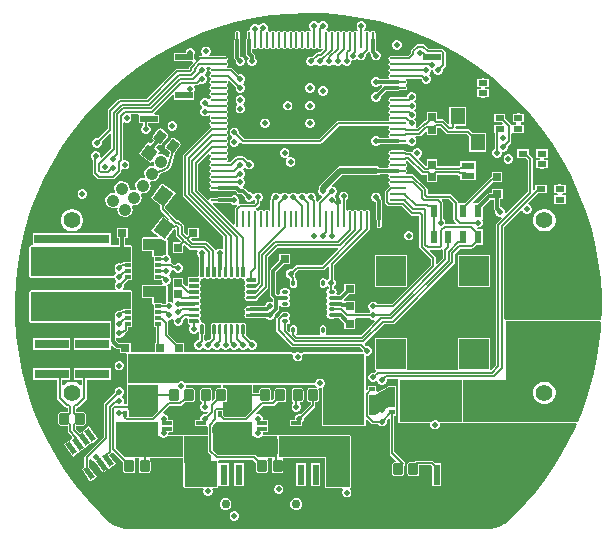
<source format=gtl>
G04*
G04 #@! TF.GenerationSoftware,Altium Limited,Altium Designer,24.4.1 (13)*
G04*
G04 Layer_Physical_Order=1*
G04 Layer_Color=255*
%FSLAX44Y44*%
%MOMM*%
G71*
G04*
G04 #@! TF.SameCoordinates,36E66750-E4A1-4D4F-82B0-1BBA9B0B1F2C*
G04*
G04*
G04 #@! TF.FilePolarity,Positive*
G04*
G01*
G75*
%ADD12C,0.2000*%
%ADD13C,0.5000*%
%ADD18C,0.2736*%
%ADD19R,0.5500X0.3500*%
%ADD20R,1.6200X2.4000*%
%ADD21R,2.9400X2.9400*%
%ADD22O,0.6500X0.3500*%
%ADD23O,0.3500X0.6500*%
%ADD24R,0.6725X0.7154*%
%ADD25R,0.6000X1.7000*%
%ADD26R,1.0000X2.7000*%
%ADD27R,2.9200X0.7400*%
%ADD28R,0.7154X0.6725*%
%ADD29R,1.5000X0.5500*%
%ADD30R,0.3500X0.5000*%
%ADD31R,1.0000X1.6000*%
%ADD32R,0.6000X1.1000*%
%ADD33R,0.6500X0.6500*%
%ADD34R,0.5000X0.3500*%
G04:AMPARAMS|DCode=35|XSize=0.95mm|YSize=0.8mm|CornerRadius=0.1mm|HoleSize=0mm|Usage=FLASHONLY|Rotation=90.000|XOffset=0mm|YOffset=0mm|HoleType=Round|Shape=RoundedRectangle|*
%AMROUNDEDRECTD35*
21,1,0.9500,0.6000,0,0,90.0*
21,1,0.7500,0.8000,0,0,90.0*
1,1,0.2000,0.3000,0.3750*
1,1,0.2000,0.3000,-0.3750*
1,1,0.2000,-0.3000,-0.3750*
1,1,0.2000,-0.3000,0.3750*
%
%ADD35ROUNDEDRECTD35*%
%ADD36R,1.2000X1.4000*%
G04:AMPARAMS|DCode=37|XSize=0.95mm|YSize=0.8mm|CornerRadius=0.1mm|HoleSize=0mm|Usage=FLASHONLY|Rotation=233.000|XOffset=0mm|YOffset=0mm|HoleType=Round|Shape=RoundedRectangle|*
%AMROUNDEDRECTD37*
21,1,0.9500,0.6000,0,0,233.0*
21,1,0.7500,0.8000,0,0,233.0*
1,1,0.2000,-0.4653,-0.1189*
1,1,0.2000,-0.0139,0.4800*
1,1,0.2000,0.4653,0.1189*
1,1,0.2000,0.0139,-0.4800*
%
%ADD37ROUNDEDRECTD37*%
%ADD38R,1.1400X0.5750*%
G04:AMPARAMS|DCode=39|XSize=0.2125mm|YSize=1.3552mm|CornerRadius=0.1062mm|HoleSize=0mm|Usage=FLASHONLY|Rotation=180.000|XOffset=0mm|YOffset=0mm|HoleType=Round|Shape=RoundedRectangle|*
%AMROUNDEDRECTD39*
21,1,0.2125,1.1428,0,0,180.0*
21,1,0.0000,1.3552,0,0,180.0*
1,1,0.2125,0.0000,0.5714*
1,1,0.2125,0.0000,0.5714*
1,1,0.2125,0.0000,-0.5714*
1,1,0.2125,0.0000,-0.5714*
%
%ADD39ROUNDEDRECTD39*%
G04:AMPARAMS|DCode=40|XSize=1.3552mm|YSize=0.2125mm|CornerRadius=0.1062mm|HoleSize=0mm|Usage=FLASHONLY|Rotation=180.000|XOffset=0mm|YOffset=0mm|HoleType=Round|Shape=RoundedRectangle|*
%AMROUNDEDRECTD40*
21,1,1.3552,0.0000,0,0,180.0*
21,1,1.1428,0.2125,0,0,180.0*
1,1,0.2125,-0.5714,0.0000*
1,1,0.2125,0.5714,0.0000*
1,1,0.2125,0.5714,0.0000*
1,1,0.2125,-0.5714,0.0000*
%
%ADD40ROUNDEDRECTD40*%
%ADD41R,1.3552X0.2125*%
%ADD42R,2.5000X2.5000*%
G04:AMPARAMS|DCode=43|XSize=1.1mm|YSize=0.45mm|CornerRadius=0mm|HoleSize=0mm|Usage=FLASHONLY|Rotation=125.000|XOffset=0mm|YOffset=0mm|HoleType=Round|Shape=Rectangle|*
%AMROTATEDRECTD43*
4,1,4,0.4998,-0.3215,0.1312,-0.5796,-0.4998,0.3215,-0.1312,0.5796,0.4998,-0.3215,0.0*
%
%ADD43ROTATEDRECTD43*%

%ADD44R,0.8500X0.3000*%
%ADD45R,0.3000X0.8500*%
%ADD46R,1.5000X1.0000*%
G04:AMPARAMS|DCode=47|XSize=1.4mm|YSize=1.2mm|CornerRadius=0mm|HoleSize=0mm|Usage=FLASHONLY|Rotation=233.000|XOffset=0mm|YOffset=0mm|HoleType=Round|Shape=Rectangle|*
%AMROTATEDRECTD47*
4,1,4,-0.0579,0.9201,0.9005,0.1979,0.0579,-0.9201,-0.9005,-0.1979,-0.0579,0.9201,0.0*
%
%ADD47ROTATEDRECTD47*%

%ADD48R,0.8000X0.5000*%
%ADD49R,0.8000X1.3000*%
%ADD50R,0.8000X1.3000*%
%ADD51R,3.6000X3.6000*%
%ADD71C,0.5000*%
%AMCUSTOMSHAPE73*
4,1,28,1.2250,1.1400,1.2250,0.7250,1.6050,0.7250,1.6050,0.2950,1.2250,0.2950,1.2250,-0.8400,1.1750,-0.8400,1.1750,-1.1400,0.7750,-1.1400,0.7750,-0.8400,0.5250,-0.8400,0.5250,-1.1400,0.1250,-1.1400,0.1250,-0.8400,-0.1250,-0.8400,-0.1250,-1.1400,-0.5250,-1.1400,-0.5250,-0.8400,-0.7750,-0.8400,-0.7750,-1.1400,-1.1750,-1.1400,-1.1750,-0.8400,-1.2250,-0.8400,-1.2250,0.2950,-1.6050,0.2950,-1.6050,0.7250,-1.2250,0.7250,-1.2250,1.1400,1.2250,1.1400,0.0*%
%ADD73CUSTOMSHAPE73*%

%AMCUSTOMSHAPE74*
4,1,28,1.1400,-1.2250,0.7250,-1.2250,0.7250,-1.6050,0.2950,-1.6050,0.2950,-1.2250,-0.8400,-1.2250,-0.8400,-1.1750,-1.1400,-1.1750,-1.1400,-0.7750,-0.8400,-0.7750,-0.8400,-0.5250,-1.1400,-0.5250,-1.1400,-0.1250,-0.8400,-0.1250,-0.8400,0.1250,-1.1400,0.1250,-1.1400,0.5250,-0.8400,0.5250,-0.8400,0.7750,-1.1400,0.7750,-1.1400,1.1750,-0.8400,1.1750,-0.8400,1.2250,0.2950,1.2250,0.2950,1.6050,0.7250,1.6050,0.7250,1.2250,1.1400,1.2250,1.1400,-1.2250,0.0*%
%ADD74CUSTOMSHAPE74*%

%AMCUSTOMSHAPE75*
4,1,28,-1.1400,1.2250,-0.7250,1.2250,-0.7250,1.6050,-0.2950,1.6050,-0.2950,1.2250,0.8400,1.2250,0.8400,1.1750,1.1400,1.1750,1.1400,0.7750,0.8400,0.7750,0.8400,0.5250,1.1400,0.5250,1.1400,0.1250,0.8400,0.1250,0.8400,-0.1250,1.1400,-0.1250,1.1400,-0.5250,0.8400,-0.5250,0.8400,-0.7750,1.1400,-0.7750,1.1400,-1.1750,0.8400,-1.1750,0.8400,-1.2250,-0.2950,-1.2250,-0.2950,-1.6050,-0.7250,-1.6050,-0.7250,-1.2250,-1.1400,-1.2250,-1.1400,1.2250,0.0*%
%ADD75CUSTOMSHAPE75*%

%ADD76R,0.3000X0.5000*%
%ADD77C,0.3000*%
%ADD78C,1.4000*%
%ADD79C,1.0600*%
%ADD80P,1.4991X4X98.0*%
%ADD81C,0.7500*%
G36*
X14167Y248179D02*
X29464Y246831D01*
X44650Y244541D01*
X59664Y241317D01*
X74451Y237172D01*
X88953Y232123D01*
X103117Y226187D01*
X116886Y219388D01*
X130210Y211752D01*
X143037Y203308D01*
X155318Y194088D01*
X167006Y184127D01*
X178057Y173463D01*
X188427Y162138D01*
X198079Y150194D01*
X206975Y137676D01*
X215082Y124634D01*
X222367Y111115D01*
X228804Y97172D01*
X234368Y82859D01*
X239037Y68229D01*
X242793Y53339D01*
X245624Y38245D01*
X247516Y23006D01*
X248465Y7678D01*
Y0D01*
Y-6297D01*
X248254Y-10451D01*
X248183Y-10577D01*
X247334Y-11332D01*
X247228Y-11400D01*
X167500D01*
X167325Y-11473D01*
X166056Y-10730D01*
Y49670D01*
X166071Y49751D01*
X166071Y49751D01*
Y67165D01*
X180112Y81205D01*
X181530Y80828D01*
X181894Y79949D01*
X183020Y78823D01*
X184490Y78215D01*
X186081D01*
X187551Y78823D01*
X188676Y79949D01*
X189286Y81419D01*
Y83010D01*
X188676Y84480D01*
X187551Y85605D01*
X186672Y85969D01*
X186295Y87388D01*
X194891Y95984D01*
X202016D01*
Y103016D01*
X191984D01*
Y99072D01*
X191292Y98519D01*
X190072Y99058D01*
Y124984D01*
X189915Y125771D01*
X189470Y126438D01*
X187016Y128891D01*
Y133016D01*
X176984D01*
Y125984D01*
X184109D01*
X185961Y124133D01*
Y97133D01*
X167673Y78846D01*
X167254Y78974D01*
X166500Y79468D01*
Y80796D01*
X165891Y82266D01*
X164766Y83391D01*
X163296Y84000D01*
X162780D01*
Y90622D01*
X164807D01*
Y99378D01*
X155622D01*
Y95703D01*
X153388D01*
X152406Y95508D01*
X151574Y94952D01*
X144138Y87516D01*
X139969D01*
X139237Y88580D01*
X156351Y105695D01*
X157750D01*
X157750Y105695D01*
X157949Y105734D01*
X164266D01*
Y114266D01*
X155734D01*
Y109805D01*
X155500D01*
X154713Y109649D01*
X154046Y109203D01*
X154046Y109203D01*
X132359Y87516D01*
X128143D01*
X127109Y87976D01*
X126925Y88658D01*
X126899Y88787D01*
X126454Y89453D01*
X121438Y94469D01*
X120771Y94915D01*
X119984Y95071D01*
X119984Y95071D01*
X101091D01*
Y99239D01*
X101091Y99239D01*
X100935Y100026D01*
X100490Y100693D01*
X100489Y100693D01*
X89729Y111454D01*
X89062Y111899D01*
X88275Y112056D01*
X88275Y112056D01*
X83089D01*
X82704Y113326D01*
X82967Y113502D01*
X83426Y114189D01*
X83588Y115000D01*
X83426Y115811D01*
X82967Y116498D01*
X82522Y116796D01*
X82409Y117380D01*
Y117620D01*
X82522Y118204D01*
X82967Y118502D01*
X83426Y119189D01*
X83588Y120000D01*
X83426Y120811D01*
X82967Y121498D01*
X82522Y121796D01*
X82409Y122380D01*
Y122620D01*
X82522Y123204D01*
X82967Y123502D01*
X84257Y123571D01*
X95789Y112039D01*
X95789Y112038D01*
X96456Y111593D01*
X97243Y111437D01*
X100622D01*
Y105193D01*
X109378D01*
Y111437D01*
X126964D01*
X127104Y111297D01*
X127104Y111297D01*
X127771Y110851D01*
X128284Y110749D01*
Y106984D01*
X141716D01*
Y114766D01*
X141716D01*
Y115234D01*
X141716D01*
Y123016D01*
X128284D01*
Y119251D01*
X127771Y119149D01*
X127104Y118703D01*
X127104Y118703D01*
X126964Y118563D01*
X109378D01*
Y124807D01*
X100622D01*
Y118563D01*
X99343D01*
X93080Y124827D01*
X93584Y126119D01*
X94766Y126609D01*
X95891Y127734D01*
X96500Y129204D01*
Y130796D01*
X95891Y132266D01*
X94766Y133391D01*
X93296Y134000D01*
X91704D01*
X90234Y133391D01*
X89109Y132266D01*
X88619Y131084D01*
X87970Y130739D01*
X87824Y130694D01*
X87230Y130605D01*
X86779Y130907D01*
X85992Y131063D01*
X85992Y131063D01*
X83346D01*
X83080Y131329D01*
X82967Y131498D01*
X82280Y131958D01*
X81469Y132119D01*
X70041D01*
X69230Y131958D01*
X68543Y131498D01*
X68083Y130811D01*
X67922Y130000D01*
X68083Y129189D01*
X68543Y128502D01*
X68987Y128204D01*
X69101Y127620D01*
Y127380D01*
X68987Y126796D01*
X68543Y126498D01*
X68083Y125811D01*
X67922Y125000D01*
X68083Y124189D01*
X68543Y123502D01*
X68987Y123204D01*
X69101Y122620D01*
Y122380D01*
X68987Y121796D01*
X68543Y121498D01*
X68083Y120811D01*
X67922Y120000D01*
X68083Y119189D01*
X68320Y118835D01*
X67895Y117730D01*
X67757Y117565D01*
X60592D01*
X59766Y118391D01*
X58296Y119000D01*
X56704D01*
X55702Y118585D01*
X27000D01*
X25628Y118312D01*
X24465Y117535D01*
X9965Y103035D01*
X9188Y101872D01*
X8915Y100500D01*
Y99298D01*
X8500Y98296D01*
Y96704D01*
X9109Y95234D01*
X10234Y94109D01*
X11416Y93619D01*
X11920Y92327D01*
X8547Y88954D01*
X8325Y88623D01*
X7056Y89008D01*
Y89188D01*
X7056Y89188D01*
X6899Y89975D01*
X6453Y90642D01*
X6175Y90920D01*
X6500Y91704D01*
Y93296D01*
X5891Y94766D01*
X4766Y95891D01*
X3296Y96500D01*
X1704D01*
X234Y95891D01*
X-427Y95230D01*
X-1250Y94907D01*
X-2073Y95230D01*
X-2734Y95891D01*
X-4204Y96500D01*
X-5796D01*
X-7266Y95891D01*
X-7927Y95230D01*
X-8750Y94907D01*
X-9573Y95230D01*
X-10234Y95891D01*
X-11704Y96500D01*
X-13296D01*
X-14766Y95891D01*
X-15427Y95230D01*
X-16250Y94907D01*
X-17073Y95230D01*
X-17734Y95891D01*
X-19204Y96500D01*
X-20796D01*
X-22266Y95891D01*
X-22927Y95230D01*
X-23750Y94907D01*
X-24573Y95230D01*
X-25234Y95891D01*
X-26704Y96500D01*
X-28296D01*
X-29766Y95891D01*
X-30891Y94766D01*
X-31500Y93296D01*
Y91704D01*
X-31363Y91373D01*
X-31453Y91282D01*
X-31899Y90615D01*
X-32055Y89828D01*
X-32055Y89828D01*
Y81579D01*
X-33326Y81194D01*
X-33502Y81457D01*
X-34189Y81917D01*
X-35000Y82078D01*
X-35811Y81917D01*
X-36498Y81457D01*
X-36796Y81013D01*
X-37380Y80899D01*
X-37620D01*
X-38204Y81013D01*
X-38502Y81457D01*
X-39189Y81917D01*
X-40000Y82078D01*
X-40811Y81917D01*
X-41498Y81457D01*
X-41796Y81013D01*
X-42380Y80899D01*
X-42620D01*
X-43204Y81013D01*
X-43502Y81457D01*
X-44067Y81835D01*
X-44141Y82477D01*
X-44080Y83190D01*
X-43547Y83546D01*
X-41047Y86046D01*
X-40601Y86713D01*
X-40444Y87500D01*
X-40444Y87500D01*
Y89022D01*
X-40234Y89109D01*
X-39109Y90234D01*
X-38500Y91704D01*
Y93296D01*
X-39109Y94766D01*
X-40234Y95891D01*
X-41704Y96500D01*
X-43296D01*
X-44766Y95891D01*
X-45269Y95388D01*
X-46254Y94984D01*
X-46927Y95389D01*
X-47569Y96032D01*
X-49039Y96641D01*
X-50235D01*
X-53408Y99814D01*
X-54240Y100370D01*
X-54719Y100465D01*
X-54921Y100914D01*
X-55047Y101796D01*
X-54109Y102734D01*
X-53500Y104204D01*
Y105796D01*
X-54109Y107266D01*
X-54770Y107927D01*
X-55093Y108750D01*
X-54770Y109573D01*
X-54109Y110234D01*
X-53500Y111704D01*
Y113296D01*
X-54109Y114766D01*
X-54770Y115427D01*
X-55036Y116105D01*
X-54481Y117306D01*
X-53750Y117593D01*
X-52927Y117270D01*
X-52266Y116609D01*
X-50796Y116000D01*
X-49204D01*
X-47734Y116609D01*
X-46609Y117734D01*
X-46000Y119204D01*
Y120796D01*
X-46609Y122266D01*
X-47734Y123391D01*
X-49204Y124000D01*
X-50796D01*
X-51006Y123913D01*
X-53547Y126453D01*
X-54213Y126899D01*
X-55000Y127056D01*
X-55000Y127056D01*
X-60206D01*
X-60206Y127056D01*
X-60993Y126899D01*
X-61660Y126453D01*
X-61660Y126453D01*
X-66058Y122056D01*
X-68421D01*
X-68806Y123326D01*
X-68543Y123502D01*
X-68083Y124189D01*
X-67922Y125000D01*
X-68083Y125811D01*
X-68543Y126498D01*
X-68987Y126796D01*
X-69101Y127380D01*
Y127620D01*
X-68987Y128204D01*
X-68543Y128502D01*
X-68083Y129189D01*
X-67922Y130000D01*
X-68083Y130811D01*
X-68543Y131498D01*
X-68987Y131796D01*
X-69101Y132380D01*
Y132620D01*
X-68987Y133204D01*
X-68543Y133502D01*
X-68083Y134189D01*
X-67922Y135000D01*
X-68083Y135811D01*
X-68543Y136498D01*
X-68987Y136796D01*
X-69101Y137380D01*
Y137620D01*
X-68987Y138204D01*
X-68543Y138502D01*
X-68083Y139189D01*
X-67922Y140000D01*
X-68083Y140811D01*
X-68543Y141498D01*
X-68987Y141796D01*
X-69101Y142380D01*
Y142620D01*
X-68987Y143204D01*
X-68543Y143502D01*
X-68083Y144189D01*
X-67922Y145000D01*
X-68083Y145811D01*
X-68543Y146498D01*
X-68987Y146796D01*
X-69101Y147380D01*
Y147620D01*
X-68987Y148204D01*
X-68543Y148502D01*
X-68083Y149189D01*
X-67922Y150000D01*
X-68083Y150811D01*
X-68543Y151498D01*
X-68987Y151796D01*
X-69101Y152380D01*
Y152620D01*
X-68987Y153204D01*
X-68543Y153502D01*
X-68083Y154189D01*
X-67922Y155000D01*
X-68083Y155811D01*
X-68543Y156498D01*
X-68987Y156796D01*
X-69101Y157380D01*
Y157620D01*
X-68987Y158204D01*
X-68543Y158502D01*
X-68083Y159189D01*
X-67922Y160000D01*
X-68083Y160811D01*
X-68543Y161498D01*
X-68987Y161796D01*
X-69101Y162380D01*
Y162620D01*
X-68987Y163204D01*
X-68543Y163502D01*
X-68083Y164189D01*
X-67922Y165000D01*
X-68083Y165811D01*
X-68543Y166498D01*
X-68987Y166796D01*
X-69101Y167380D01*
Y167620D01*
X-68987Y168204D01*
X-68543Y168502D01*
X-68083Y169189D01*
X-67922Y170000D01*
X-68083Y170811D01*
X-68543Y171498D01*
X-68987Y171796D01*
X-69101Y172380D01*
Y172620D01*
X-68987Y173204D01*
X-68543Y173502D01*
X-68083Y174189D01*
X-67922Y175000D01*
X-68083Y175811D01*
X-68543Y176498D01*
X-68987Y176796D01*
X-69101Y177380D01*
Y177620D01*
X-68987Y178204D01*
X-68543Y178502D01*
X-68083Y179189D01*
X-67922Y180000D01*
X-68083Y180811D01*
X-68543Y181498D01*
X-68987Y181796D01*
X-69101Y182380D01*
Y182620D01*
X-68987Y183204D01*
X-68543Y183502D01*
X-68083Y184189D01*
X-67922Y185000D01*
X-68083Y185811D01*
X-68543Y186498D01*
X-68987Y186796D01*
X-69101Y187380D01*
Y187620D01*
X-68987Y188204D01*
X-68543Y188502D01*
X-68083Y189189D01*
X-67922Y190000D01*
X-68083Y190811D01*
X-68223Y191020D01*
X-67236Y191829D01*
X-61413Y186006D01*
X-61500Y185796D01*
Y184204D01*
X-60891Y182734D01*
X-59766Y181609D01*
X-58296Y181000D01*
X-56704D01*
X-55234Y181609D01*
X-54109Y182734D01*
X-53500Y184204D01*
Y185796D01*
X-54109Y187266D01*
X-54770Y187927D01*
X-55093Y188750D01*
X-54770Y189573D01*
X-54109Y190234D01*
X-53500Y191704D01*
Y193296D01*
X-54109Y194766D01*
X-55234Y195891D01*
X-56704Y196500D01*
X-58296D01*
X-58506Y196413D01*
X-63547Y201453D01*
X-64213Y201899D01*
X-65000Y202055D01*
X-65000Y202055D01*
X-68421D01*
X-68806Y203326D01*
X-68543Y203502D01*
X-68083Y204189D01*
X-67922Y205000D01*
X-68083Y205811D01*
X-68543Y206498D01*
X-68987Y206796D01*
X-69101Y207380D01*
Y207620D01*
X-68987Y208204D01*
X-68543Y208502D01*
X-68083Y209189D01*
X-67922Y210000D01*
X-68083Y210811D01*
X-68543Y211498D01*
X-69230Y211958D01*
X-70041Y212119D01*
X-81469D01*
X-81788Y212055D01*
X-83161D01*
X-83687Y213326D01*
X-83247Y213766D01*
X-82638Y215236D01*
Y216828D01*
X-83247Y218298D01*
X-84372Y219423D01*
X-85842Y220032D01*
X-87433D01*
X-88903Y219423D01*
X-90029Y218298D01*
X-90638Y216828D01*
Y215236D01*
X-90029Y213766D01*
X-89588Y213326D01*
X-90114Y212055D01*
X-91336D01*
X-92123Y211899D01*
X-92790Y211453D01*
X-92790Y211453D01*
X-95311Y208932D01*
X-96484Y209419D01*
Y212645D01*
X-96395Y212734D01*
X-95786Y214204D01*
Y215796D01*
X-96395Y217266D01*
X-97520Y218391D01*
X-98990Y219000D01*
X-100581D01*
X-102051Y218391D01*
X-103177Y217266D01*
X-103786Y215796D01*
Y215016D01*
X-113516D01*
Y207484D01*
X-98419D01*
X-97933Y206311D01*
X-100470Y203774D01*
X-100915Y203107D01*
X-101072Y202320D01*
X-101072Y202320D01*
Y201101D01*
X-101101Y201071D01*
X-105984D01*
X-105984Y201071D01*
X-106065Y201056D01*
X-111000D01*
X-111000Y201056D01*
X-111787Y200899D01*
X-112453Y200453D01*
X-112453Y200453D01*
X-136851Y176056D01*
X-159000D01*
X-159787Y175899D01*
X-160453Y175453D01*
X-160453Y175453D01*
X-160454Y175453D01*
X-160950Y175121D01*
X-160950Y175121D01*
X-169179Y166892D01*
X-169625Y166225D01*
X-169781Y165439D01*
X-169781Y165439D01*
Y165420D01*
X-169818Y165238D01*
X-169818Y165238D01*
Y150583D01*
X-178015Y142386D01*
X-178225Y142473D01*
X-179816D01*
X-181286Y141864D01*
X-182411Y140739D01*
X-183020Y139269D01*
Y137677D01*
X-182411Y136207D01*
X-181286Y135082D01*
X-179816Y134473D01*
X-178225D01*
X-176755Y135082D01*
X-175629Y136207D01*
X-175020Y137677D01*
Y139269D01*
X-175107Y139479D01*
X-167975Y146611D01*
X-166802Y146125D01*
Y134042D01*
X-174969Y125875D01*
X-176046Y126594D01*
X-176000Y126704D01*
Y128296D01*
X-176609Y129766D01*
X-177734Y130891D01*
X-179204Y131500D01*
X-180796D01*
X-182266Y130891D01*
X-183391Y129766D01*
X-184000Y128296D01*
Y126704D01*
X-183391Y125234D01*
X-182266Y124109D01*
X-182227Y124093D01*
Y113172D01*
X-182227Y113172D01*
X-182071Y112385D01*
X-181625Y111718D01*
X-178454Y108547D01*
X-178454Y108546D01*
X-177787Y108101D01*
X-177000Y107944D01*
X-177000Y107944D01*
X-165000D01*
X-165000Y107944D01*
X-164213Y108101D01*
X-163547Y108546D01*
X-158975Y113118D01*
X-158975Y113118D01*
X-158530Y113785D01*
X-158373Y114571D01*
X-158373Y114571D01*
Y115628D01*
X-157103Y116364D01*
X-156225Y116000D01*
X-154633D01*
X-153163Y116609D01*
X-152038Y117734D01*
X-151429Y119204D01*
Y120796D01*
X-152038Y122266D01*
X-153163Y123391D01*
X-154633Y124000D01*
X-156225D01*
X-156659Y124290D01*
Y155284D01*
X-155389Y155999D01*
X-154474Y155620D01*
X-152882D01*
X-151412Y156229D01*
X-150287Y157354D01*
X-149678Y158824D01*
Y160416D01*
X-150180Y161626D01*
X-149638Y162896D01*
X-144628D01*
X-143516Y162516D01*
X-143516Y161626D01*
Y154984D01*
X-139556D01*
Y153478D01*
X-139766Y153391D01*
X-140891Y152266D01*
X-141500Y150796D01*
Y149204D01*
X-140891Y147734D01*
X-139766Y146609D01*
X-138296Y146000D01*
X-136704D01*
X-135234Y146609D01*
X-134109Y147734D01*
X-133500Y149204D01*
Y150796D01*
X-134109Y152266D01*
X-135234Y153391D01*
X-135444Y153478D01*
Y154984D01*
X-126484D01*
Y162516D01*
X-130044D01*
X-130148Y162652D01*
X-130511Y163786D01*
X-114689Y179608D01*
X-113516Y179122D01*
Y174984D01*
X-96484D01*
Y181786D01*
X-96000Y182954D01*
Y184546D01*
X-96609Y186016D01*
X-96752Y186159D01*
X-96226Y187428D01*
X-93828D01*
X-93828Y187428D01*
X-93041Y187585D01*
X-92374Y188030D01*
X-91580Y188825D01*
X-90796Y188500D01*
X-89204D01*
X-87734Y189109D01*
X-86609Y190234D01*
X-86000Y191704D01*
Y193296D01*
X-86609Y194766D01*
X-87270Y195427D01*
X-87593Y196250D01*
X-87270Y197073D01*
X-86609Y197734D01*
X-86000Y199204D01*
Y200796D01*
X-86364Y201674D01*
X-85628Y202945D01*
X-83089D01*
X-82704Y201674D01*
X-82967Y201498D01*
X-83426Y200811D01*
X-83588Y200000D01*
X-83426Y199189D01*
X-82967Y198502D01*
X-82522Y198204D01*
X-82409Y197620D01*
Y197380D01*
X-82522Y196796D01*
X-82967Y196498D01*
X-83426Y195811D01*
X-83588Y195000D01*
X-83426Y194189D01*
X-82967Y193502D01*
X-82522Y193204D01*
X-82409Y192620D01*
Y192380D01*
X-82522Y191796D01*
X-82967Y191498D01*
X-83426Y190811D01*
X-83588Y190000D01*
X-83426Y189189D01*
X-82967Y188502D01*
X-82522Y188204D01*
X-82409Y187620D01*
Y187380D01*
X-82522Y186796D01*
X-82967Y186498D01*
X-83426Y185811D01*
X-83588Y185000D01*
X-83426Y184189D01*
X-82967Y183502D01*
X-82522Y183204D01*
X-82409Y182620D01*
Y182380D01*
X-82522Y181796D01*
X-82967Y181498D01*
X-83426Y180811D01*
X-83588Y180000D01*
X-83426Y179189D01*
X-82967Y178502D01*
X-82522Y178204D01*
X-82409Y177620D01*
Y177380D01*
X-82522Y176796D01*
X-82967Y176498D01*
X-83399Y175852D01*
X-83434Y175809D01*
X-84793Y175450D01*
X-85234Y175891D01*
X-86704Y176500D01*
X-88296D01*
X-89766Y175891D01*
X-90891Y174766D01*
X-91500Y173296D01*
Y171704D01*
X-90891Y170234D01*
X-90230Y169573D01*
X-89907Y168750D01*
X-90230Y167927D01*
X-90891Y167266D01*
X-91500Y165796D01*
Y164204D01*
X-90891Y162734D01*
X-89766Y161609D01*
X-88296Y161000D01*
X-86704D01*
X-85234Y161609D01*
X-84296Y162548D01*
X-83699Y162516D01*
X-83341Y162019D01*
X-83212Y161132D01*
X-83426Y160811D01*
X-83588Y160000D01*
X-83426Y159189D01*
X-82967Y158502D01*
X-82522Y158204D01*
X-82409Y157620D01*
Y157380D01*
X-82522Y156796D01*
X-82967Y156498D01*
X-83426Y155811D01*
X-83588Y155000D01*
X-83426Y154189D01*
X-82967Y153502D01*
X-82522Y153204D01*
X-82409Y152620D01*
Y152380D01*
X-82522Y151796D01*
X-82967Y151498D01*
X-83148Y151227D01*
X-105501Y128874D01*
X-105947Y128207D01*
X-106103Y127421D01*
X-106103Y127421D01*
Y94048D01*
X-106103Y94048D01*
X-105947Y93261D01*
X-105501Y92594D01*
X-72056Y59149D01*
Y49372D01*
X-73326Y48636D01*
X-74204Y49000D01*
X-75796D01*
X-77266Y48391D01*
X-77743Y47913D01*
X-78515Y48020D01*
X-79187Y48265D01*
X-79520Y48764D01*
X-79520Y48764D01*
X-85226Y54469D01*
X-85893Y54915D01*
X-86680Y55072D01*
X-86680Y55072D01*
X-97532D01*
X-99553Y57092D01*
X-98786Y58122D01*
X-92693D01*
Y66878D01*
X-101878D01*
Y61214D01*
X-102907Y60447D01*
X-104929Y62468D01*
Y67727D01*
X-104929Y67727D01*
X-105085Y68513D01*
X-105531Y69180D01*
X-105531Y69180D01*
X-108796Y72446D01*
X-109463Y72891D01*
X-110249Y73048D01*
X-110250Y73048D01*
X-110771D01*
X-120969Y83246D01*
Y84497D01*
X-112241Y96080D01*
X-123448Y104525D01*
X-133096Y91721D01*
X-125080Y85681D01*
Y82395D01*
X-125080Y82395D01*
X-124924Y81608D01*
X-124478Y80941D01*
X-117998Y74461D01*
X-118833Y73500D01*
X-123111Y76724D01*
X-132759Y63920D01*
X-127297Y59804D01*
X-127700Y58600D01*
X-140000D01*
X-140778Y58278D01*
X-141100Y57500D01*
Y48016D01*
X-140778Y47238D01*
X-140000Y46916D01*
X-131984D01*
Y42766D01*
X-131662Y41988D01*
X-130916Y41680D01*
Y32234D01*
Y22234D01*
X-124000D01*
Y21704D01*
X-123391Y20234D01*
X-123027Y19870D01*
X-123553Y18600D01*
X-140000D01*
X-140778Y18278D01*
X-141100Y17500D01*
Y8016D01*
X-140778Y7238D01*
X-140000Y6916D01*
X-131984D01*
Y2766D01*
X-131662Y1988D01*
X-130916Y1680D01*
Y-7766D01*
Y-17766D01*
X-129206D01*
Y-30622D01*
X-129807D01*
Y-38900D01*
X-150193D01*
Y-30622D01*
X-156400D01*
X-156648Y-30572D01*
X-160800D01*
X-162935Y-28437D01*
Y-26881D01*
X-161665Y-26140D01*
X-160796Y-26500D01*
X-159204D01*
X-157734Y-25891D01*
X-156609Y-24766D01*
X-156227Y-23842D01*
X-156139Y-23825D01*
X-155472Y-23379D01*
X-153147Y-21054D01*
X-153147Y-21054D01*
X-152701Y-20387D01*
X-152544Y-19600D01*
X-152544Y-19600D01*
Y-17766D01*
X-149084D01*
Y-12766D01*
Y-2678D01*
X-148900Y-2234D01*
Y12500D01*
X-149222Y13278D01*
X-150000Y13600D01*
X-156447D01*
X-156973Y14870D01*
X-156609Y15234D01*
X-156000Y16704D01*
Y18296D01*
X-156087Y18506D01*
X-153147Y21446D01*
X-152701Y22113D01*
X-152677Y22234D01*
X-149084D01*
Y27234D01*
Y37322D01*
X-148900Y37766D01*
Y50600D01*
X-149222Y51378D01*
X-150000Y51700D01*
X-154720D01*
Y58122D01*
X-152693D01*
Y66878D01*
X-161878D01*
Y58122D01*
X-159851D01*
Y51700D01*
X-166268D01*
X-167234Y52434D01*
X-167234Y53248D01*
X-167150Y53450D01*
Y60850D01*
X-167234Y61052D01*
Y61866D01*
X-168048D01*
X-168250Y61950D01*
X-231750D01*
X-231952Y61866D01*
X-232766D01*
Y61052D01*
X-232850Y60850D01*
Y53450D01*
X-232766Y53248D01*
X-232766Y52434D01*
X-233732Y51700D01*
X-235000D01*
X-235778Y51378D01*
X-236100Y50600D01*
Y25600D01*
X-235778Y24822D01*
X-235000Y24500D01*
X-165000D01*
X-164000Y24204D01*
X-163391Y22734D01*
X-162730Y22073D01*
X-162407Y21250D01*
X-162730Y20427D01*
X-163391Y19766D01*
X-164000Y18296D01*
Y16704D01*
X-163391Y15234D01*
X-163027Y14870D01*
X-163553Y13600D01*
X-235000D01*
X-235778Y13278D01*
X-236100Y12500D01*
Y-12500D01*
X-235778Y-13278D01*
X-235000Y-13600D01*
X-168065D01*
Y-27034D01*
X-198466D01*
Y-36466D01*
X-167234D01*
Y-33053D01*
X-166061Y-32567D01*
X-163676Y-34952D01*
X-162844Y-35508D01*
X-161862Y-35703D01*
X-159378D01*
Y-39378D01*
X-154015D01*
X-153600Y-40000D01*
Y-65000D01*
X-153372Y-65550D01*
X-153600Y-66100D01*
Y-82944D01*
X-155612D01*
X-156348Y-81674D01*
X-155984Y-80796D01*
Y-79204D01*
X-156593Y-77734D01*
X-157259Y-77069D01*
X-157585Y-76260D01*
X-157265Y-75422D01*
X-156609Y-74766D01*
X-156000Y-73296D01*
Y-71704D01*
X-156609Y-70234D01*
X-157734Y-69109D01*
X-159204Y-68500D01*
X-160796D01*
X-162266Y-69109D01*
X-163391Y-70234D01*
X-164000Y-71704D01*
Y-73296D01*
X-163913Y-73506D01*
X-172486Y-82079D01*
X-172931Y-82745D01*
X-173088Y-83532D01*
X-173088Y-83532D01*
Y-110610D01*
X-188848Y-126370D01*
X-189293Y-127037D01*
X-189450Y-127823D01*
X-189450Y-127823D01*
Y-136031D01*
X-191943Y-137777D01*
X-184468Y-148452D01*
X-179118Y-144706D01*
X-185339Y-135821D01*
Y-129779D01*
X-184900Y-129442D01*
X-183391Y-129766D01*
X-182266Y-130891D01*
X-180796Y-131500D01*
X-180468D01*
X-173819Y-140996D01*
X-169509Y-137978D01*
X-168468Y-137249D01*
X-167428Y-136521D01*
X-163144Y-133521D01*
X-168359Y-126073D01*
X-166563Y-124276D01*
X-166562Y-124276D01*
X-166408Y-124045D01*
X-165128Y-123757D01*
X-164860Y-123797D01*
X-156556Y-132101D01*
Y-138750D01*
X-156399Y-139537D01*
X-155954Y-140204D01*
X-155287Y-140649D01*
X-154500Y-140806D01*
X-148500D01*
X-147713Y-140649D01*
X-147046Y-140204D01*
X-146601Y-139537D01*
X-146445Y-138750D01*
Y-131250D01*
X-146601Y-130463D01*
X-146998Y-129870D01*
X-146913Y-129473D01*
X-146552Y-128600D01*
X-143448D01*
X-143087Y-129473D01*
X-143002Y-129870D01*
X-143399Y-130463D01*
X-143555Y-131250D01*
Y-138750D01*
X-143399Y-139537D01*
X-142954Y-140204D01*
X-142287Y-140649D01*
X-141500Y-140806D01*
X-135500D01*
X-134713Y-140649D01*
X-134046Y-140204D01*
X-133601Y-139537D01*
X-133444Y-138750D01*
Y-131250D01*
X-133601Y-130463D01*
X-133998Y-129870D01*
X-133913Y-129473D01*
X-133552Y-128600D01*
X-106100D01*
X-106100Y-132734D01*
X-105834Y-133376D01*
Y-151766D01*
X-105804Y-151839D01*
X-105824Y-151915D01*
X-105646Y-152219D01*
X-105512Y-152544D01*
X-105439Y-152574D01*
X-105399Y-152642D01*
X-104433Y-153376D01*
X-104093Y-153465D01*
X-103768Y-153600D01*
X-89416D01*
X-88654Y-154870D01*
X-89000Y-155704D01*
Y-157296D01*
X-88391Y-158766D01*
X-87266Y-159891D01*
X-85796Y-160500D01*
X-84204D01*
X-82734Y-159891D01*
X-81609Y-158766D01*
X-81000Y-157296D01*
Y-155704D01*
X-81346Y-154870D01*
X-80584Y-153600D01*
X-77500D01*
X-76722Y-153278D01*
X-76400Y-152500D01*
Y-152094D01*
X-75266Y-151766D01*
X-75130Y-151766D01*
X-67234D01*
Y-132734D01*
X-75130D01*
X-75266Y-132734D01*
X-76400Y-132406D01*
Y-131000D01*
X-76473Y-130826D01*
X-75730Y-129556D01*
X-46602D01*
X-44056Y-132101D01*
Y-138750D01*
X-43899Y-139537D01*
X-43453Y-140204D01*
X-42787Y-140649D01*
X-42000Y-140806D01*
X-36000D01*
X-35213Y-140649D01*
X-34547Y-140204D01*
X-34101Y-139537D01*
X-33944Y-138750D01*
Y-131250D01*
X-34101Y-130463D01*
X-34498Y-129870D01*
X-34413Y-129473D01*
X-34052Y-128600D01*
X-30948D01*
X-30587Y-129473D01*
X-30502Y-129870D01*
X-30899Y-130463D01*
X-31056Y-131250D01*
Y-138750D01*
X-30899Y-139537D01*
X-30454Y-140204D01*
X-29787Y-140649D01*
X-29000Y-140806D01*
X-23000D01*
X-22213Y-140649D01*
X-21547Y-140204D01*
X-21101Y-139537D01*
X-20944Y-138750D01*
Y-131250D01*
X-21101Y-130463D01*
X-21498Y-129870D01*
X-21413Y-129473D01*
X-21052Y-128600D01*
X13900D01*
Y-152500D01*
X14222Y-153278D01*
X15000Y-153600D01*
X28947D01*
X29473Y-154870D01*
X29109Y-155234D01*
X28500Y-156704D01*
Y-158296D01*
X29109Y-159766D01*
X30234Y-160891D01*
X31704Y-161500D01*
X33296D01*
X34766Y-160891D01*
X35891Y-159766D01*
X36500Y-158296D01*
Y-156704D01*
X35891Y-155234D01*
X35430Y-154773D01*
X35744Y-153291D01*
X35778Y-153278D01*
X36100Y-152500D01*
Y-144262D01*
X36500Y-143296D01*
Y-141704D01*
X36100Y-140738D01*
Y-110000D01*
X35778Y-109222D01*
X35000Y-108900D01*
X-25000D01*
X-25550Y-109128D01*
X-26100Y-108900D01*
X-38096D01*
X-38500Y-108296D01*
Y-106704D01*
X-38053Y-106036D01*
X-34234D01*
Y-96004D01*
X-38361D01*
X-38500Y-95796D01*
Y-94204D01*
X-39109Y-92734D01*
X-40234Y-91609D01*
X-41704Y-91000D01*
X-43296D01*
X-43298Y-91001D01*
X-44017Y-89924D01*
X-38149Y-84056D01*
X-29750D01*
X-29750Y-84056D01*
X-28963Y-83899D01*
X-28296Y-83454D01*
X-25649Y-80806D01*
X-25369D01*
X-24296Y-81250D01*
X-22704D01*
X-21631Y-80806D01*
X-20500D01*
X-19713Y-80649D01*
X-19046Y-80204D01*
X-18601Y-79537D01*
X-18444Y-78750D01*
Y-71250D01*
X-18601Y-70463D01*
X-19046Y-69797D01*
X-19713Y-69351D01*
X-20500Y-69194D01*
X-26500D01*
X-27287Y-69351D01*
X-27953Y-69797D01*
X-28399Y-70463D01*
X-28556Y-71250D01*
Y-77899D01*
X-29872Y-79215D01*
X-31303Y-78950D01*
X-31444Y-78750D01*
Y-71250D01*
X-31601Y-70463D01*
X-32046Y-69797D01*
X-32713Y-69351D01*
X-33500Y-69194D01*
X-39500D01*
X-40287Y-69351D01*
X-40953Y-69797D01*
X-41399Y-70463D01*
X-41556Y-71250D01*
Y-72944D01*
X-46400D01*
Y-66100D01*
X6000D01*
X6108Y-66055D01*
X6609Y-67266D01*
X7303Y-67960D01*
X7152Y-68574D01*
X6742Y-69194D01*
X1000D01*
X213Y-69351D01*
X-453Y-69797D01*
X-899Y-70463D01*
X-1055Y-71250D01*
Y-78750D01*
X-899Y-79537D01*
X-453Y-80204D01*
X213Y-80649D01*
X1000Y-80806D01*
X1945D01*
Y-82648D01*
X-6494Y-91087D01*
X-6704Y-91000D01*
X-8296D01*
X-9766Y-91609D01*
X-10891Y-92734D01*
X-11500Y-94204D01*
Y-95796D01*
X-11639Y-96004D01*
X-15766D01*
Y-101036D01*
X-5234D01*
Y-98391D01*
X-4109Y-97266D01*
X-3500Y-95796D01*
Y-94204D01*
X-3587Y-93994D01*
X5454Y-84953D01*
X5899Y-84287D01*
X6055Y-83500D01*
Y-80806D01*
X7000D01*
X7787Y-80649D01*
X8454Y-80204D01*
X8899Y-79537D01*
X9056Y-78750D01*
Y-71250D01*
X8899Y-70463D01*
X8700Y-70166D01*
X8977Y-69526D01*
X9373Y-69000D01*
X10796D01*
X11400Y-69404D01*
Y-100000D01*
X11722Y-100778D01*
X12500Y-101100D01*
X47500D01*
X48278Y-100778D01*
X48600Y-100000D01*
Y-95917D01*
X49773Y-95431D01*
X53295Y-98953D01*
X53295Y-98954D01*
X53962Y-99399D01*
X54749Y-99556D01*
X59022D01*
X59109Y-99766D01*
X60234Y-100891D01*
X61704Y-101500D01*
X63296D01*
X64766Y-100891D01*
X65891Y-99766D01*
X66500Y-98296D01*
Y-96704D01*
X66384Y-96423D01*
X67671Y-95136D01*
X68845Y-95622D01*
Y-124150D01*
X68844Y-124150D01*
X69001Y-124937D01*
X69447Y-125604D01*
X74364Y-130521D01*
X73878Y-131694D01*
X73000D01*
X72213Y-131851D01*
X71547Y-132296D01*
X71101Y-132963D01*
X70944Y-133750D01*
Y-141250D01*
X71101Y-142037D01*
X71547Y-142704D01*
X72213Y-143149D01*
X73000Y-143306D01*
X79000D01*
X79787Y-143149D01*
X80453Y-142704D01*
X80899Y-142037D01*
X81055Y-141250D01*
Y-135139D01*
X81555Y-134805D01*
X82001Y-134138D01*
X82157Y-133352D01*
X82001Y-132565D01*
X81555Y-131898D01*
X72956Y-123299D01*
Y-92516D01*
X74416D01*
Y-86984D01*
X74416D01*
X74416Y-86016D01*
X74500Y-85000D01*
Y-68500D01*
X74416Y-68298D01*
Y-67484D01*
X73602D01*
X73400Y-67400D01*
X68400D01*
X68198Y-67484D01*
X67384D01*
Y-67804D01*
X58886Y-72485D01*
X57616Y-71735D01*
Y-67484D01*
X50584D01*
Y-70072D01*
X49730Y-70772D01*
X48600Y-70286D01*
Y-41915D01*
X49220Y-41500D01*
X50812D01*
X52282Y-40891D01*
X53407Y-39766D01*
X54016Y-38296D01*
Y-36704D01*
X53407Y-35234D01*
X52282Y-34109D01*
X50812Y-33500D01*
X49220D01*
X48999Y-33592D01*
X47948Y-32541D01*
X47924Y-32469D01*
X48178Y-30975D01*
X48235Y-30938D01*
X64117Y-15056D01*
X71530D01*
X71530Y-15056D01*
X72317Y-14899D01*
X72984Y-14454D01*
X123453Y36016D01*
X123454Y36016D01*
X123899Y36683D01*
X124056Y37469D01*
X124056Y37470D01*
Y44149D01*
X128851Y48945D01*
X138250D01*
X138250Y48945D01*
X139037Y49101D01*
X139704Y49546D01*
X142641Y52484D01*
X147766D01*
Y65516D01*
X143230D01*
X143083Y65767D01*
X143833Y67000D01*
X144764D01*
X146234Y67609D01*
X147359Y68734D01*
X147968Y70204D01*
Y71796D01*
X147359Y73266D01*
X147766Y74484D01*
X147766D01*
X147766Y74484D01*
Y83888D01*
X154450Y90572D01*
X157649D01*
Y82827D01*
X157844Y81845D01*
X158400Y81013D01*
X158534Y80879D01*
X158500Y80796D01*
Y79204D01*
X159109Y77734D01*
X160234Y76609D01*
X161704Y76000D01*
X163032D01*
X163526Y75246D01*
X163654Y74827D01*
X159546Y70719D01*
X159101Y70052D01*
X158945Y69265D01*
X158945Y69265D01*
Y51065D01*
X158928Y50984D01*
X158928Y50984D01*
Y-49899D01*
X154899Y-53928D01*
X154615D01*
X153516Y-53516D01*
X153516Y-52659D01*
Y-26484D01*
X126484D01*
Y-52659D01*
X126484Y-53516D01*
X125385Y-53928D01*
X84615D01*
X83516Y-53516D01*
X83516Y-52659D01*
Y-26484D01*
X56484D01*
Y-53516D01*
X56829D01*
X57022Y-53782D01*
X57307Y-54786D01*
X56006Y-56087D01*
X55796Y-56000D01*
X54204D01*
X52734Y-56609D01*
X51609Y-57734D01*
X51000Y-59204D01*
Y-60796D01*
X51609Y-62266D01*
X52734Y-63391D01*
X54204Y-64000D01*
X55796D01*
X57266Y-63391D01*
X57268Y-63388D01*
X57465Y-63374D01*
X58692Y-63760D01*
X59109Y-64766D01*
X60234Y-65891D01*
X61704Y-66500D01*
X63296D01*
X64766Y-65891D01*
X65891Y-64766D01*
X66500Y-63296D01*
Y-61704D01*
X67606Y-61055D01*
X75730D01*
X76473Y-62326D01*
X76400Y-62500D01*
Y-97500D01*
X76722Y-98278D01*
X77500Y-98600D01*
X103096D01*
X103500Y-99204D01*
Y-100796D01*
X104109Y-102266D01*
X105234Y-103391D01*
X106704Y-104000D01*
X108296D01*
X109766Y-103391D01*
X110891Y-102266D01*
X111500Y-100796D01*
Y-99204D01*
X111904Y-98600D01*
X130000D01*
X130550Y-98372D01*
X131100Y-98600D01*
X226910D01*
X227609Y-99660D01*
X225839Y-103785D01*
X220292Y-115091D01*
X214179Y-126103D01*
X207515Y-136791D01*
X200320Y-147127D01*
X192610Y-157086D01*
X184405Y-166641D01*
X175727Y-175769D01*
X171162Y-180107D01*
X171152Y-180121D01*
X171137Y-180131D01*
X170081Y-181168D01*
X167919Y-182933D01*
X165599Y-184475D01*
X163140Y-185784D01*
X160564Y-186846D01*
X157898Y-187651D01*
X155165Y-188193D01*
X152393Y-188465D01*
X-152370D01*
X-155097Y-188202D01*
X-157786Y-187678D01*
X-160413Y-186898D01*
X-162952Y-185870D01*
X-165381Y-184603D01*
X-167677Y-183109D01*
X-169819Y-181400D01*
X-170803Y-180447D01*
X-170813Y-180441D01*
X-170819Y-180431D01*
X-176395Y-175152D01*
X-186874Y-163926D01*
X-196639Y-152075D01*
X-205654Y-139642D01*
X-213885Y-126677D01*
X-221298Y-113229D01*
X-227868Y-99348D01*
X-233567Y-85088D01*
X-238376Y-70504D01*
X-242274Y-55650D01*
X-245248Y-40584D01*
X-247286Y-25363D01*
X-248380Y-10045D01*
X-248527Y5311D01*
X-247724Y20646D01*
X-245977Y35903D01*
X-243291Y51023D01*
X-239676Y65948D01*
X-235146Y80622D01*
X-229720Y94988D01*
X-223416Y108991D01*
X-216260Y122578D01*
X-208278Y135698D01*
X-199502Y148299D01*
X-189964Y160335D01*
X-179701Y171759D01*
X-168752Y182527D01*
X-157160Y192599D01*
X-144968Y201936D01*
X-132222Y210502D01*
X-118972Y218265D01*
X-105268Y225194D01*
X-91161Y231265D01*
X-76708Y236452D01*
X-61961Y240738D01*
X-46978Y244104D01*
X-31815Y246539D01*
X-16531Y248033D01*
X-1185Y248580D01*
X14167Y248179D01*
D02*
G37*
G36*
X67895Y112270D02*
X68320Y111165D01*
X68083Y110811D01*
X67922Y110000D01*
X68083Y109189D01*
X68543Y108502D01*
X68987Y108204D01*
X69101Y107620D01*
Y107380D01*
X68987Y106796D01*
X68543Y106498D01*
X68083Y105811D01*
X67922Y105000D01*
X68083Y104189D01*
X68543Y103502D01*
X68987Y103204D01*
X69101Y102620D01*
Y102380D01*
X68987Y101796D01*
X68543Y101498D01*
X68362Y101228D01*
X65509Y98375D01*
X65064Y97708D01*
X64907Y96922D01*
X64907Y96922D01*
Y88103D01*
X64907Y88103D01*
X65064Y87316D01*
X65509Y86649D01*
X66690Y85468D01*
X66690Y85468D01*
X67357Y85023D01*
X68144Y84866D01*
X79227D01*
X86547Y77547D01*
X87213Y77101D01*
X88000Y76944D01*
X88000Y76944D01*
X93928D01*
Y50751D01*
X93928Y50751D01*
X94085Y49964D01*
X94530Y49297D01*
X103945Y39883D01*
Y35117D01*
X70883Y2056D01*
X58478D01*
X58391Y2266D01*
X57266Y3391D01*
X55796Y4000D01*
X54204D01*
X52734Y3391D01*
X51609Y2266D01*
X51000Y796D01*
Y-796D01*
X51609Y-2266D01*
X52304Y-2960D01*
X52631Y-3697D01*
X52326Y-4597D01*
X51689Y-5234D01*
X51602Y-5444D01*
X40299D01*
X39807Y-4378D01*
Y4378D01*
X30622D01*
Y4378D01*
X30554Y4373D01*
X30105Y4798D01*
X30122Y6494D01*
X34249Y10622D01*
X39807D01*
Y19378D01*
X30622D01*
Y14250D01*
X26437Y10065D01*
X24477D01*
X23798Y11335D01*
X23856Y11421D01*
X24070Y12500D01*
X23856Y13579D01*
X23244Y14494D01*
X22329Y15106D01*
X21535Y15264D01*
Y16751D01*
X22600Y17816D01*
X23209Y19286D01*
Y20877D01*
X22600Y22347D01*
X22055Y22891D01*
Y35149D01*
X51453Y64546D01*
X51453Y64546D01*
X51899Y65213D01*
X52056Y66000D01*
Y68212D01*
X52119Y68531D01*
Y79959D01*
X51958Y80770D01*
X51498Y81457D01*
X50811Y81917D01*
X50000Y82078D01*
X49189Y81917D01*
X48502Y81457D01*
X48204Y81013D01*
X47620Y80899D01*
X47380D01*
X46796Y81013D01*
X46498Y81457D01*
X45811Y81917D01*
X45000Y82078D01*
X44189Y81917D01*
X43502Y81457D01*
X43204Y81013D01*
X42620Y80899D01*
X42380D01*
X41796Y81013D01*
X41498Y81457D01*
X40811Y81917D01*
X40000Y82078D01*
X39189Y81917D01*
X38502Y81457D01*
X38204Y81013D01*
X37620Y80899D01*
X37380D01*
X36796Y81013D01*
X36498Y81457D01*
X35811Y81917D01*
X35000Y82078D01*
X34189Y81917D01*
X33502Y81457D01*
X33326Y81194D01*
X32055Y81579D01*
Y89710D01*
X32218Y89777D01*
X33343Y90902D01*
X33952Y92373D01*
Y93964D01*
X33343Y95434D01*
X32218Y96559D01*
X30748Y97168D01*
X29156D01*
X27686Y96559D01*
X26561Y95434D01*
X25952Y93964D01*
Y92373D01*
X26561Y90902D01*
X27686Y89777D01*
X27945Y89670D01*
Y87014D01*
X26674Y86629D01*
X26453Y86959D01*
X26453Y86959D01*
X23847Y89566D01*
Y90643D01*
X23238Y92113D01*
X22514Y92837D01*
X22329Y93787D01*
X22577Y94420D01*
X23391Y95234D01*
X24000Y96704D01*
Y98296D01*
X23391Y99766D01*
X22266Y100891D01*
X20796Y101500D01*
X20366D01*
X19840Y102770D01*
X28485Y111415D01*
X55702D01*
X56704Y111000D01*
X58296D01*
X59766Y111609D01*
X60592Y112435D01*
X67757D01*
X67895Y112270D01*
D02*
G37*
G36*
X-83086Y128680D02*
X-82967Y128502D01*
X-82522Y128204D01*
X-82409Y127620D01*
Y127380D01*
X-82522Y126796D01*
X-82967Y126498D01*
X-83426Y125811D01*
X-83588Y125000D01*
X-83426Y124189D01*
X-82967Y123502D01*
X-82522Y123204D01*
X-82409Y122620D01*
Y122380D01*
X-82522Y121796D01*
X-82967Y121498D01*
X-83426Y120811D01*
X-83588Y120000D01*
X-83426Y119189D01*
X-82967Y118502D01*
X-82522Y118204D01*
X-82409Y117620D01*
Y117380D01*
X-82522Y116796D01*
X-82967Y116498D01*
X-83426Y115811D01*
X-83588Y115000D01*
X-83426Y114189D01*
X-82967Y113502D01*
X-82522Y113204D01*
X-82409Y112620D01*
Y112380D01*
X-82522Y111796D01*
X-82967Y111498D01*
X-83426Y110811D01*
X-83588Y110000D01*
X-83426Y109189D01*
X-82967Y108502D01*
X-82522Y108204D01*
X-82409Y107620D01*
Y107380D01*
X-82522Y106796D01*
X-82967Y106498D01*
X-83426Y105811D01*
X-83588Y105000D01*
X-83426Y104189D01*
X-82967Y103502D01*
X-82522Y103204D01*
X-82409Y102620D01*
Y102380D01*
X-82522Y101796D01*
X-82967Y101498D01*
X-83426Y100811D01*
X-83588Y100000D01*
X-83426Y99189D01*
X-82967Y98502D01*
X-82280Y98042D01*
X-81469Y97881D01*
X-77112D01*
X-76736Y97630D01*
X-75755Y97435D01*
X-61341D01*
X-60092Y96186D01*
X-59260Y95630D01*
X-58278Y95435D01*
X-56284D01*
X-53835Y92985D01*
Y91845D01*
X-53226Y90375D01*
X-52101Y89250D01*
X-50631Y88641D01*
X-49039D01*
X-47569Y89250D01*
X-47066Y89753D01*
X-46081Y90156D01*
X-45408Y89751D01*
X-44766Y89109D01*
X-45054Y87853D01*
X-45851Y87056D01*
X-57500D01*
X-58176Y86921D01*
X-58513Y87215D01*
X-59027Y87932D01*
X-58500Y89204D01*
Y90796D01*
X-59109Y92266D01*
X-60234Y93391D01*
X-61704Y94000D01*
X-63296D01*
X-64766Y93391D01*
X-65592Y92565D01*
X-75755D01*
X-76736Y92370D01*
X-77112Y92119D01*
X-81469D01*
X-82280Y91958D01*
X-82967Y91498D01*
X-83381Y90879D01*
X-83459Y90803D01*
X-84785Y90488D01*
X-92944Y98647D01*
Y120617D01*
X-84581Y128981D01*
X-83086Y128680D01*
D02*
G37*
G36*
X122944Y87149D02*
Y74172D01*
X122944Y74172D01*
X123101Y73385D01*
X123546Y72718D01*
X125536Y70729D01*
X125050Y69556D01*
X116434D01*
X116000Y70204D01*
Y71796D01*
X115391Y73266D01*
X114266Y74391D01*
X114056Y74478D01*
Y88000D01*
X113899Y88787D01*
X113454Y89453D01*
X113453Y89453D01*
X113120Y89787D01*
X113606Y90961D01*
X119133D01*
X122944Y87149D01*
D02*
G37*
G36*
X-76736Y87630D02*
X-75755Y87435D01*
X-65592D01*
X-64766Y86609D01*
X-63296Y86000D01*
X-61704D01*
X-60848Y86355D01*
X-60129Y85278D01*
X-61453Y83954D01*
X-61899Y83287D01*
X-62056Y82500D01*
X-62056Y82500D01*
Y80279D01*
X-62119Y79959D01*
Y69618D01*
X-63389Y69092D01*
X-80908Y86611D01*
X-80382Y87881D01*
X-77112D01*
X-76736Y87630D01*
D02*
G37*
G36*
X-112185Y64915D02*
X-112056Y64694D01*
Y60367D01*
X-112056Y60367D01*
X-111899Y59581D01*
X-111454Y58914D01*
X-107947Y55408D01*
X-108714Y54378D01*
X-114378D01*
Y45193D01*
X-105622D01*
Y51286D01*
X-104593Y52053D01*
X-101086Y48547D01*
X-100419Y48101D01*
X-99633Y47944D01*
X-99633Y47944D01*
X-94372D01*
X-93636Y46674D01*
X-94000Y45796D01*
Y44204D01*
X-93391Y42734D01*
X-92565Y41908D01*
Y33631D01*
X-92620Y33500D01*
Y26209D01*
X-92636Y26143D01*
X-92664Y26067D01*
X-93015Y25566D01*
X-93678Y25127D01*
X-93709Y25120D01*
X-101000D01*
X-101778Y24798D01*
X-102100Y24020D01*
Y20980D01*
X-101778Y20202D01*
X-101778Y19798D01*
X-102100Y19020D01*
Y17545D01*
X-103370Y17019D01*
X-105013Y18662D01*
X-105622Y19069D01*
Y24378D01*
X-114378D01*
Y16077D01*
X-114378Y15193D01*
X-114378D01*
Y14807D01*
X-114378D01*
Y5622D01*
X-114378D01*
X-114120Y4389D01*
X-114468Y3570D01*
X-115083Y3379D01*
X-115234Y3391D01*
X-116704Y4000D01*
X-118296D01*
X-118900Y4404D01*
Y17500D01*
X-119150Y18323D01*
X-118201Y18916D01*
X-117734Y19109D01*
X-116609Y20234D01*
X-116000Y21704D01*
Y23296D01*
X-116609Y24766D01*
X-117275Y25431D01*
X-117601Y26240D01*
X-117281Y27078D01*
X-116625Y27734D01*
X-116016Y29204D01*
Y30106D01*
X-115922Y30262D01*
X-114889Y31051D01*
X-113644Y30845D01*
X-113391Y30234D01*
X-112266Y29109D01*
X-110796Y28500D01*
X-109204D01*
X-107734Y29109D01*
X-106609Y30234D01*
X-106000Y31704D01*
Y33296D01*
X-106609Y34766D01*
X-107734Y35891D01*
X-109204Y36500D01*
X-110796D01*
X-112266Y35891D01*
X-113027Y35129D01*
X-113739D01*
X-115063Y36453D01*
X-115707Y36884D01*
X-115750Y36918D01*
X-115869Y37029D01*
X-115949Y37148D01*
X-116400Y38273D01*
X-116400Y38277D01*
X-116016Y39204D01*
Y40796D01*
X-116625Y42266D01*
X-117750Y43391D01*
X-118947Y43887D01*
X-118900Y44000D01*
Y55425D01*
X-118998Y55661D01*
X-119016Y55916D01*
X-119153Y56035D01*
X-119222Y56203D01*
X-119368Y56263D01*
X-119660Y56498D01*
X-119988Y57552D01*
X-113916Y65609D01*
X-113467D01*
X-113467Y65609D01*
X-113320Y65638D01*
X-112185Y64915D01*
D02*
G37*
G36*
X-168250Y53450D02*
X-231750D01*
Y60850D01*
X-168250D01*
Y53450D01*
D02*
G37*
G36*
X113265Y48457D02*
X113984Y47953D01*
X113912Y47593D01*
X113912Y47593D01*
Y40820D01*
X109229Y36136D01*
X108055Y36622D01*
Y40735D01*
X108055Y40735D01*
X107899Y41521D01*
X107453Y42188D01*
X107453Y42188D01*
X102871Y46771D01*
X103357Y47944D01*
X111328D01*
X111328Y47944D01*
X112115Y48101D01*
X112782Y48547D01*
X112814Y48578D01*
X113265Y48457D01*
D02*
G37*
G36*
X-121552Y55475D02*
X-121270Y55850D01*
X-120000Y55425D01*
Y44000D01*
X-120812D01*
X-122282Y43391D01*
X-122346Y43327D01*
X-123384Y42766D01*
X-130884D01*
Y48016D01*
X-140000D01*
Y57500D01*
X-124239D01*
X-121552Y55475D01*
D02*
G37*
G36*
X-150000Y37766D02*
X-156616D01*
Y37055D01*
X-157443D01*
X-158229Y36899D01*
X-158896Y36453D01*
X-158896Y36453D01*
X-158954Y36396D01*
X-159204Y36500D01*
X-160796D01*
X-162266Y35891D01*
X-163391Y34766D01*
X-164000Y33296D01*
Y31704D01*
X-163391Y30234D01*
X-162777Y29620D01*
X-162655Y29383D01*
X-162407Y28750D01*
X-162730Y27927D01*
X-163391Y27266D01*
X-163431Y27169D01*
X-165000Y25600D01*
X-235000D01*
Y50600D01*
X-150000D01*
Y37766D01*
D02*
G37*
G36*
X-53480Y26130D02*
Y25828D01*
X-53711Y25269D01*
X-54139Y24841D01*
X-54698Y24610D01*
X-55302D01*
X-55861Y24841D01*
X-56289Y25269D01*
X-56520Y25828D01*
Y26130D01*
X-56520D01*
Y33500D01*
X-53480D01*
Y26130D01*
D02*
G37*
G36*
X-58480D02*
Y25828D01*
X-58711Y25269D01*
X-59139Y24841D01*
X-59698Y24610D01*
X-60302D01*
X-60861Y24841D01*
X-61289Y25269D01*
X-61520Y25828D01*
Y26130D01*
Y33500D01*
X-58480D01*
Y26130D01*
D02*
G37*
G36*
X-63480D02*
Y25828D01*
X-63711Y25269D01*
X-64139Y24841D01*
X-64698Y24610D01*
X-65302D01*
X-65861Y24841D01*
X-66289Y25269D01*
X-66520Y25828D01*
Y26130D01*
Y33500D01*
X-63480D01*
X-63480Y26130D01*
D02*
G37*
G36*
X-68480D02*
Y25828D01*
X-68711Y25269D01*
X-69139Y24841D01*
X-69698Y24610D01*
X-70302D01*
X-70861Y24841D01*
X-71289Y25269D01*
X-71520Y25828D01*
Y26130D01*
X-71520D01*
Y33500D01*
X-68480D01*
Y26130D01*
D02*
G37*
G36*
X-73480D02*
Y25828D01*
X-73711Y25269D01*
X-74139Y24841D01*
X-74698Y24610D01*
X-75302D01*
X-75861Y24841D01*
X-76289Y25269D01*
X-76520Y25828D01*
Y26130D01*
Y33500D01*
X-73480D01*
X-73480Y26130D01*
D02*
G37*
G36*
X-78480D02*
Y25828D01*
X-78711Y25269D01*
X-79139Y24841D01*
X-79698Y24610D01*
X-80302D01*
X-80861Y24841D01*
X-81289Y25269D01*
X-81520Y25828D01*
Y26130D01*
X-81520D01*
Y33500D01*
X-78480D01*
Y26130D01*
D02*
G37*
G36*
X-83480D02*
Y25828D01*
X-83711Y25269D01*
X-84139Y24841D01*
X-84698Y24610D01*
X-85302D01*
X-85861Y24841D01*
X-86289Y25269D01*
X-86520Y25828D01*
Y26130D01*
Y33500D01*
X-83480D01*
Y26130D01*
D02*
G37*
G36*
X-88480D02*
Y25828D01*
X-88711Y25269D01*
X-89139Y24841D01*
X-89698Y24610D01*
X-90302D01*
X-90861Y24841D01*
X-91289Y25269D01*
X-91520Y25828D01*
Y26130D01*
Y33500D01*
X-88480D01*
X-88480Y26130D01*
D02*
G37*
G36*
X-44000Y20980D02*
X-51370Y20980D01*
X-51672D01*
X-52231Y21211D01*
X-52659Y21639D01*
X-52890Y22198D01*
Y22500D01*
Y22802D01*
X-52659Y23361D01*
X-52231Y23789D01*
X-51672Y24020D01*
X-44000D01*
Y20980D01*
D02*
G37*
G36*
X-92769Y23789D02*
X-92341Y23361D01*
X-92110Y22802D01*
Y22500D01*
Y22198D01*
X-92341Y21639D01*
X-92769Y21211D01*
X-93328Y20980D01*
X-93630D01*
Y20980D01*
X-101000D01*
Y24020D01*
X-93328D01*
X-92769Y23789D01*
D02*
G37*
G36*
X-44000Y15980D02*
X-51672D01*
X-52231Y16211D01*
X-52659Y16639D01*
X-52890Y17198D01*
Y17500D01*
Y17802D01*
X-52659Y18361D01*
X-52231Y18789D01*
X-51672Y19020D01*
X-44000D01*
Y15980D01*
D02*
G37*
G36*
X-92769Y18789D02*
X-92341Y18361D01*
X-92110Y17802D01*
Y17500D01*
Y17198D01*
X-92341Y16639D01*
X-92769Y16211D01*
X-93328Y15980D01*
X-101000D01*
Y19020D01*
X-93328D01*
X-92769Y18789D01*
D02*
G37*
G36*
X-51370Y14020D02*
X-44000D01*
Y10980D01*
X-51672D01*
X-52231Y11211D01*
X-52659Y11639D01*
X-52890Y12198D01*
Y12500D01*
Y12802D01*
X-52659Y13361D01*
X-52231Y13789D01*
X-51672Y14020D01*
X-51370D01*
Y14020D01*
D02*
G37*
G36*
X-92769Y13789D02*
X-92341Y13361D01*
X-92110Y12802D01*
Y12500D01*
Y12198D01*
X-92341Y11639D01*
X-92769Y11211D01*
X-93328Y10980D01*
X-101000D01*
Y14020D01*
X-93630Y14020D01*
X-93328D01*
X-92769Y13789D01*
D02*
G37*
G36*
X-44000Y5980D02*
X-51370Y5980D01*
X-51672D01*
X-52231Y6211D01*
X-52659Y6639D01*
X-52890Y7198D01*
Y7500D01*
Y7802D01*
X-52659Y8361D01*
X-52231Y8789D01*
X-51672Y9020D01*
X-44000D01*
Y5980D01*
D02*
G37*
G36*
X-92769Y8789D02*
X-92341Y8361D01*
X-92110Y7802D01*
Y7500D01*
Y7198D01*
X-92341Y6639D01*
X-92769Y6211D01*
X-93328Y5980D01*
X-93630D01*
Y5980D01*
X-101000D01*
Y9020D01*
X-93328D01*
X-92769Y8789D01*
D02*
G37*
G36*
X25379Y48755D02*
X11679Y35055D01*
X-9500D01*
X-10287Y34899D01*
X-10953Y34453D01*
X-13994Y31413D01*
X-14204Y31500D01*
X-15796D01*
X-17266Y30891D01*
X-18391Y29766D01*
X-19000Y28296D01*
Y26704D01*
X-18391Y25234D01*
X-17266Y24109D01*
X-15796Y23500D01*
X-15791D01*
X-15139Y22386D01*
X-15125Y22230D01*
X-15320Y21250D01*
Y18250D01*
X-15106Y17171D01*
X-14494Y16256D01*
X-13579Y15645D01*
X-12500Y15430D01*
X-11421Y15645D01*
X-10506Y16256D01*
X-9894Y17171D01*
X-9680Y18250D01*
Y21250D01*
X-9894Y22329D01*
X-10506Y23244D01*
X-10732Y23395D01*
Y24475D01*
X-10732Y24475D01*
X-10888Y25262D01*
X-11326Y25917D01*
X-11000Y26704D01*
Y28296D01*
X-11087Y28506D01*
X-8648Y30944D01*
X12530D01*
X12530Y30944D01*
X13317Y31101D01*
X13984Y31546D01*
X16771Y34334D01*
X17945Y33848D01*
Y23887D01*
X16943Y23472D01*
X16229Y22759D01*
X16204Y22749D01*
X14841Y22846D01*
X14719Y22908D01*
X14494Y23244D01*
X13579Y23856D01*
X12500Y24070D01*
X11421Y23856D01*
X10506Y23244D01*
X9894Y22329D01*
X9680Y21250D01*
Y18250D01*
X9894Y17171D01*
X10506Y16256D01*
X11421Y15645D01*
X12500Y15430D01*
X13579Y15645D01*
X14494Y16256D01*
X14930Y16908D01*
X15978Y17205D01*
X16411Y17223D01*
X16943Y16690D01*
X17424Y16491D01*
Y15156D01*
X17171Y15106D01*
X16256Y14494D01*
X15645Y13579D01*
X15430Y12500D01*
X15645Y11421D01*
X16018Y10862D01*
X16168Y10000D01*
X16018Y9138D01*
X15645Y8579D01*
X15430Y7500D01*
X15645Y6421D01*
X16018Y5862D01*
X16168Y5000D01*
X16018Y4138D01*
X15645Y3579D01*
X15430Y2500D01*
X15645Y1421D01*
X16018Y862D01*
X16168Y0D01*
X16018Y-862D01*
X15645Y-1421D01*
X15430Y-2500D01*
X15645Y-3579D01*
X16018Y-4138D01*
X16168Y-5000D01*
X16018Y-5862D01*
X15645Y-6421D01*
X15430Y-7500D01*
X15645Y-8579D01*
X16256Y-9494D01*
X17171Y-10106D01*
X18250Y-10320D01*
X21250D01*
X22329Y-10106D01*
X22389Y-10065D01*
X26437D01*
X30622Y-14250D01*
Y-19378D01*
X39807D01*
Y-10622D01*
X40299Y-9556D01*
X51602D01*
X51689Y-9766D01*
X52814Y-10891D01*
X54284Y-11500D01*
X55797D01*
X55986Y-11714D01*
X56461Y-12632D01*
X44681Y-24413D01*
X15031D01*
X14679Y-23647D01*
X14562Y-23142D01*
X15106Y-22329D01*
X15320Y-21250D01*
Y-18250D01*
X15106Y-17171D01*
X14494Y-16256D01*
X13579Y-15645D01*
X12500Y-15430D01*
X11421Y-15645D01*
X10506Y-16256D01*
X9894Y-17171D01*
X9680Y-18250D01*
Y-21250D01*
X9894Y-22329D01*
X10438Y-23142D01*
X10321Y-23647D01*
X9969Y-24413D01*
X-9150D01*
X-10431Y-23132D01*
X-9894Y-22329D01*
X-9680Y-21250D01*
Y-18250D01*
X-9894Y-17171D01*
X-10506Y-16256D01*
X-11421Y-15645D01*
X-12500Y-15430D01*
X-13579Y-15645D01*
X-14494Y-16256D01*
X-15106Y-17171D01*
X-15320Y-18250D01*
Y-20712D01*
X-16590Y-21238D01*
X-17694Y-20133D01*
Y-15210D01*
X-17171Y-15106D01*
X-16256Y-14494D01*
X-15645Y-13579D01*
X-15430Y-12500D01*
X-15645Y-11421D01*
X-16018Y-10862D01*
X-16168Y-10000D01*
X-16018Y-9138D01*
X-15645Y-8579D01*
X-15430Y-7500D01*
X-15645Y-6421D01*
X-16256Y-5506D01*
X-17171Y-4895D01*
X-18250Y-4680D01*
X-21250D01*
X-22329Y-4895D01*
X-23244Y-5506D01*
X-23856Y-6421D01*
X-23968Y-6985D01*
X-26470Y-9487D01*
X-26915Y-10153D01*
X-27071Y-10940D01*
X-27071Y-10940D01*
Y-19984D01*
X-27071Y-19984D01*
X-26915Y-20771D01*
X-26470Y-21437D01*
X-13953Y-33953D01*
X-13953Y-33953D01*
X-13287Y-34399D01*
X-12500Y-34555D01*
X44149D01*
X46098Y-36505D01*
X46016Y-36704D01*
Y-38296D01*
X45612Y-38900D01*
X-4331D01*
X-4435Y-38943D01*
X-4546Y-38921D01*
X-4813Y-39100D01*
X-5109Y-39222D01*
X-6170Y-39480D01*
X-6346Y-39497D01*
X-6734Y-39109D01*
X-8204Y-38500D01*
X-9796D01*
X-11266Y-39109D01*
X-11654Y-39497D01*
X-11830Y-39480D01*
X-12891Y-39222D01*
X-13187Y-39100D01*
X-13454Y-38921D01*
X-13565Y-38943D01*
X-13669Y-38900D01*
X-105193D01*
Y-30622D01*
X-111257D01*
X-118424Y-23455D01*
Y-13613D01*
X-118580Y-12826D01*
X-118682Y-12673D01*
X-118583Y-12372D01*
X-117939Y-11500D01*
X-116704D01*
X-115234Y-10891D01*
X-114926Y-10583D01*
X-113849Y-11302D01*
X-114016Y-11704D01*
Y-13296D01*
X-113407Y-14766D01*
X-112282Y-15891D01*
X-110812Y-16500D01*
X-109220D01*
X-107750Y-15891D01*
X-106625Y-14766D01*
X-106016Y-13296D01*
Y-11704D01*
X-106098Y-11505D01*
X-104149Y-9556D01*
X-102790D01*
X-102036Y-10826D01*
X-102100Y-10980D01*
Y-14020D01*
X-101778Y-14798D01*
X-101000Y-15120D01*
X-100573D01*
X-100047Y-16390D01*
X-100391Y-16734D01*
X-101000Y-18204D01*
Y-19796D01*
X-100391Y-21266D01*
X-99266Y-22391D01*
X-97796Y-23000D01*
X-96204D01*
X-94734Y-22391D01*
X-93890Y-21546D01*
X-92620Y-21944D01*
Y-23500D01*
X-92298Y-24278D01*
X-92056Y-24378D01*
Y-28372D01*
X-92184Y-28500D01*
X-93261D01*
X-94731Y-29109D01*
X-95856Y-30234D01*
X-96465Y-31704D01*
Y-33296D01*
X-95856Y-34766D01*
X-94731Y-35891D01*
X-93261Y-36500D01*
X-91669D01*
X-90199Y-35891D01*
X-89562Y-35254D01*
X-88733Y-34908D01*
X-87903Y-35254D01*
X-87266Y-35891D01*
X-85796Y-36500D01*
X-84204D01*
X-82734Y-35891D01*
X-82073Y-35230D01*
X-81250Y-34907D01*
X-80427Y-35230D01*
X-79766Y-35891D01*
X-78296Y-36500D01*
X-76704D01*
X-75234Y-35891D01*
X-74573Y-35230D01*
X-73750Y-34907D01*
X-72927Y-35230D01*
X-72266Y-35891D01*
X-70796Y-36500D01*
X-69204D01*
X-67734Y-35891D01*
X-67073Y-35230D01*
X-66250Y-34907D01*
X-65427Y-35230D01*
X-64766Y-35891D01*
X-63296Y-36500D01*
X-61704D01*
X-60234Y-35891D01*
X-59573Y-35230D01*
X-58750Y-34907D01*
X-57927Y-35230D01*
X-57266Y-35891D01*
X-55796Y-36500D01*
X-54204D01*
X-52734Y-35891D01*
X-52073Y-35230D01*
X-51250Y-34907D01*
X-50427Y-35230D01*
X-49766Y-35891D01*
X-48296Y-36500D01*
X-46704D01*
X-45234Y-35891D01*
X-44109Y-34766D01*
X-43500Y-33296D01*
Y-31704D01*
X-44109Y-30234D01*
X-45234Y-29109D01*
X-46704Y-28500D01*
X-48296D01*
X-48506Y-28587D01*
X-52721Y-24372D01*
X-52702Y-24278D01*
X-52380Y-23500D01*
Y-15828D01*
X-52464Y-15626D01*
Y-15407D01*
X-52695Y-14848D01*
X-52850Y-14693D01*
X-52934Y-14491D01*
X-53361Y-14064D01*
X-53563Y-13980D01*
X-53718Y-13825D01*
X-54277Y-13594D01*
X-54496D01*
X-54698Y-13510D01*
X-55302D01*
X-55504Y-13594D01*
X-55723D01*
X-56282Y-13825D01*
X-56437Y-13980D01*
X-56639Y-14064D01*
X-56708Y-14133D01*
X-57500Y-14365D01*
X-58292Y-14133D01*
X-58361Y-14064D01*
X-58563Y-13980D01*
X-58718Y-13825D01*
X-59277Y-13594D01*
X-59496D01*
X-59698Y-13510D01*
X-60302D01*
X-60504Y-13594D01*
X-60723D01*
X-61282Y-13825D01*
X-61437Y-13980D01*
X-61639Y-14064D01*
X-61708Y-14133D01*
X-62500Y-14365D01*
X-63292Y-14133D01*
X-63361Y-14064D01*
X-63563Y-13980D01*
X-63718Y-13825D01*
X-64277Y-13594D01*
X-64496D01*
X-64698Y-13510D01*
X-65302D01*
X-65504Y-13594D01*
X-65723D01*
X-66282Y-13825D01*
X-66437Y-13980D01*
X-66639Y-14064D01*
X-66708Y-14133D01*
X-67500Y-14365D01*
X-68292Y-14133D01*
X-68361Y-14064D01*
X-68563Y-13980D01*
X-68718Y-13825D01*
X-69277Y-13594D01*
X-69496D01*
X-69698Y-13510D01*
X-70302D01*
X-70504Y-13594D01*
X-70723D01*
X-71282Y-13825D01*
X-71437Y-13980D01*
X-71639Y-14064D01*
X-71708Y-14133D01*
X-72500Y-14365D01*
X-73292Y-14133D01*
X-73361Y-14064D01*
X-73563Y-13980D01*
X-73718Y-13825D01*
X-74277Y-13594D01*
X-74496D01*
X-74698Y-13510D01*
X-75302D01*
X-75504Y-13594D01*
X-75723D01*
X-76282Y-13825D01*
X-76437Y-13980D01*
X-76639Y-14064D01*
X-76708Y-14133D01*
X-77500Y-14365D01*
X-78292Y-14133D01*
X-78361Y-14064D01*
X-78563Y-13980D01*
X-78718Y-13825D01*
X-79277Y-13594D01*
X-79496D01*
X-79698Y-13510D01*
X-80302D01*
X-80505Y-13594D01*
X-80723D01*
X-81282Y-13825D01*
X-81437Y-13980D01*
X-81639Y-14064D01*
X-82066Y-14491D01*
X-82150Y-14693D01*
X-82305Y-14848D01*
X-82536Y-15407D01*
Y-15626D01*
X-82620Y-15828D01*
X-82620Y-23500D01*
X-82298Y-24278D01*
X-82056Y-24378D01*
Y-26649D01*
X-83994Y-28587D01*
X-84204Y-28500D01*
X-85796D01*
X-86674Y-28864D01*
X-87935Y-28134D01*
X-87944Y-28120D01*
Y-24378D01*
X-87702Y-24278D01*
X-87380Y-23500D01*
Y-16130D01*
X-87380Y-16130D01*
Y-15828D01*
X-87464Y-15626D01*
Y-15407D01*
X-87695Y-14848D01*
X-87850Y-14693D01*
X-87934Y-14491D01*
X-88361Y-14064D01*
X-88563Y-13980D01*
X-88718Y-13825D01*
X-89277Y-13594D01*
X-89496D01*
X-89698Y-13510D01*
X-89921D01*
X-89952Y-13503D01*
X-90615Y-13064D01*
X-90966Y-12564D01*
X-90994Y-12486D01*
X-91010Y-12421D01*
Y-12198D01*
X-91094Y-11996D01*
Y-11777D01*
X-91325Y-11218D01*
X-91480Y-11063D01*
X-91564Y-10861D01*
X-91633Y-10792D01*
X-91865Y-10000D01*
X-91633Y-9208D01*
X-91564Y-9139D01*
X-91480Y-8937D01*
X-91325Y-8782D01*
X-91094Y-8223D01*
Y-8005D01*
X-91010Y-7802D01*
Y-7198D01*
X-91094Y-6996D01*
Y-6777D01*
X-91325Y-6218D01*
X-91480Y-6064D01*
X-91564Y-5861D01*
X-91633Y-5792D01*
X-91865Y-5000D01*
X-91633Y-4208D01*
X-91564Y-4139D01*
X-91480Y-3937D01*
X-91325Y-3782D01*
X-91094Y-3223D01*
Y-3004D01*
X-91010Y-2802D01*
Y-2198D01*
X-91094Y-1996D01*
Y-1777D01*
X-91325Y-1218D01*
X-91480Y-1063D01*
X-91564Y-861D01*
X-91633Y-792D01*
X-91865Y-0D01*
X-91633Y792D01*
X-91564Y861D01*
X-91480Y1063D01*
X-91325Y1218D01*
X-91094Y1777D01*
Y1996D01*
X-91010Y2198D01*
Y2802D01*
X-91094Y3004D01*
Y3223D01*
X-91325Y3782D01*
X-91480Y3936D01*
X-91564Y4139D01*
X-91633Y4208D01*
X-91865Y5000D01*
X-91633Y5792D01*
X-91564Y5861D01*
X-91480Y6063D01*
X-91325Y6218D01*
X-91094Y6777D01*
Y6995D01*
X-91010Y7198D01*
Y7802D01*
X-91094Y8004D01*
Y8223D01*
X-91325Y8782D01*
X-91480Y8936D01*
X-91564Y9139D01*
X-91633Y9208D01*
X-91865Y10000D01*
X-91633Y10792D01*
X-91564Y10861D01*
X-91480Y11063D01*
X-91325Y11218D01*
X-91094Y11777D01*
Y11996D01*
X-91010Y12198D01*
Y12802D01*
X-91094Y13004D01*
Y13223D01*
X-91325Y13782D01*
X-91480Y13937D01*
X-91564Y14139D01*
X-91633Y14208D01*
X-91865Y15000D01*
X-91633Y15792D01*
X-91564Y15861D01*
X-91480Y16063D01*
X-91325Y16218D01*
X-91094Y16777D01*
Y16996D01*
X-91010Y17198D01*
Y17802D01*
X-91094Y18004D01*
Y18223D01*
X-91325Y18782D01*
X-91480Y18937D01*
X-91564Y19139D01*
X-91633Y19208D01*
X-91865Y20000D01*
X-91633Y20792D01*
X-91564Y20861D01*
X-91480Y21063D01*
X-91325Y21218D01*
X-91094Y21777D01*
Y21995D01*
X-91010Y22198D01*
Y22421D01*
X-90980Y22543D01*
X-90615Y23064D01*
X-89952Y23503D01*
X-89921Y23510D01*
X-89698D01*
X-89496Y23594D01*
X-89277D01*
X-88718Y23825D01*
X-88563Y23980D01*
X-88361Y24064D01*
X-88292Y24133D01*
X-87500Y24365D01*
X-86708Y24133D01*
X-86639Y24064D01*
X-86437Y23980D01*
X-86282Y23825D01*
X-85723Y23594D01*
X-85505D01*
X-85302Y23510D01*
X-84698D01*
X-84496Y23594D01*
X-84277D01*
X-83718Y23825D01*
X-83563Y23980D01*
X-83361Y24064D01*
X-83292Y24133D01*
X-82500Y24365D01*
X-81708Y24133D01*
X-81639Y24064D01*
X-81437Y23980D01*
X-81282Y23825D01*
X-80723Y23594D01*
X-80505D01*
X-80302Y23510D01*
X-79698D01*
X-79496Y23594D01*
X-79277D01*
X-78718Y23825D01*
X-78563Y23980D01*
X-78361Y24064D01*
X-78292Y24133D01*
X-77500Y24365D01*
X-76708Y24133D01*
X-76639Y24064D01*
X-76437Y23980D01*
X-76282Y23825D01*
X-75723Y23594D01*
X-75504D01*
X-75302Y23510D01*
X-74698D01*
X-74496Y23594D01*
X-74277D01*
X-73718Y23825D01*
X-73563Y23980D01*
X-73361Y24064D01*
X-73292Y24133D01*
X-72500Y24365D01*
X-71708Y24133D01*
X-71639Y24064D01*
X-71437Y23980D01*
X-71282Y23825D01*
X-70723Y23594D01*
X-70504D01*
X-70302Y23510D01*
X-69698D01*
X-69496Y23594D01*
X-69277D01*
X-68718Y23825D01*
X-68563Y23980D01*
X-68361Y24064D01*
X-68292Y24133D01*
X-67500Y24365D01*
X-66708Y24133D01*
X-66639Y24064D01*
X-66437Y23980D01*
X-66282Y23825D01*
X-65723Y23594D01*
X-65504D01*
X-65302Y23510D01*
X-64698D01*
X-64496Y23594D01*
X-64277D01*
X-63718Y23825D01*
X-63563Y23980D01*
X-63361Y24064D01*
X-63292Y24133D01*
X-62500Y24365D01*
X-61708Y24133D01*
X-61639Y24064D01*
X-61437Y23980D01*
X-61282Y23825D01*
X-60723Y23594D01*
X-60504D01*
X-60302Y23510D01*
X-59698D01*
X-59496Y23594D01*
X-59277D01*
X-58718Y23825D01*
X-58563Y23980D01*
X-58361Y24064D01*
X-58292Y24133D01*
X-57500Y24365D01*
X-56708Y24133D01*
X-56639Y24064D01*
X-56437Y23980D01*
X-56282Y23825D01*
X-55723Y23594D01*
X-55504D01*
X-55302Y23510D01*
X-55079D01*
X-55048Y23503D01*
X-54385Y23064D01*
X-54020Y22543D01*
X-53990Y22421D01*
Y22198D01*
X-53906Y21995D01*
Y21777D01*
X-53675Y21218D01*
X-53520Y21063D01*
X-53436Y20861D01*
X-53367Y20792D01*
X-53135Y20000D01*
X-53367Y19208D01*
X-53436Y19139D01*
X-53520Y18937D01*
X-53675Y18782D01*
X-53906Y18223D01*
Y18004D01*
X-53990Y17802D01*
Y17198D01*
X-53906Y16996D01*
Y16777D01*
X-53675Y16218D01*
X-53520Y16063D01*
X-53436Y15861D01*
X-53367Y15792D01*
X-53135Y15000D01*
X-53367Y14208D01*
X-53436Y14139D01*
X-53520Y13937D01*
X-53675Y13782D01*
X-53906Y13223D01*
Y13004D01*
X-53990Y12802D01*
Y12198D01*
X-53906Y11996D01*
Y11777D01*
X-53675Y11218D01*
X-53520Y11063D01*
X-53436Y10861D01*
X-53367Y10792D01*
X-53135Y10000D01*
X-53367Y9208D01*
X-53436Y9139D01*
X-53520Y8936D01*
X-53675Y8782D01*
X-53906Y8223D01*
Y8004D01*
X-53990Y7802D01*
Y7198D01*
X-53906Y6995D01*
Y6777D01*
X-53675Y6218D01*
X-53520Y6063D01*
X-53436Y5861D01*
X-53009Y5434D01*
X-52807Y5350D01*
X-52652Y5195D01*
X-52093Y4964D01*
X-51874D01*
X-51672Y4880D01*
X-44000Y4880D01*
X-43222Y5202D01*
X-42900Y5980D01*
Y6322D01*
X-34499Y14724D01*
X-34053Y15390D01*
X-33897Y16177D01*
X-33897Y16177D01*
Y41666D01*
X-25634Y49928D01*
X24893D01*
X25379Y48755D01*
D02*
G37*
G36*
X-120000Y3157D02*
X-120657Y2500D01*
X-123384D01*
Y2766D01*
X-130884D01*
Y8016D01*
X-140000D01*
Y17500D01*
X-120000D01*
Y3157D01*
D02*
G37*
G36*
X-92769Y3789D02*
X-92341Y3361D01*
X-92110Y2802D01*
Y2500D01*
Y2198D01*
X-92341Y1639D01*
X-92769Y1211D01*
X-93328Y980D01*
X-101000D01*
Y4020D01*
X-93630Y4020D01*
X-93328D01*
X-92769Y3789D01*
D02*
G37*
G36*
X-150000Y-2234D02*
X-156616D01*
Y-2945D01*
X-157443D01*
X-158229Y-3101D01*
X-158896Y-3546D01*
X-158896Y-3547D01*
X-158949Y-3599D01*
X-159188Y-3500D01*
X-160780D01*
X-162250Y-4109D01*
X-163375Y-5234D01*
X-163984Y-6704D01*
Y-8296D01*
X-163375Y-9766D01*
X-162820Y-10320D01*
X-165000Y-12500D01*
X-235000D01*
Y12500D01*
X-150000D01*
Y-2234D01*
D02*
G37*
G36*
X-92769Y-1211D02*
X-92341Y-1639D01*
X-92110Y-2198D01*
Y-2500D01*
Y-2802D01*
X-92341Y-3361D01*
X-92769Y-3789D01*
X-93328Y-4020D01*
X-93630D01*
Y-4020D01*
X-101000D01*
Y-980D01*
X-93328D01*
X-92769Y-1211D01*
D02*
G37*
G36*
Y-6211D02*
X-92341Y-6639D01*
X-92110Y-7198D01*
Y-7500D01*
Y-7802D01*
X-92341Y-8361D01*
X-92769Y-8789D01*
X-93328Y-9020D01*
X-101000D01*
Y-5980D01*
X-93328D01*
X-92769Y-6211D01*
D02*
G37*
G36*
Y-11211D02*
X-92341Y-11639D01*
X-92110Y-12198D01*
Y-12500D01*
Y-12802D01*
X-92341Y-13361D01*
X-92769Y-13789D01*
X-93328Y-14020D01*
X-101000D01*
Y-10980D01*
X-93630Y-10980D01*
X-93328D01*
X-92769Y-11211D01*
D02*
G37*
G36*
X-54139Y-14841D02*
X-53711Y-15269D01*
X-53480Y-15828D01*
Y-16130D01*
Y-23500D01*
X-56520D01*
X-56520Y-16130D01*
Y-15828D01*
X-56289Y-15269D01*
X-55861Y-14841D01*
X-55302Y-14610D01*
X-54698D01*
X-54139Y-14841D01*
D02*
G37*
G36*
X-59139D02*
X-58711Y-15269D01*
X-58480Y-15828D01*
Y-16130D01*
Y-23500D01*
X-61520D01*
Y-16130D01*
Y-15828D01*
X-61289Y-15269D01*
X-60861Y-14841D01*
X-60302Y-14610D01*
X-59698D01*
X-59139Y-14841D01*
D02*
G37*
G36*
X-64139D02*
X-63711Y-15269D01*
X-63480Y-15828D01*
Y-16130D01*
X-63480D01*
Y-23500D01*
X-66520D01*
Y-16130D01*
Y-15828D01*
X-66289Y-15269D01*
X-65861Y-14841D01*
X-65302Y-14610D01*
X-64698D01*
X-64139Y-14841D01*
D02*
G37*
G36*
X-69139D02*
X-68711Y-15269D01*
X-68480Y-15828D01*
Y-16130D01*
Y-23500D01*
X-71520D01*
X-71520Y-16130D01*
Y-15828D01*
X-71289Y-15269D01*
X-70861Y-14841D01*
X-70302Y-14610D01*
X-69698D01*
X-69139Y-14841D01*
D02*
G37*
G36*
X-74139D02*
X-73711Y-15269D01*
X-73480Y-15828D01*
Y-16130D01*
X-73480D01*
Y-23500D01*
X-76520D01*
Y-16130D01*
Y-15828D01*
X-76289Y-15269D01*
X-75861Y-14841D01*
X-75302Y-14610D01*
X-74698D01*
X-74139Y-14841D01*
D02*
G37*
G36*
X-79139D02*
X-78711Y-15269D01*
X-78480Y-15828D01*
Y-16130D01*
Y-23500D01*
X-81520D01*
X-81520Y-16130D01*
Y-15828D01*
X-81289Y-15269D01*
X-80861Y-14841D01*
X-80302Y-14610D01*
X-79698D01*
X-79139Y-14841D01*
D02*
G37*
G36*
X-89139D02*
X-88711Y-15269D01*
X-88480Y-15828D01*
Y-16130D01*
X-88480D01*
Y-23500D01*
X-91520D01*
Y-16130D01*
Y-15828D01*
X-91289Y-15269D01*
X-90861Y-14841D01*
X-90302Y-14610D01*
X-89698D01*
X-89139Y-14841D01*
D02*
G37*
G36*
X47500Y-40641D02*
Y-100000D01*
X12500D01*
Y-68157D01*
X13391Y-67266D01*
X14000Y-65796D01*
Y-64204D01*
X13391Y-62734D01*
X12266Y-61609D01*
X10796Y-61000D01*
X9204D01*
X7734Y-61609D01*
X6609Y-62734D01*
X6000Y-64204D01*
Y-65000D01*
X-104343D01*
X-105234Y-64109D01*
X-106704Y-63500D01*
X-108296D01*
X-109766Y-64109D01*
X-110657Y-65000D01*
X-152500D01*
Y-40000D01*
X-13669D01*
X-12820Y-41270D01*
X-13000Y-41704D01*
Y-43296D01*
X-12391Y-44766D01*
X-11266Y-45891D01*
X-9796Y-46500D01*
X-8204D01*
X-6734Y-45891D01*
X-5609Y-44766D01*
X-5000Y-43296D01*
Y-41704D01*
X-5180Y-41270D01*
X-4331Y-40000D01*
X46859D01*
X47500Y-40641D01*
D02*
G37*
G36*
X-73600Y-69194D02*
X-76500D01*
X-77287Y-69351D01*
X-77953Y-69797D01*
X-78399Y-70463D01*
X-78555Y-71250D01*
Y-77899D01*
X-80334Y-79677D01*
X-81504Y-79051D01*
X-81445Y-78750D01*
Y-71250D01*
X-81601Y-70463D01*
X-82046Y-69797D01*
X-82713Y-69351D01*
X-83500Y-69194D01*
X-89500D01*
X-90287Y-69351D01*
X-90953Y-69797D01*
X-91399Y-70463D01*
X-91555Y-71250D01*
Y-78750D01*
X-91399Y-79537D01*
X-90953Y-80204D01*
X-90394Y-80577D01*
X-90366Y-80624D01*
X-90222Y-81198D01*
X-90132Y-81975D01*
X-90891Y-82734D01*
X-91500Y-84204D01*
Y-85796D01*
X-90891Y-87266D01*
X-89766Y-88391D01*
X-88296Y-89000D01*
X-86704D01*
X-85849Y-88645D01*
X-85129Y-89722D01*
X-86494Y-91087D01*
X-86704Y-91000D01*
X-88296D01*
X-89766Y-91609D01*
X-90891Y-92734D01*
X-91500Y-94204D01*
Y-95796D01*
X-91639Y-96004D01*
X-95766D01*
Y-101036D01*
X-85683D01*
X-85683Y-101036D01*
Y-101036D01*
X-85136Y-102106D01*
X-85121Y-102259D01*
Y-108900D01*
X-105000D01*
X-105550Y-109128D01*
X-106100Y-108900D01*
X-118096D01*
X-118500Y-108296D01*
Y-106704D01*
X-118053Y-106036D01*
X-114234D01*
Y-96004D01*
X-118361D01*
X-118500Y-95796D01*
Y-94204D01*
X-119109Y-92734D01*
X-120234Y-91609D01*
X-121704Y-91000D01*
X-122297D01*
X-122823Y-89730D01*
X-117149Y-84056D01*
X-108525D01*
X-108525Y-84056D01*
X-107738Y-83899D01*
X-107071Y-83454D01*
X-104423Y-80806D01*
X-104000D01*
X-104000Y-80806D01*
X-104000Y-80806D01*
X-98000D01*
X-97213Y-80649D01*
X-96546Y-80204D01*
X-96101Y-79537D01*
X-95944Y-78750D01*
Y-71250D01*
X-96101Y-70463D01*
X-96546Y-69797D01*
X-97213Y-69351D01*
X-98000Y-69194D01*
X-102899D01*
X-103500Y-68296D01*
Y-66704D01*
X-103096Y-66100D01*
X-73600D01*
Y-69194D01*
D02*
G37*
G36*
X73400Y-85000D02*
X68400D01*
X56600Y-91500D01*
X51656D01*
X51639Y-91484D01*
Y-75000D01*
X56600D01*
X68400Y-68500D01*
X73400D01*
Y-85000D01*
D02*
G37*
G36*
X-47500Y-87593D02*
X-53267Y-93361D01*
X-70132D01*
X-71984Y-91509D01*
Y-87384D01*
X-72500D01*
Y-80806D01*
X-70500D01*
X-69713Y-80649D01*
X-69047Y-80204D01*
X-68601Y-79537D01*
X-68444Y-78750D01*
Y-71250D01*
X-68601Y-70463D01*
X-69047Y-69797D01*
X-69713Y-69351D01*
X-70500Y-69194D01*
X-72500D01*
Y-66100D01*
X-47500D01*
Y-87593D01*
D02*
G37*
G36*
X-127500Y-88593D02*
X-132268Y-93361D01*
X-151984D01*
Y-87384D01*
X-152500D01*
Y-66100D01*
X-127500D01*
Y-88593D01*
D02*
G37*
G36*
X248103Y-13420D02*
X247827Y-18876D01*
X246552Y-31405D01*
X244645Y-43855D01*
X242109Y-56192D01*
X238952Y-68384D01*
X235181Y-80401D01*
X230806Y-92211D01*
X228536Y-97500D01*
X131100D01*
Y-62500D01*
X167500D01*
Y-12500D01*
X247228D01*
X248103Y-13420D01*
D02*
G37*
G36*
X130000Y-97500D02*
X110657D01*
X109766Y-96609D01*
X108296Y-96000D01*
X106704D01*
X105234Y-96609D01*
X104343Y-97500D01*
X77500D01*
Y-62500D01*
X130000D01*
Y-97500D01*
D02*
G37*
G36*
X-47500Y-110000D02*
X-45657D01*
X-44766Y-110891D01*
X-43296Y-111500D01*
X-41704D01*
X-40234Y-110891D01*
X-39343Y-110000D01*
X-26100D01*
Y-111779D01*
X-26016Y-111981D01*
Y-112199D01*
X-26000Y-112239D01*
Y-125020D01*
D01*
X-26044Y-125126D01*
Y-127500D01*
X-42843D01*
X-44297Y-126046D01*
X-44963Y-125601D01*
X-45094Y-125575D01*
X-45750Y-125444D01*
X-45750Y-125444D01*
X-76649D01*
X-81011Y-121083D01*
Y-100851D01*
X-77659Y-97500D01*
X-47500D01*
Y-110000D01*
D02*
G37*
G36*
X-127500D02*
X-125657D01*
X-124766Y-110891D01*
X-123296Y-111500D01*
X-121704D01*
X-120234Y-110891D01*
X-119343Y-110000D01*
X-106100D01*
Y-111779D01*
X-106016Y-111981D01*
Y-112199D01*
X-106000Y-112239D01*
Y-124801D01*
X-106016Y-124840D01*
Y-125059D01*
X-106100Y-125261D01*
Y-127500D01*
X-155343D01*
X-162500Y-120343D01*
Y-97500D01*
X-127500D01*
Y-110000D01*
D02*
G37*
G36*
X35000Y-152500D02*
X15000D01*
Y-127500D01*
X-24944D01*
Y-125126D01*
X-24900Y-125020D01*
Y-112020D01*
X-25000Y-111779D01*
Y-110000D01*
X35000D01*
Y-152500D01*
D02*
G37*
G36*
X-85121Y-121934D02*
X-85121Y-121934D01*
X-84965Y-122721D01*
X-84519Y-123387D01*
X-82500Y-125407D01*
Y-131000D01*
X-77500D01*
Y-152500D01*
X-103768D01*
X-104734Y-151766D01*
Y-132734D01*
X-105000D01*
X-105000Y-125261D01*
X-104900Y-125020D01*
Y-112020D01*
X-105000Y-111779D01*
Y-110000D01*
X-85121D01*
Y-121934D01*
D02*
G37*
%LPC*%
G36*
X45796Y241500D02*
X44204D01*
X42734Y240891D01*
X41609Y239766D01*
X41000Y238296D01*
Y236704D01*
X41609Y235234D01*
X42548Y234296D01*
X42516Y233699D01*
X42019Y233341D01*
X41132Y233212D01*
X40811Y233426D01*
X40000Y233588D01*
X39189Y233426D01*
X38502Y232967D01*
X38204Y232522D01*
X37620Y232409D01*
X37380D01*
X36796Y232522D01*
X36498Y232967D01*
X35811Y233426D01*
X35000Y233588D01*
X34189Y233426D01*
X33502Y232967D01*
X33204Y232522D01*
X32620Y232409D01*
X32380D01*
X31796Y232522D01*
X31498Y232967D01*
X30811Y233426D01*
X30000Y233588D01*
X29189Y233426D01*
X28502Y232967D01*
X28204Y232522D01*
X27620Y232409D01*
X27380D01*
X26796Y232522D01*
X26498Y232967D01*
X25811Y233426D01*
X25000Y233588D01*
X24189Y233426D01*
X23502Y232967D01*
X23204Y232522D01*
X22620Y232409D01*
X22380D01*
X21796Y232522D01*
X21498Y232967D01*
X20811Y233426D01*
X20000Y233588D01*
X19189Y233426D01*
X18502Y232967D01*
X18204Y232522D01*
X17620Y232409D01*
X17380D01*
X16796Y232522D01*
X16498Y232967D01*
X15852Y233399D01*
X15809Y233433D01*
X15450Y234793D01*
X15891Y235234D01*
X16500Y236704D01*
Y238296D01*
X15891Y239766D01*
X14766Y240891D01*
X13296Y241500D01*
X11704D01*
X10234Y240891D01*
X9573Y240230D01*
X8750Y239907D01*
X7927Y240230D01*
X7266Y240891D01*
X5796Y241500D01*
X4204D01*
X2734Y240891D01*
X1609Y239766D01*
X1000Y238296D01*
Y236704D01*
X1609Y235234D01*
X2548Y234296D01*
X2515Y233699D01*
X2018Y233341D01*
X1132Y233212D01*
X811Y233426D01*
X0Y233588D01*
X-811Y233426D01*
X-1498Y232967D01*
X-1796Y232522D01*
X-2380Y232409D01*
X-2620D01*
X-3204Y232522D01*
X-3502Y232967D01*
X-4189Y233426D01*
X-5000Y233588D01*
X-5811Y233426D01*
X-6498Y232967D01*
X-6796Y232522D01*
X-7380Y232409D01*
X-7620D01*
X-8204Y232522D01*
X-8502Y232967D01*
X-9189Y233426D01*
X-10000Y233588D01*
X-10811Y233426D01*
X-11498Y232967D01*
X-11796Y232522D01*
X-12380Y232409D01*
X-12620D01*
X-13204Y232522D01*
X-13502Y232967D01*
X-14189Y233426D01*
X-15000Y233588D01*
X-15811Y233426D01*
X-16498Y232967D01*
X-16796Y232522D01*
X-17380Y232409D01*
X-17620D01*
X-18204Y232522D01*
X-18502Y232967D01*
X-19189Y233426D01*
X-20000Y233588D01*
X-20811Y233426D01*
X-21498Y232967D01*
X-21796Y232522D01*
X-22380Y232409D01*
X-22620D01*
X-23204Y232522D01*
X-23502Y232967D01*
X-24189Y233426D01*
X-25000Y233588D01*
X-25811Y233426D01*
X-26498Y232967D01*
X-26796Y232522D01*
X-27380Y232409D01*
X-27620D01*
X-28204Y232522D01*
X-28502Y232967D01*
X-29189Y233426D01*
X-30000Y233588D01*
X-30811Y233426D01*
X-31498Y232967D01*
X-31796Y232522D01*
X-32380Y232409D01*
X-32620D01*
X-33204Y232522D01*
X-33502Y232967D01*
X-34189Y233426D01*
X-34341Y234752D01*
X-34130Y235263D01*
Y236854D01*
X-34739Y238324D01*
X-35864Y239450D01*
X-37334Y240059D01*
X-38925D01*
X-40395Y239450D01*
X-41521Y238324D01*
X-41649Y238299D01*
X-42845Y238447D01*
X-44180Y239000D01*
X-45772D01*
X-47242Y238391D01*
X-48367Y237266D01*
X-48976Y235796D01*
Y234679D01*
X-49941Y233639D01*
X-50088Y233570D01*
X-50811Y233426D01*
X-51498Y232967D01*
X-51958Y232280D01*
X-52119Y231469D01*
Y227112D01*
X-52370Y226737D01*
X-52565Y225755D01*
Y214169D01*
X-52370Y213187D01*
X-51814Y212355D01*
X-50065Y210606D01*
Y210592D01*
X-50891Y209766D01*
X-51500Y208296D01*
Y206704D01*
X-50891Y205234D01*
X-49766Y204109D01*
X-48296Y203500D01*
X-46704D01*
X-45234Y204109D01*
X-44109Y205234D01*
X-43500Y206704D01*
Y208296D01*
X-44109Y209766D01*
X-44935Y210592D01*
Y211669D01*
X-45130Y212651D01*
X-45686Y213483D01*
X-47435Y215232D01*
Y217757D01*
X-47270Y217895D01*
X-46165Y218320D01*
X-45811Y218083D01*
X-45000Y217922D01*
X-44189Y218083D01*
X-43502Y218543D01*
X-43204Y218987D01*
X-42620Y219101D01*
X-42380D01*
X-41796Y218987D01*
X-41498Y218543D01*
X-40811Y218083D01*
X-40000Y217922D01*
X-39189Y218083D01*
X-38502Y218543D01*
X-38204Y218987D01*
X-37620Y219101D01*
X-37380D01*
X-36796Y218987D01*
X-36498Y218543D01*
X-35811Y218083D01*
X-35000Y217922D01*
X-34189Y218083D01*
X-33502Y218543D01*
X-33204Y218987D01*
X-32620Y219101D01*
X-32380D01*
X-31796Y218987D01*
X-31498Y218543D01*
X-30811Y218083D01*
X-30000Y217922D01*
X-29189Y218083D01*
X-28502Y218543D01*
X-28204Y218987D01*
X-27620Y219101D01*
X-27380D01*
X-26796Y218987D01*
X-26498Y218543D01*
X-25811Y218083D01*
X-25000Y217922D01*
X-24189Y218083D01*
X-23502Y218543D01*
X-23204Y218987D01*
X-22620Y219101D01*
X-22380D01*
X-21796Y218987D01*
X-21498Y218543D01*
X-20811Y218083D01*
X-20000Y217922D01*
X-19189Y218083D01*
X-18502Y218543D01*
X-18204Y218987D01*
X-17620Y219101D01*
X-17380D01*
X-16796Y218987D01*
X-16498Y218543D01*
X-15811Y218083D01*
X-15000Y217922D01*
X-14189Y218083D01*
X-13502Y218543D01*
X-13204Y218987D01*
X-12620Y219101D01*
X-12380D01*
X-11796Y218987D01*
X-11498Y218543D01*
X-10811Y218083D01*
X-10000Y217922D01*
X-9189Y218083D01*
X-8502Y218543D01*
X-8204Y218987D01*
X-7620Y219101D01*
X-7380D01*
X-6796Y218987D01*
X-6498Y218543D01*
X-5811Y218083D01*
X-5000Y217922D01*
X-4189Y218083D01*
X-3502Y218543D01*
X-3204Y218987D01*
X-2620Y219101D01*
X-2380D01*
X-1796Y218987D01*
X-1498Y218543D01*
X-811Y218083D01*
X0Y217922D01*
X811Y218083D01*
X1498Y218543D01*
X1796Y218987D01*
X2380Y219101D01*
X2620D01*
X3204Y218987D01*
X3502Y218543D01*
X4189Y218083D01*
X5000Y217922D01*
X5811Y218083D01*
X6498Y218543D01*
X6796Y218987D01*
X7380Y219101D01*
X7620D01*
X8204Y218987D01*
X8502Y218543D01*
X9189Y218083D01*
X10000Y217922D01*
X10811Y218083D01*
X10845Y218106D01*
X12280Y217601D01*
X12363Y217270D01*
X10149Y215056D01*
X7980D01*
X7193Y214899D01*
X6526Y214454D01*
X6526Y214453D01*
X3492Y211419D01*
X3296Y211500D01*
X1704D01*
X234Y210891D01*
X-891Y209766D01*
X-1500Y208296D01*
Y206704D01*
X-891Y205234D01*
X234Y204109D01*
X1704Y203500D01*
X3296D01*
X4766Y204109D01*
X5427Y204770D01*
X6250Y205093D01*
X7073Y204770D01*
X7734Y204109D01*
X9204Y203500D01*
X10796D01*
X12266Y204109D01*
X12927Y204770D01*
X13750Y205093D01*
X14573Y204770D01*
X15234Y204109D01*
X16704Y203500D01*
X18296D01*
X19766Y204109D01*
X20427Y204770D01*
X21250Y205093D01*
X22073Y204770D01*
X22734Y204109D01*
X24204Y203500D01*
X25796D01*
X27266Y204109D01*
X28170Y205014D01*
X28451Y205229D01*
X29720Y205123D01*
X30234Y204609D01*
X31704Y204000D01*
X33296D01*
X34766Y204609D01*
X35891Y205734D01*
X36500Y207204D01*
Y207424D01*
X37220Y208500D01*
X37673Y208500D01*
X38812D01*
X40282Y209109D01*
X40678Y209506D01*
X41508Y210155D01*
X42338Y209506D01*
X42734Y209109D01*
X44204Y208500D01*
X45796D01*
X47266Y209109D01*
X48391Y210234D01*
X49000Y211704D01*
Y213296D01*
X48913Y213506D01*
X51165Y215758D01*
X52305Y215391D01*
X52435Y215291D01*
Y215181D01*
X52630Y214200D01*
X53186Y213367D01*
X53500Y213053D01*
Y211704D01*
X54109Y210234D01*
X55234Y209109D01*
X56704Y208500D01*
X58296D01*
X59766Y209109D01*
X60891Y210234D01*
X61500Y211704D01*
Y213296D01*
X60891Y214766D01*
X59766Y215891D01*
X58296Y216500D01*
X57565D01*
Y225755D01*
X57370Y226737D01*
X57119Y227112D01*
Y231469D01*
X56958Y232280D01*
X56498Y232967D01*
X55811Y233426D01*
X55000Y233588D01*
X54189Y233426D01*
X53502Y232967D01*
X53204Y232522D01*
X52620Y232409D01*
X52380D01*
X51796Y232522D01*
X51498Y232967D01*
X50811Y233426D01*
X50000Y233588D01*
X49189Y233426D01*
X48868Y233212D01*
X47982Y233341D01*
X47484Y233699D01*
X47452Y234296D01*
X48391Y235234D01*
X49000Y236704D01*
Y238296D01*
X48391Y239766D01*
X47266Y240891D01*
X45796Y241500D01*
D02*
G37*
G36*
X97071Y222055D02*
X97071Y222055D01*
X92929D01*
X92929Y222055D01*
X92142Y221899D01*
X91475Y221453D01*
X87613Y217591D01*
X87168Y216924D01*
X87011Y216138D01*
X87011Y216138D01*
Y214714D01*
X84353Y212055D01*
X81788D01*
X81469Y212119D01*
X70041D01*
X69230Y211958D01*
X68543Y211498D01*
X68083Y210811D01*
X67922Y210000D01*
X68083Y209189D01*
X68543Y208502D01*
X68987Y208204D01*
X69101Y207620D01*
Y207380D01*
X68987Y206796D01*
X68543Y206498D01*
X68083Y205811D01*
X67922Y205000D01*
X68083Y204189D01*
X68543Y203502D01*
X68987Y203204D01*
X69101Y202620D01*
Y202380D01*
X68987Y201796D01*
X68543Y201498D01*
X68083Y200811D01*
X67922Y200000D01*
X68083Y199189D01*
X68543Y198502D01*
X68987Y198204D01*
X69101Y197620D01*
Y197380D01*
X68987Y196796D01*
X68543Y196498D01*
X68083Y195811D01*
X67922Y195000D01*
X68083Y194189D01*
X68320Y193835D01*
X67895Y192730D01*
X67757Y192565D01*
X60592D01*
X59766Y193391D01*
X58296Y194000D01*
X56704D01*
X55234Y193391D01*
X54109Y192266D01*
X53500Y190796D01*
Y189204D01*
X54109Y187734D01*
X55234Y186609D01*
X56704Y186000D01*
X58296D01*
X59766Y186609D01*
X60592Y187435D01*
X62225D01*
X62751Y186165D01*
X57872Y181286D01*
X56704D01*
X55234Y180677D01*
X54109Y179552D01*
X53500Y178081D01*
Y176490D01*
X54109Y175020D01*
X55234Y173895D01*
X56704Y173286D01*
X58296D01*
X59766Y173895D01*
X60891Y175020D01*
X61500Y176490D01*
Y177658D01*
X66277Y182435D01*
X75755D01*
X76736Y182630D01*
X77112Y182881D01*
X81469D01*
X82280Y183042D01*
X82967Y183502D01*
X83426Y184189D01*
X83588Y185000D01*
X83426Y185811D01*
X82967Y186498D01*
X82522Y186796D01*
X82409Y187380D01*
Y187620D01*
X82522Y188204D01*
X82967Y188502D01*
X83426Y189189D01*
X83588Y190000D01*
X83426Y190811D01*
X82967Y191498D01*
X82704Y191674D01*
X83089Y192945D01*
X95837D01*
X96000Y192781D01*
Y191704D01*
X96609Y190234D01*
X97734Y189109D01*
X99204Y188500D01*
X100796D01*
X102266Y189109D01*
X103391Y190234D01*
X104000Y191704D01*
Y193296D01*
X103391Y194766D01*
X102730Y195427D01*
X102407Y196250D01*
X102730Y197073D01*
X103391Y197734D01*
X104000Y199204D01*
Y200364D01*
X104204Y200500D01*
X105796D01*
X106000Y200363D01*
Y199204D01*
X106609Y197734D01*
X107734Y196609D01*
X109204Y196000D01*
X110796D01*
X112266Y196609D01*
X113391Y197734D01*
X114000Y199204D01*
Y200796D01*
X113913Y201006D01*
X115969Y203062D01*
X116415Y203729D01*
X116572Y204516D01*
Y214835D01*
X116415Y215622D01*
X115969Y216289D01*
X115969Y216289D01*
X114789Y217470D01*
X114122Y217915D01*
X113335Y218071D01*
X113335Y218071D01*
X101906D01*
X98525Y221453D01*
X97858Y221899D01*
X97727Y221925D01*
X97071Y222055D01*
D02*
G37*
G36*
X75796Y225500D02*
X74204D01*
X72734Y224891D01*
X71609Y223766D01*
X71000Y222296D01*
Y220704D01*
X71609Y219234D01*
X72734Y218109D01*
X74204Y217500D01*
X75796D01*
X77266Y218109D01*
X78391Y219234D01*
X79000Y220704D01*
Y222296D01*
X78391Y223766D01*
X77266Y224891D01*
X75796Y225500D01*
D02*
G37*
G36*
X-60000Y233588D02*
X-60811Y233426D01*
X-61498Y232967D01*
X-61958Y232280D01*
X-62119Y231469D01*
Y227112D01*
X-62370Y226737D01*
X-62565Y225755D01*
Y210541D01*
X-62370Y209559D01*
X-61814Y208727D01*
X-61466Y208379D01*
X-61500Y208296D01*
Y206704D01*
X-60891Y205234D01*
X-59766Y204109D01*
X-58296Y203500D01*
X-56704D01*
X-55234Y204109D01*
X-54109Y205234D01*
X-53500Y206704D01*
Y208296D01*
X-54109Y209766D01*
X-55234Y210891D01*
X-56704Y211500D01*
X-57331D01*
X-57435Y211604D01*
Y225755D01*
X-57630Y226737D01*
X-57881Y227112D01*
Y231469D01*
X-58042Y232280D01*
X-58502Y232967D01*
X-59189Y233426D01*
X-60000Y233588D01*
D02*
G37*
G36*
X2296Y189000D02*
X704D01*
X-766Y188391D01*
X-1891Y187266D01*
X-2500Y185796D01*
Y184204D01*
X-1891Y182734D01*
X-766Y181609D01*
X704Y181000D01*
X2296D01*
X3766Y181609D01*
X4891Y182734D01*
X5500Y184204D01*
Y185796D01*
X4891Y187266D01*
X3766Y188391D01*
X2296Y189000D01*
D02*
G37*
G36*
X13296Y186500D02*
X11704D01*
X10234Y185891D01*
X9109Y184766D01*
X8500Y183296D01*
Y181704D01*
X9109Y180234D01*
X10234Y179109D01*
X11704Y178500D01*
X13296D01*
X14766Y179109D01*
X15891Y180234D01*
X16500Y181704D01*
Y183296D01*
X15891Y184766D01*
X14766Y185891D01*
X13296Y186500D01*
D02*
G37*
G36*
X88296Y181500D02*
X86704D01*
X85234Y180891D01*
X84109Y179766D01*
X83500Y178296D01*
Y177055D01*
X81788D01*
X81469Y177119D01*
X70041D01*
X69230Y176958D01*
X68543Y176498D01*
X68083Y175811D01*
X67922Y175000D01*
X68083Y174189D01*
X68543Y173502D01*
X68987Y173204D01*
X69101Y172620D01*
Y172380D01*
X68987Y171796D01*
X68543Y171498D01*
X68083Y170811D01*
X67922Y170000D01*
X68083Y169189D01*
X68543Y168502D01*
X68987Y168204D01*
X69101Y167620D01*
Y167380D01*
X68987Y166796D01*
X68543Y166498D01*
X68083Y165811D01*
X67922Y165000D01*
X68083Y164189D01*
X68543Y163502D01*
X68987Y163204D01*
X69101Y162620D01*
Y162380D01*
X68987Y161796D01*
X68543Y161498D01*
X68083Y160811D01*
X67922Y160000D01*
X68083Y159189D01*
X68543Y158502D01*
X68806Y158326D01*
X68421Y157056D01*
X25000D01*
X24213Y156899D01*
X23547Y156454D01*
X23547Y156453D01*
X9149Y142056D01*
X-54149D01*
X-58587Y146494D01*
X-58500Y146704D01*
Y148296D01*
X-59109Y149766D01*
X-60234Y150891D01*
X-61704Y151500D01*
X-63296D01*
X-64766Y150891D01*
X-65891Y149766D01*
X-66500Y148296D01*
Y146704D01*
X-65891Y145234D01*
X-64766Y144109D01*
X-64320Y143925D01*
Y142550D01*
X-64766Y142365D01*
X-65891Y141240D01*
X-66500Y139770D01*
Y138179D01*
X-65891Y136708D01*
X-64766Y135583D01*
X-63296Y134974D01*
X-61704D01*
X-60234Y135583D01*
X-59109Y136708D01*
X-58500Y138179D01*
Y138797D01*
X-57230Y139323D01*
X-56453Y138547D01*
X-56453Y138546D01*
X-55787Y138101D01*
X-55000Y137944D01*
X10000D01*
X10000Y137944D01*
X10787Y138101D01*
X11453Y138546D01*
X25851Y152944D01*
X68421D01*
X68806Y151674D01*
X68543Y151498D01*
X68083Y150811D01*
X67922Y150000D01*
X68083Y149189D01*
X68543Y148502D01*
X68987Y148204D01*
X69101Y147620D01*
Y147380D01*
X68987Y146796D01*
X68543Y146498D01*
X68083Y145811D01*
X67922Y145000D01*
X68083Y144189D01*
X68320Y143835D01*
X67895Y142730D01*
X67757Y142565D01*
X60592D01*
X59766Y143391D01*
X58296Y144000D01*
X56704D01*
X55234Y143391D01*
X54109Y142266D01*
X53500Y140796D01*
Y139204D01*
X54109Y137734D01*
X55234Y136609D01*
X56704Y136000D01*
X58296D01*
X59766Y136609D01*
X60592Y137435D01*
X75755D01*
X76736Y137630D01*
X77112Y137881D01*
X81469D01*
X82280Y138042D01*
X82536Y138213D01*
X83824Y137992D01*
X84060Y137852D01*
X84109Y137734D01*
X85234Y136609D01*
X86704Y136000D01*
X88296D01*
X89766Y136609D01*
X90891Y137734D01*
X91500Y139204D01*
Y140796D01*
X90891Y142266D01*
X90490Y142667D01*
X91016Y143937D01*
X94008D01*
X94008Y143937D01*
X94795Y144093D01*
X95462Y144538D01*
X99448Y148525D01*
X100622Y148039D01*
Y145193D01*
X109378D01*
Y151437D01*
X111649D01*
X116523Y146563D01*
X116523Y146562D01*
X117190Y146117D01*
X117976Y145961D01*
X122717D01*
X122717Y145961D01*
X122993Y146016D01*
X134578D01*
X136484Y144109D01*
Y130984D01*
X150516D01*
Y147016D01*
X139391D01*
X136882Y149524D01*
X136216Y149970D01*
X135429Y150126D01*
X135429Y150126D01*
X125204D01*
X124709Y150777D01*
X124525Y151396D01*
X124539Y151417D01*
X124695Y152204D01*
X125585Y152984D01*
X133516D01*
Y169016D01*
X119484D01*
Y155340D01*
X118311Y154854D01*
X115203Y157962D01*
X114536Y158407D01*
X113749Y158563D01*
X113749Y158563D01*
X109378D01*
Y164807D01*
X100622D01*
Y158529D01*
X98958Y156865D01*
X98560D01*
X97773Y156708D01*
X97107Y156263D01*
X97106Y156263D01*
X92190Y151346D01*
X91400Y151447D01*
X90891Y152734D01*
X91500Y154204D01*
Y155796D01*
X90891Y157266D01*
X90230Y157927D01*
X89907Y158750D01*
X90230Y159573D01*
X90891Y160234D01*
X91500Y161704D01*
Y163296D01*
X90891Y164766D01*
X90230Y165427D01*
X89907Y166250D01*
X90230Y167073D01*
X90891Y167734D01*
X91500Y169204D01*
Y170796D01*
X90891Y172266D01*
X90230Y172927D01*
X89907Y173750D01*
X90230Y174573D01*
X90891Y175234D01*
X91500Y176704D01*
Y178296D01*
X90891Y179766D01*
X89766Y180891D01*
X88296Y181500D01*
D02*
G37*
G36*
X148796Y193500D02*
X147204D01*
X146036Y193016D01*
X142984D01*
Y185984D01*
X146036D01*
X146057Y185975D01*
X146247Y184522D01*
X145645Y184016D01*
X142984D01*
Y176984D01*
X146036D01*
X147204Y176500D01*
X148796D01*
X149964Y176984D01*
X153016D01*
Y184016D01*
X149964D01*
X149943Y184025D01*
X149753Y185478D01*
X150356Y185984D01*
X153016D01*
Y193016D01*
X149964D01*
X148796Y193500D01*
D02*
G37*
G36*
X2296Y174000D02*
X704D01*
X-766Y173391D01*
X-1891Y172266D01*
X-2500Y170796D01*
Y169204D01*
X-1891Y167734D01*
X-766Y166609D01*
X704Y166000D01*
X2296D01*
X3766Y166609D01*
X4891Y167734D01*
X5500Y169204D01*
Y170796D01*
X4891Y172266D01*
X3766Y173391D01*
X2296Y174000D01*
D02*
G37*
G36*
X-16704D02*
X-18296D01*
X-19766Y173391D01*
X-20891Y172266D01*
X-21500Y170796D01*
Y169204D01*
X-20891Y167734D01*
X-19766Y166609D01*
X-18296Y166000D01*
X-16704D01*
X-15234Y166609D01*
X-14109Y167734D01*
X-13500Y169204D01*
Y170796D01*
X-14109Y172266D01*
X-15234Y173391D01*
X-16704Y174000D01*
D02*
G37*
G36*
X-56704Y179000D02*
X-58296D01*
X-59766Y178391D01*
X-60891Y177266D01*
X-61500Y175796D01*
Y174204D01*
X-60891Y172734D01*
X-60230Y172073D01*
X-59907Y171250D01*
X-60230Y170427D01*
X-60891Y169766D01*
X-61500Y168296D01*
Y166704D01*
X-60891Y165234D01*
X-59766Y164109D01*
X-58296Y163500D01*
X-56704D01*
X-55234Y164109D01*
X-54109Y165234D01*
X-53500Y166704D01*
Y168296D01*
X-54109Y169766D01*
X-54770Y170427D01*
X-55093Y171250D01*
X-54770Y172073D01*
X-54109Y172734D01*
X-53500Y174204D01*
Y175796D01*
X-54109Y177266D01*
X-55234Y178391D01*
X-56704Y179000D01*
D02*
G37*
G36*
X178796Y163500D02*
X177204D01*
X176036Y163016D01*
X172984D01*
Y155984D01*
X176036D01*
X176057Y155975D01*
X176247Y154522D01*
X175645Y154016D01*
X173148D01*
X172984Y154016D01*
X171726Y154045D01*
X171453Y154453D01*
X171453Y154453D01*
X167016Y158891D01*
Y163016D01*
X156984D01*
Y155984D01*
X164039D01*
X164705Y155167D01*
X164207Y154016D01*
X156984D01*
Y146984D01*
X157944D01*
Y133478D01*
X157734Y133391D01*
X156609Y132266D01*
X156000Y130796D01*
Y129204D01*
X156609Y127734D01*
X157734Y126609D01*
X159204Y126000D01*
X160796D01*
X162266Y126609D01*
X163391Y127734D01*
X164000Y129204D01*
Y129827D01*
X164174Y130826D01*
X165173Y131000D01*
X165796D01*
X167266Y131609D01*
X168391Y132734D01*
X169000Y134204D01*
Y135796D01*
X168913Y136006D01*
X171453Y138546D01*
X171899Y139213D01*
X172055Y140000D01*
X172055Y140000D01*
Y146160D01*
X172984Y146984D01*
X173326Y146984D01*
X176036D01*
X177204Y146500D01*
X178796D01*
X179964Y146984D01*
X183016D01*
Y154016D01*
X179964D01*
X179943Y154025D01*
X179753Y155478D01*
X180355Y155984D01*
X183016D01*
Y163016D01*
X179964D01*
X178796Y163500D01*
D02*
G37*
G36*
X2296Y159000D02*
X704D01*
X-766Y158391D01*
X-1891Y157266D01*
X-2500Y155796D01*
Y154204D01*
X-1891Y152734D01*
X-766Y151609D01*
X704Y151000D01*
X2296D01*
X3766Y151609D01*
X4891Y152734D01*
X5500Y154204D01*
Y155796D01*
X4891Y157266D01*
X3766Y158391D01*
X2296Y159000D01*
D02*
G37*
G36*
X-35704D02*
X-37296D01*
X-38766Y158391D01*
X-39891Y157266D01*
X-40500Y155796D01*
Y154204D01*
X-39891Y152734D01*
X-38766Y151609D01*
X-37296Y151000D01*
X-35704D01*
X-34234Y151609D01*
X-33109Y152734D01*
X-32500Y154204D01*
Y155796D01*
X-33109Y157266D01*
X-34234Y158391D01*
X-35704Y159000D01*
D02*
G37*
G36*
X-114204Y156714D02*
X-115796D01*
X-117266Y156105D01*
X-118391Y154980D01*
X-119000Y153510D01*
Y151919D01*
X-118391Y150449D01*
X-117266Y149323D01*
X-115796Y148714D01*
X-114204D01*
X-112734Y149323D01*
X-111609Y150449D01*
X-111000Y151919D01*
Y153510D01*
X-111609Y154980D01*
X-112734Y156105D01*
X-114204Y156714D01*
D02*
G37*
G36*
X-125616Y150748D02*
X-126373Y150483D01*
X-126972Y149949D01*
X-131485Y143959D01*
X-131834Y143237D01*
X-131879Y142436D01*
X-131615Y141679D01*
X-131081Y141081D01*
X-130641Y140749D01*
X-133344Y137162D01*
X-135957Y139131D01*
X-143559Y129042D01*
X-133471Y121440D01*
X-132202Y123124D01*
X-132035Y123108D01*
X-130953Y122671D01*
X-130651Y120519D01*
X-130242Y119825D01*
X-131069Y118727D01*
X-131849Y118929D01*
X-134337Y118579D01*
X-136502Y117304D01*
X-138014Y115297D01*
X-138644Y112865D01*
X-138294Y110377D01*
X-137885Y109683D01*
X-138712Y108585D01*
X-139492Y108786D01*
X-141980Y108437D01*
X-144145Y107161D01*
X-145658Y105155D01*
X-146287Y102722D01*
X-145937Y100234D01*
X-145528Y99540D01*
X-146355Y98442D01*
X-147135Y98644D01*
X-149623Y98294D01*
X-150317Y97885D01*
X-151415Y98713D01*
X-151214Y99492D01*
X-151563Y101980D01*
X-152839Y104145D01*
X-154845Y105658D01*
X-157278Y106287D01*
X-159766Y105937D01*
X-161931Y104662D01*
X-163443Y102655D01*
X-164072Y100222D01*
X-163723Y97734D01*
X-163314Y97040D01*
X-164141Y95942D01*
X-164921Y96144D01*
X-167409Y95794D01*
X-169574Y94519D01*
X-171086Y92512D01*
X-171716Y90080D01*
X-171366Y87591D01*
X-170091Y85427D01*
X-168084Y83914D01*
X-165651Y83285D01*
X-163163Y83635D01*
X-162469Y84044D01*
X-161371Y83216D01*
X-161573Y82437D01*
X-161223Y79949D01*
X-159948Y77783D01*
X-157941Y76271D01*
X-155508Y75642D01*
X-153020Y75992D01*
X-150855Y77267D01*
X-149343Y79274D01*
X-148714Y81706D01*
X-149064Y84195D01*
X-149473Y84889D01*
X-148645Y85987D01*
X-147865Y85785D01*
X-145377Y86135D01*
X-143212Y87410D01*
X-141700Y89417D01*
X-141071Y91849D01*
X-141421Y94337D01*
X-141830Y95031D01*
X-141002Y96129D01*
X-140222Y95928D01*
X-137734Y96277D01*
X-135569Y97552D01*
X-134057Y99559D01*
X-133428Y101992D01*
X-133778Y104480D01*
X-134186Y105174D01*
X-133359Y106272D01*
X-132579Y106070D01*
X-130091Y106420D01*
X-127926Y107695D01*
X-126414Y109702D01*
X-125785Y112135D01*
X-125822Y112396D01*
X-121702Y113721D01*
X-121639Y113756D01*
X-119865Y114491D01*
X-117916Y115987D01*
X-116420Y117936D01*
X-115483Y120198D01*
X-115521Y120208D01*
X-112788Y130369D01*
X-108514Y136041D01*
X-108166Y136763D01*
X-108121Y137564D01*
X-108385Y138321D01*
X-108919Y138919D01*
X-113711Y142530D01*
X-114433Y142879D01*
X-115234Y142924D01*
X-115991Y142660D01*
X-116589Y142126D01*
X-121103Y136136D01*
X-121452Y135413D01*
X-121497Y134613D01*
X-121233Y133855D01*
X-120699Y133257D01*
X-117015Y130482D01*
X-118108Y126420D01*
X-119366Y126250D01*
X-119767Y126930D01*
X-121774Y128442D01*
X-124206Y129072D01*
X-126358Y128769D01*
X-127076Y129688D01*
X-127138Y129845D01*
X-125869Y131529D01*
X-129247Y134074D01*
X-126543Y137661D01*
X-126289Y137470D01*
X-125567Y137121D01*
X-124766Y137076D01*
X-124009Y137340D01*
X-123410Y137874D01*
X-118897Y143864D01*
X-118548Y144587D01*
X-118503Y145387D01*
X-118767Y146145D01*
X-119301Y146743D01*
X-124093Y150354D01*
X-124816Y150702D01*
X-125616Y150748D01*
D02*
G37*
G36*
X170296Y129000D02*
X168704D01*
X167234Y128391D01*
X166109Y127266D01*
X165500Y125796D01*
Y124204D01*
X166109Y122734D01*
X167234Y121609D01*
X168704Y121000D01*
X170296D01*
X171766Y121609D01*
X172891Y122734D01*
X173500Y124204D01*
Y125796D01*
X172891Y127266D01*
X171766Y128391D01*
X170296Y129000D01*
D02*
G37*
G36*
X-19204Y134000D02*
X-20796D01*
X-22266Y133391D01*
X-23391Y132266D01*
X-24000Y130796D01*
Y129204D01*
X-23391Y127734D01*
X-22266Y126609D01*
X-20796Y126000D01*
X-19204D01*
X-18775Y126178D01*
X-18056Y125101D01*
X-18391Y124766D01*
X-19000Y123296D01*
Y121704D01*
X-18391Y120234D01*
X-17266Y119109D01*
X-15796Y118500D01*
X-14204D01*
X-12734Y119109D01*
X-11609Y120234D01*
X-11000Y121704D01*
Y123296D01*
X-11609Y124766D01*
X-12734Y125891D01*
X-14204Y126500D01*
X-15796D01*
X-16225Y126322D01*
X-16944Y127399D01*
X-16609Y127734D01*
X-16000Y129204D01*
Y130796D01*
X-16609Y132266D01*
X-17734Y133391D01*
X-19204Y134000D01*
D02*
G37*
G36*
X198796Y133500D02*
X197204D01*
X196036Y133016D01*
X192984D01*
Y125984D01*
X196036D01*
X196057Y125975D01*
X196247Y124522D01*
X195645Y124016D01*
X192984D01*
Y116984D01*
X196036D01*
X197204Y116500D01*
X198796D01*
X199964Y116984D01*
X203016D01*
Y124016D01*
X199964D01*
X199943Y124025D01*
X199753Y125478D01*
X200355Y125984D01*
X203016D01*
Y133016D01*
X199964D01*
X198796Y133500D01*
D02*
G37*
G36*
X-190526Y99380D02*
X-192118D01*
X-193588Y98771D01*
X-194713Y97646D01*
X-195322Y96176D01*
Y94584D01*
X-194713Y93114D01*
X-193588Y91989D01*
X-192118Y91380D01*
X-190526D01*
X-189056Y91989D01*
X-187931Y93114D01*
X-187322Y94584D01*
Y96176D01*
X-187931Y97646D01*
X-189056Y98771D01*
X-190526Y99380D01*
D02*
G37*
G36*
X213796Y103500D02*
X212204D01*
X211036Y103016D01*
X207984D01*
Y95984D01*
X211036D01*
X211057Y95975D01*
X211247Y94522D01*
X210645Y94016D01*
X207984D01*
Y86984D01*
X211036D01*
X212204Y86500D01*
X213796D01*
X214964Y86984D01*
X218016D01*
Y94016D01*
X214964D01*
X214943Y94025D01*
X214753Y95478D01*
X215355Y95984D01*
X218016D01*
Y103016D01*
X214964D01*
X213796Y103500D01*
D02*
G37*
G36*
X201251Y82550D02*
X198749D01*
X196333Y81903D01*
X194167Y80652D01*
X192398Y78883D01*
X191147Y76717D01*
X190500Y74301D01*
Y71799D01*
X191147Y69383D01*
X192398Y67217D01*
X194167Y65448D01*
X196333Y64197D01*
X198749Y63550D01*
X201251D01*
X203667Y64197D01*
X205833Y65448D01*
X207602Y67217D01*
X208853Y69383D01*
X209500Y71799D01*
Y74301D01*
X208853Y76717D01*
X207602Y78883D01*
X205833Y80652D01*
X203667Y81903D01*
X201251Y82550D01*
D02*
G37*
G36*
X-198749D02*
X-201251D01*
X-203667Y81903D01*
X-205833Y80652D01*
X-207602Y78883D01*
X-208853Y76717D01*
X-209500Y74301D01*
Y71799D01*
X-208853Y69383D01*
X-207602Y67217D01*
X-205833Y65448D01*
X-203667Y64197D01*
X-201251Y63550D01*
X-198749D01*
X-196333Y64197D01*
X-194167Y65448D01*
X-192398Y67217D01*
X-191147Y69383D01*
X-190500Y71799D01*
Y74301D01*
X-191147Y76717D01*
X-192398Y78883D01*
X-194167Y80652D01*
X-196333Y81903D01*
X-198749Y82550D01*
D02*
G37*
G36*
X153516Y43516D02*
X126484D01*
Y16484D01*
X153516D01*
Y43516D01*
D02*
G37*
G36*
X-201534Y-27034D02*
X-232766D01*
Y-36466D01*
X-201534D01*
Y-27034D01*
D02*
G37*
G36*
X-159204Y-46000D02*
X-160796D01*
X-162266Y-46609D01*
X-163391Y-47734D01*
X-164000Y-49204D01*
Y-50796D01*
X-163391Y-52266D01*
X-162266Y-53391D01*
X-160796Y-54000D01*
X-159204D01*
X-157734Y-53391D01*
X-156609Y-52266D01*
X-156000Y-50796D01*
Y-49204D01*
X-156609Y-47734D01*
X-157734Y-46609D01*
X-159204Y-46000D01*
D02*
G37*
G36*
X-167234Y-52434D02*
X-198466D01*
Y-61866D01*
X-191556D01*
Y-66263D01*
X-192826Y-66789D01*
X-194167Y-65448D01*
X-196333Y-64197D01*
X-198749Y-63550D01*
X-201251D01*
X-203667Y-64197D01*
X-205833Y-65448D01*
X-207174Y-66789D01*
X-208444Y-66263D01*
Y-61866D01*
X-201534D01*
Y-52434D01*
X-232766D01*
Y-61866D01*
X-212556D01*
Y-77399D01*
X-212556Y-77399D01*
X-212399Y-78186D01*
X-211954Y-78853D01*
X-205803Y-85003D01*
X-205803Y-85003D01*
X-205136Y-85449D01*
X-204349Y-85605D01*
X-203563D01*
Y-87627D01*
X-203563Y-87628D01*
X-203563Y-87628D01*
Y-89194D01*
X-209500D01*
X-210287Y-89351D01*
X-210954Y-89796D01*
X-211399Y-90463D01*
X-211556Y-91250D01*
Y-98750D01*
X-211399Y-99537D01*
X-210954Y-100204D01*
X-210287Y-100649D01*
X-209500Y-100806D01*
X-203563D01*
Y-105722D01*
X-203563Y-105723D01*
X-203407Y-106509D01*
X-202961Y-107176D01*
X-200005Y-110132D01*
X-200150Y-111784D01*
X-201532Y-112751D01*
X-202572Y-113479D01*
X-206856Y-116479D01*
X-199381Y-127154D01*
X-195071Y-124136D01*
X-194030Y-123408D01*
X-192990Y-122679D01*
X-188706Y-119679D01*
Y-119679D01*
X-184422Y-116680D01*
X-183382Y-115951D01*
X-182341Y-115223D01*
X-178057Y-112223D01*
X-185532Y-101548D01*
X-189842Y-104566D01*
X-190883Y-105294D01*
X-191923Y-106023D01*
X-193165Y-106893D01*
X-196437Y-103622D01*
Y-100806D01*
X-190500D01*
X-189713Y-100649D01*
X-189046Y-100204D01*
X-188601Y-99537D01*
X-188444Y-98750D01*
Y-91250D01*
X-188601Y-90463D01*
X-189046Y-89796D01*
X-189713Y-89351D01*
X-190500Y-89194D01*
X-196437D01*
Y-86492D01*
X-195651Y-85605D01*
X-194864Y-85449D01*
X-194197Y-85003D01*
X-188047Y-78853D01*
X-188046Y-78853D01*
X-187601Y-78186D01*
X-187444Y-77399D01*
Y-61866D01*
X-167234D01*
Y-52434D01*
D02*
G37*
G36*
X-6000Y-69194D02*
X-12000D01*
X-12787Y-69351D01*
X-13453Y-69797D01*
X-13899Y-70463D01*
X-14055Y-71250D01*
Y-78750D01*
X-13899Y-79537D01*
X-13453Y-80204D01*
X-12894Y-80577D01*
X-12866Y-80624D01*
X-12722Y-81198D01*
X-12632Y-81975D01*
X-13391Y-82734D01*
X-14000Y-84204D01*
Y-85796D01*
X-13391Y-87266D01*
X-12266Y-88391D01*
X-10796Y-89000D01*
X-9204D01*
X-7734Y-88391D01*
X-6609Y-87266D01*
X-6000Y-85796D01*
Y-84204D01*
X-6609Y-82734D01*
X-7268Y-82076D01*
X-6742Y-80806D01*
X-6000D01*
X-5213Y-80649D01*
X-4547Y-80204D01*
X-4101Y-79537D01*
X-3945Y-78750D01*
Y-71250D01*
X-4101Y-70463D01*
X-4547Y-69797D01*
X-5213Y-69351D01*
X-6000Y-69194D01*
D02*
G37*
G36*
X104500Y-130444D02*
X104500Y-130444D01*
X91500D01*
X90713Y-130601D01*
X90047Y-131046D01*
X89614Y-131694D01*
X86000D01*
X85213Y-131851D01*
X84546Y-132296D01*
X84101Y-132963D01*
X83945Y-133750D01*
Y-141250D01*
X84101Y-142037D01*
X84546Y-142704D01*
X85213Y-143149D01*
X86000Y-143306D01*
X92000D01*
X92787Y-143149D01*
X93453Y-142704D01*
X93899Y-142037D01*
X94056Y-141250D01*
Y-134556D01*
X103649D01*
X104734Y-135641D01*
Y-151766D01*
X112766D01*
Y-132734D01*
X107641D01*
X105954Y-131046D01*
X105287Y-130601D01*
X105156Y-130575D01*
X104500Y-130444D01*
D02*
G37*
G36*
X10266Y-132734D02*
X2234D01*
Y-151766D01*
X10266D01*
Y-132734D01*
D02*
G37*
G36*
X-2234D02*
X-10266D01*
Y-151766D01*
X-2234D01*
Y-132734D01*
D02*
G37*
G36*
X-54734D02*
X-62766D01*
Y-151766D01*
X-54734D01*
Y-132734D01*
D02*
G37*
G36*
X-24204Y-150786D02*
X-25796D01*
X-27266Y-151395D01*
X-28391Y-152520D01*
X-29000Y-153990D01*
Y-155581D01*
X-28391Y-157051D01*
X-27266Y-158177D01*
X-25796Y-158786D01*
X-24204D01*
X-22734Y-158177D01*
X-21609Y-157051D01*
X-21000Y-155581D01*
Y-153990D01*
X-21609Y-152520D01*
X-22734Y-151395D01*
X-24204Y-150786D01*
D02*
G37*
G36*
X-9002Y-162480D02*
X-10999D01*
X-12844Y-163244D01*
X-14256Y-164656D01*
X-15020Y-166501D01*
Y-168498D01*
X-14256Y-170344D01*
X-12844Y-171756D01*
X-10999Y-172520D01*
X-9002D01*
X-7156Y-171756D01*
X-5744Y-170344D01*
X-4980Y-168498D01*
Y-166501D01*
X-5744Y-164656D01*
X-7156Y-163244D01*
X-9002Y-162480D01*
D02*
G37*
G36*
X-69001D02*
X-70999D01*
X-72844Y-163244D01*
X-74256Y-164656D01*
X-75020Y-166501D01*
Y-168498D01*
X-74256Y-170344D01*
X-72844Y-171756D01*
X-70999Y-172520D01*
X-69001D01*
X-67156Y-171756D01*
X-65744Y-170344D01*
X-64980Y-168498D01*
Y-166501D01*
X-65744Y-164656D01*
X-67156Y-163244D01*
X-69001Y-162480D01*
D02*
G37*
G36*
X-61704Y-173500D02*
X-63296D01*
X-64766Y-174109D01*
X-65891Y-175234D01*
X-66500Y-176704D01*
Y-178296D01*
X-65891Y-179766D01*
X-64766Y-180891D01*
X-63296Y-181500D01*
X-61704D01*
X-60234Y-180891D01*
X-59109Y-179766D01*
X-58500Y-178296D01*
Y-176704D01*
X-59109Y-175234D01*
X-60234Y-174109D01*
X-61704Y-173500D01*
D02*
G37*
G36*
X58296Y96500D02*
X56704D01*
X55234Y95891D01*
X54109Y94766D01*
X53500Y93296D01*
Y91704D01*
X54109Y90234D01*
X55234Y89109D01*
X56704Y88500D01*
X57331D01*
X57435Y88396D01*
Y74245D01*
X57630Y73264D01*
X57881Y72888D01*
Y68531D01*
X58042Y67720D01*
X58502Y67033D01*
X59189Y66574D01*
X60000Y66412D01*
X60811Y66574D01*
X61498Y67033D01*
X61958Y67720D01*
X62119Y68531D01*
Y72888D01*
X62370Y73264D01*
X62565Y74245D01*
Y89459D01*
X62370Y90441D01*
X61814Y91273D01*
X61466Y91621D01*
X61500Y91704D01*
Y93296D01*
X60891Y94766D01*
X59766Y95891D01*
X58296Y96500D01*
D02*
G37*
G36*
X85796Y64000D02*
X84204D01*
X82734Y63391D01*
X81609Y62266D01*
X81000Y60796D01*
Y59204D01*
X81609Y57734D01*
X82734Y56609D01*
X84204Y56000D01*
X85796D01*
X87266Y56609D01*
X88391Y57734D01*
X89000Y59204D01*
Y60796D01*
X88391Y62266D01*
X87266Y63391D01*
X85796Y64000D01*
D02*
G37*
G36*
X83516Y43516D02*
X56484D01*
Y16484D01*
X83516D01*
Y43516D01*
D02*
G37*
G36*
X-15193Y44378D02*
X-24378D01*
Y39035D01*
X-31814Y31600D01*
X-32370Y30767D01*
X-32565Y29786D01*
Y10000D01*
X-32370Y9018D01*
X-31814Y8186D01*
X-29565Y5938D01*
Y4381D01*
X-30835Y3640D01*
X-31704Y4000D01*
X-33296D01*
X-34766Y3391D01*
X-35891Y2266D01*
X-36500Y796D01*
Y65D01*
X-43869D01*
X-44000Y120D01*
X-51672D01*
X-51874Y36D01*
X-52093D01*
X-52652Y-195D01*
X-52807Y-350D01*
X-53009Y-434D01*
X-53436Y-861D01*
X-53520Y-1063D01*
X-53675Y-1218D01*
X-53906Y-1777D01*
Y-1996D01*
X-53990Y-2198D01*
Y-2802D01*
X-53906Y-3004D01*
Y-3223D01*
X-53675Y-3782D01*
X-53520Y-3937D01*
X-53436Y-4139D01*
X-53367Y-4208D01*
X-53135Y-5000D01*
X-53367Y-5792D01*
X-53436Y-5861D01*
X-53520Y-6064D01*
X-53675Y-6218D01*
X-53906Y-6777D01*
Y-6996D01*
X-53990Y-7198D01*
Y-7802D01*
X-53906Y-8005D01*
Y-8223D01*
X-53675Y-8782D01*
X-53520Y-8937D01*
X-53436Y-9139D01*
X-53009Y-9566D01*
X-52807Y-9650D01*
X-52652Y-9805D01*
X-52093Y-10036D01*
X-51874D01*
X-51672Y-10120D01*
X-44000D01*
X-43869Y-10065D01*
X-35591D01*
X-34766Y-10891D01*
X-33296Y-11500D01*
X-31704D01*
X-30234Y-10891D01*
X-29109Y-9766D01*
X-28500Y-8296D01*
Y-7406D01*
X-25186Y-4092D01*
X-24630Y-3260D01*
X-24435Y-2278D01*
Y2D01*
X-23587Y361D01*
X-23165Y453D01*
X-22329Y-105D01*
X-21250Y-320D01*
X-18250D01*
X-17171Y-105D01*
X-16256Y506D01*
X-15645Y1421D01*
X-15430Y2500D01*
X-15645Y3579D01*
X-16018Y4138D01*
X-16168Y5000D01*
X-16018Y5862D01*
X-15645Y6421D01*
X-15430Y7500D01*
X-15645Y8579D01*
X-16018Y9138D01*
X-16168Y10000D01*
X-16018Y10862D01*
X-15645Y11421D01*
X-15430Y12500D01*
X-15645Y13579D01*
X-16256Y14494D01*
X-17171Y15106D01*
X-18250Y15320D01*
X-21250D01*
X-22329Y15106D01*
X-23244Y14494D01*
X-23856Y13579D01*
X-24070Y12500D01*
X-23856Y11421D01*
X-23798Y11335D01*
X-24477Y10065D01*
X-26437D01*
X-27435Y11063D01*
Y28723D01*
X-20536Y35622D01*
X-15193D01*
Y44378D01*
D02*
G37*
%LPD*%
G36*
X-44000Y-4020D02*
X-51370Y-4020D01*
X-51672D01*
X-52231Y-3789D01*
X-52659Y-3361D01*
X-52890Y-2802D01*
Y-2500D01*
Y-2198D01*
X-52659Y-1639D01*
X-52231Y-1211D01*
X-51672Y-980D01*
X-44000D01*
Y-4020D01*
D02*
G37*
G36*
Y-9020D02*
X-51672D01*
X-52231Y-8789D01*
X-52659Y-8361D01*
X-52890Y-7802D01*
Y-7500D01*
Y-7198D01*
X-52659Y-6639D01*
X-52231Y-6211D01*
X-51672Y-5980D01*
X-44000D01*
Y-9020D01*
D02*
G37*
%LPC*%
G36*
X201251Y-63550D02*
X198749D01*
X196333Y-64197D01*
X194167Y-65448D01*
X192398Y-67217D01*
X191147Y-69383D01*
X190500Y-71799D01*
Y-74301D01*
X191147Y-76717D01*
X192398Y-78883D01*
X194167Y-80652D01*
X196333Y-81903D01*
X198749Y-82550D01*
X201251D01*
X203667Y-81903D01*
X205833Y-80652D01*
X207602Y-78883D01*
X208853Y-76717D01*
X209500Y-74301D01*
Y-71799D01*
X208853Y-69383D01*
X207602Y-67217D01*
X205833Y-65448D01*
X203667Y-64197D01*
X201251Y-63550D01*
D02*
G37*
%LPD*%
D12*
X-122332Y115677D02*
G03*
X-117506Y120742I-2240J6965D01*
G01*
X110000Y200000D02*
X114516Y204516D01*
Y214835D01*
X113335Y216016D02*
X114516Y214835D01*
X97071Y220000D02*
X101055Y216016D01*
X113335D01*
X92929Y220000D02*
X97071D01*
X89067Y216138D02*
X92929Y220000D01*
X89067Y213862D02*
Y216138D01*
X75755Y210000D02*
X85204D01*
X89067Y213862D01*
X-99016Y202320D02*
X-91336Y210000D01*
X-75755D01*
X-99016Y200249D02*
Y202320D01*
X-100249Y199016D02*
X-99016Y200249D01*
X-105984Y199016D02*
X-100249D01*
X-106000Y199000D02*
X-105984Y199016D01*
X-104735Y196000D02*
X-99000D01*
X-109751Y195984D02*
X-104751D01*
X-104735Y196000D01*
X-99000D02*
X-96000Y199000D01*
X-136000Y174000D02*
X-111000Y199000D01*
X-106000D01*
X-134751Y170984D02*
X-109751Y195984D01*
X-132252Y164952D02*
X-107720Y189484D01*
X-93828D01*
X-133502Y167968D02*
X-108969Y192500D01*
X-97500D01*
X-96000Y201071D02*
X-92071Y205000D01*
X-96000Y199000D02*
Y201071D01*
X-92071Y205000D02*
X-75755D01*
X-159000Y174000D02*
X-136000D01*
X-157915Y170984D02*
X-134751D01*
X-155417Y164952D02*
X-132252D01*
X-90812Y192500D02*
X-90000D01*
X-156666Y167968D02*
X-133502D01*
X-93828Y189484D02*
X-90812Y192500D01*
X-97500D02*
X-90000Y200000D01*
X99000Y212500D02*
X105000D01*
X97074Y214426D02*
X99000Y212500D01*
X95574Y214426D02*
X97074D01*
X95000Y215000D02*
X95574Y214426D01*
X104500Y205000D02*
X105000Y204500D01*
X75755Y205000D02*
X104500D01*
X75755Y200000D02*
X100000D01*
X-97000Y-13144D02*
X-96555Y-12699D01*
Y-12500D01*
X-97000Y-19000D02*
Y-13144D01*
X-92465Y-32500D02*
Y-31688D01*
X-90000Y-29223D01*
Y-19212D01*
X-62500Y-32500D02*
Y-32328D01*
X-55000Y-25000D02*
X-47500Y-32500D01*
X-60000Y-27500D02*
X-55000Y-32500D01*
X-65000Y-29828D02*
X-62500Y-32328D01*
X-65000Y-29828D02*
Y-19055D01*
X-85000Y-32500D02*
X-80000Y-27500D01*
X-38130Y235247D02*
Y236059D01*
X-39976Y233400D02*
X-38130Y235247D01*
X-39976Y225779D02*
Y233400D01*
X-110000Y-12500D02*
X-105000Y-7500D01*
X-110016Y-12500D02*
X-110000D01*
X-60812Y110000D02*
X-58312Y112500D01*
X-75755Y110000D02*
X-60812D01*
X-58312Y112500D02*
X-57500D01*
X-75755Y115000D02*
X-62500D01*
X-75755Y105000D02*
X-57500D01*
X-62500Y115000D02*
X-57500Y120000D01*
X-65206Y120000D02*
X-60206Y125000D01*
X-55000D01*
X-50000Y120000D01*
X-75755Y120000D02*
X-65206D01*
X-110000Y-5000D02*
X-109743D01*
X-105000Y-7500D02*
X-96555D01*
X-109743Y-5000D02*
X-107243Y-2500D01*
X-120479Y-24306D02*
X-109786Y-35000D01*
X-120479Y-24306D02*
Y-13613D01*
X-123842Y-10250D02*
X-120479Y-13613D01*
X-107638Y7638D02*
X-106604D01*
X-110000Y10000D02*
X-107638Y7638D01*
X-106466Y7500D02*
X-96555D01*
X-106604Y7638D02*
X-106466Y7500D01*
X-107638Y17209D02*
X-106466D01*
X-110000Y19571D02*
X-107638Y17209D01*
X-106466D02*
X-101757Y12500D01*
X-96555D01*
X-110000Y19571D02*
Y19786D01*
Y10000D02*
Y10214D01*
X-155575Y-90825D02*
X-154200Y-92200D01*
X-159550Y-90450D02*
X-155200D01*
X-154750Y-94244D02*
Y-92200D01*
X-155200Y-90450D02*
X-154750Y-90900D01*
X-160000Y-90000D02*
X-159550Y-90450D01*
X-153578Y-95416D02*
X-131416D01*
X-154750Y-94244D02*
X-153578Y-95416D01*
X-168016Y-122823D02*
Y-84922D01*
X-163828Y-85000D02*
X-145000D01*
X-171032Y-111461D02*
Y-83532D01*
X-160558Y-80574D02*
X-159984Y-80000D01*
X-165000Y-86172D02*
X-163828Y-85000D01*
X-168016Y-84922D02*
X-163668Y-80574D01*
X-165000Y-120750D02*
Y-86172D01*
X-163668Y-80574D02*
X-160558D01*
X-171032Y-83532D02*
X-160000Y-72500D01*
X-105275Y-78750D02*
X-104000D01*
X-118000Y-82000D02*
X-108525D01*
X-101000Y-75750D02*
Y-75000D01*
X-104000Y-78750D02*
X-101000Y-75750D01*
X-108525Y-82000D02*
X-105275Y-78750D01*
X-118312Y-7500D02*
X-117500D01*
X-120812Y-5000D02*
X-118312Y-7500D01*
X-127150Y-5000D02*
X-120812D01*
X-39000Y-82000D02*
X-29750D01*
X-23500Y-75750D01*
X49584Y-92335D02*
X54749Y-97500D01*
X62329D01*
X70900Y-124150D02*
X80102Y-133352D01*
X70900Y-124150D02*
Y-89750D01*
X108750Y-142250D02*
Y-136750D01*
X104500Y-132500D02*
X108750Y-136750D01*
X91500Y-132500D02*
X104500D01*
X-27000Y-134000D02*
X-26000Y-135000D01*
X-27000Y-134000D02*
Y-123300D01*
X-31820Y-118480D02*
X-27000Y-123300D01*
X-77500Y-127500D02*
X-45750D01*
X-39000Y-134250D01*
X-83066Y-121934D02*
X-77500Y-127500D01*
X-39000Y-135000D02*
Y-134250D01*
X-83066Y-121934D02*
Y-100000D01*
X-81532Y-89032D02*
Y-83782D01*
X-73500Y-75750D01*
Y-75000D01*
X-66909Y-90900D02*
X-61750D01*
X-71425Y-86384D02*
X-66909Y-90900D01*
X-77335Y-86384D02*
X-71425D01*
X-78516Y-87565D02*
X-77335Y-86384D01*
X-78516Y-95450D02*
Y-87565D01*
X-83066Y-100000D02*
X-78516Y-95450D01*
X-87500Y-95000D02*
X-81532Y-89032D01*
X-145000Y-110000D02*
X-138500Y-116500D01*
Y-135000D02*
Y-116500D01*
X-165000Y-120750D02*
X-151500Y-134250D01*
Y-135000D02*
Y-134250D01*
X-131416Y-95416D02*
X-118000Y-82000D01*
X-135000Y-76000D02*
X-134000Y-75000D01*
X-114000D01*
X-122000Y-103520D02*
X-119500D01*
X-122500Y-104020D02*
X-122000Y-103520D01*
X-122500Y-107500D02*
Y-104020D01*
X-122000Y-98520D02*
X-119500D01*
X-122500Y-98020D02*
X-122000Y-98520D01*
X-122500Y-98020D02*
Y-95000D01*
X-90500Y-98520D02*
X-88000D01*
X-87500Y-98020D01*
Y-95000D01*
X-10500Y-98520D02*
X-8000D01*
X-7500Y-98020D01*
Y-95000D01*
X-42000Y-98520D02*
X-39500D01*
X-42500Y-98020D02*
X-42000Y-98520D01*
X-42500Y-98020D02*
Y-95000D01*
X-42000Y-103520D02*
X-39500D01*
X-42500Y-104020D02*
X-42000Y-103520D01*
X-42500Y-107500D02*
Y-104020D01*
X-10000Y-76000D02*
X-9000Y-75000D01*
X-10000Y-85000D02*
Y-76000D01*
X-87500D02*
X-86500Y-75000D01*
X-87500Y-85000D02*
Y-76000D01*
X-7500Y-95000D02*
X4000Y-83500D01*
Y-75000D01*
X-70984Y-95416D02*
X-52416D01*
X-39000Y-82000D01*
X-23500Y-75750D02*
Y-75000D01*
X-74750Y-91650D02*
X-70984Y-95416D01*
X-74750Y-91650D02*
Y-90900D01*
X-55000Y-25000D02*
Y-19055D01*
X-60000Y-27500D02*
Y-19055D01*
X-75000Y-29188D02*
Y-19055D01*
X-77500Y-32500D02*
Y-31688D01*
X-75000Y-29188D01*
X-70000Y-32500D02*
Y-19212D01*
X-80000Y-27500D02*
Y-19055D01*
X128172Y71000D02*
X143968D01*
X-165000Y110000D02*
X-160429Y114571D01*
X-126900Y-10250D02*
X-123842D01*
X-127150Y-10000D02*
X-126900Y-10250D01*
X-125288Y-35000D02*
X-125214D01*
X-127150Y-33138D02*
X-125288Y-35000D01*
X-127150Y-33138D02*
Y-15000D01*
X10000Y87500D02*
X20000Y97500D01*
X-179020Y138473D02*
X-167762Y149731D01*
X-160000Y25201D02*
X-155951Y29250D01*
X-153600D01*
X-160000Y32500D02*
X-159943D01*
X-157443Y35000D01*
X-152850D01*
X-213150Y-57200D02*
X-210500Y-59850D01*
X-213650Y-57200D02*
X-213150D01*
X-203500Y-91250D02*
X-202680D01*
X-210500Y-77399D02*
Y-59850D01*
X-206500Y-94250D02*
X-203500Y-91250D01*
X-210500Y-77399D02*
X-204349Y-83550D01*
X-206500Y-95000D02*
Y-94250D01*
X-204349Y-83550D02*
X-202680D01*
X-201508Y-87628D02*
X-201508Y-87628D01*
X-202680Y-91250D02*
X-201508Y-90078D01*
X-202680Y-83550D02*
X-201508Y-84722D01*
X-201508Y-90078D02*
Y-87628D01*
X-201508Y-87628D02*
Y-84722D01*
X-189500Y-77399D02*
Y-59850D01*
X-186850Y-57200D01*
X-197320Y-83550D02*
X-195651D01*
X-189500Y-77399D01*
X-198492Y-86378D02*
Y-84722D01*
X-197320Y-83550D01*
X-197320Y-91250D02*
X-196500D01*
X-198492Y-90078D02*
X-197320Y-91250D01*
X-193500Y-95000D02*
Y-94250D01*
X-196500Y-91250D02*
X-193500Y-94250D01*
X-186850Y-57200D02*
X-186350D01*
X-198492Y-90078D02*
Y-86378D01*
X-198492Y-86378D02*
X-198492Y-86378D01*
X-201508Y-105723D02*
Y-99922D01*
X-197121Y-114213D02*
X-195119Y-116215D01*
X-202680Y-98750D02*
X-201508Y-99922D01*
X-203500Y-98750D02*
X-202680D01*
X-206500Y-95750D02*
X-203500Y-98750D01*
X-201508Y-105723D02*
X-197121Y-110109D01*
Y-114213D02*
Y-110109D01*
X-193500Y-95750D02*
Y-95000D01*
X-196500Y-98750D02*
X-193500Y-95750D01*
X-197320Y-98750D02*
X-196500D01*
X-198492Y-99922D02*
X-197320Y-98750D01*
X-198492Y-104473D02*
Y-99922D01*
X-190478Y-112487D02*
X-189794D01*
X-198492Y-104473D02*
X-190478Y-112487D01*
X-159984Y-14783D02*
X-155951Y-10750D01*
X-159984Y-15000D02*
Y-14783D01*
Y-7500D02*
X-159943D01*
X-187394Y-127823D02*
X-171032Y-111461D01*
X-187394Y-139377D02*
Y-127823D01*
Y-139377D02*
X-185530Y-141241D01*
X-170868Y-125675D02*
X-168016Y-122823D01*
X-170868Y-128745D02*
Y-125675D01*
Y-128745D02*
X-169557Y-130057D01*
X160000Y130000D02*
Y149000D01*
X161500Y150500D02*
X162000D01*
X160000Y149000D02*
X161500Y150500D01*
X165000Y135000D02*
X170000Y140000D01*
Y153000D01*
X163500Y159500D02*
X170000Y153000D01*
X162000Y159500D02*
X163500D01*
X10000Y234943D02*
X12500Y237443D01*
X10000Y225755D02*
Y234943D01*
X12500Y237443D02*
Y237500D01*
X5000Y225755D02*
Y237500D01*
X-169609Y113473D02*
X-166011Y117071D01*
X-165429D01*
X-180172Y113172D02*
X-177000Y110000D01*
X-158714Y123786D02*
Y161655D01*
X-155417Y164952D01*
X-177000Y110000D02*
X-165000D01*
X-160429Y114571D02*
Y122071D01*
X-158714Y123786D01*
X19479Y12771D02*
Y19811D01*
Y12771D02*
X19750Y12500D01*
X19209Y20081D02*
X19479Y19811D01*
X32924Y-7500D02*
X55080D01*
X45000Y-32500D02*
X50000Y-37500D01*
X50016D01*
X19875Y19875D02*
X20000Y20000D01*
X55000Y0D02*
X71735D01*
X-127150Y35000D02*
X-116516D01*
X-127150Y30000D02*
X-120016D01*
X-127150Y40000D02*
X-127150Y40000D01*
X-127150Y30000D02*
X-127150Y30000D01*
Y40000D02*
X-120016D01*
X2500Y91688D02*
Y92500D01*
Y91688D02*
X5000Y89188D01*
X-5000Y92500D02*
X0Y87500D01*
Y74245D02*
Y87500D01*
X-12500Y92500D02*
X-5000Y85000D01*
X5000Y74245D02*
Y89188D01*
X-5000Y74245D02*
Y85000D01*
X-30000Y89828D02*
X-27500Y92328D01*
X-30000Y74245D02*
Y89828D01*
X-27500Y92328D02*
Y92500D01*
X-160000Y17500D02*
X-154600Y22900D01*
X25000Y74245D02*
Y85506D01*
X20659Y89847D02*
X25000Y85506D01*
X30000Y74245D02*
Y93120D01*
X45000Y225755D02*
Y237500D01*
X12500Y60000D02*
Y60812D01*
X15000Y63312D01*
X19847Y89847D02*
X20659D01*
X35000Y65000D02*
Y74245D01*
X25000Y55000D02*
X35000Y65000D01*
X-27735Y55000D02*
X25000D01*
X33016Y208516D02*
Y215087D01*
X32500Y208000D02*
X33016Y208516D01*
X2500Y207521D02*
X7980Y213000D01*
X2500Y207500D02*
Y207521D01*
X30000Y218000D02*
Y225755D01*
X25000Y213000D02*
X30000Y218000D01*
X25000Y207500D02*
Y213000D01*
X17889Y210889D02*
X25000Y218000D01*
Y225755D01*
X10000Y207500D02*
X20000Y217500D01*
Y225755D01*
X17500Y207500D02*
X17889Y207889D01*
Y210889D01*
X11000Y213000D02*
X15000Y217000D01*
X7980Y213000D02*
X11000D01*
X15000Y217000D02*
Y225755D01*
X40000Y215296D02*
Y225755D01*
X33016Y215087D02*
X35000Y217071D01*
X38016Y213312D02*
X40000Y215296D01*
X38016Y212500D02*
Y213312D01*
X35000Y217071D02*
Y225755D01*
X-12500Y-32500D02*
X45000D01*
X-11251Y-29484D02*
X46781D01*
X63265Y-13000D01*
X-19750Y-20985D02*
X-11251Y-29484D01*
X-25016Y-19984D02*
X-12500Y-32500D01*
Y-23970D02*
X-10001Y-26468D01*
X45532D01*
X62016Y-9984D01*
X15000Y63312D02*
Y74245D01*
X20000Y60000D02*
Y74245D01*
X-35952Y42517D02*
X-26486Y51984D01*
X27249D01*
X-38968Y43767D02*
X-27735Y55000D01*
X27249Y51984D02*
X40000Y64735D01*
X-9500Y33000D02*
X12530D01*
X20000Y36000D02*
X50000Y66000D01*
X20000Y20000D02*
Y36000D01*
X50000Y66000D02*
Y74245D01*
X44976Y65446D02*
Y74221D01*
X-35952Y16177D02*
Y42517D01*
X40000Y64735D02*
Y74245D01*
X44976Y74221D02*
X45000Y74245D01*
X12530Y33000D02*
X44976Y65446D01*
X-62500Y147500D02*
X-55000Y140000D01*
X10000D01*
X-42500Y87500D02*
Y92500D01*
X-110574Y33074D02*
X-110000Y32500D01*
X-114590Y33074D02*
X-110574D01*
X-116516Y35000D02*
X-114590Y33074D01*
X-44988Y234988D02*
X-44976Y235000D01*
X-45000Y225755D02*
X-44988Y225767D01*
Y234988D01*
X-67500Y195000D02*
X-57500Y185000D01*
X87443Y177500D02*
X87500D01*
X-75755Y195000D02*
X-67500D01*
X-57500Y185000D02*
X-57500D01*
X75755Y175000D02*
X84943D01*
X87443Y177500D01*
X-65000Y200000D02*
X-57500Y192500D01*
X50000Y217500D02*
Y225755D01*
X45000Y212500D02*
X50000Y217500D01*
X-40000Y225755D02*
X-39976Y225779D01*
X137750Y67500D02*
X145000Y60250D01*
X115571Y67500D02*
X137750D01*
X112500Y64429D02*
X115571Y67500D01*
X125000Y74172D02*
X128172Y71000D01*
X96688Y195000D02*
X99188Y192500D01*
X100000D01*
X75755Y195000D02*
X96688D01*
X82494Y129008D02*
X85992D01*
X84743Y125992D02*
X97243Y113492D01*
X101508D01*
X82494Y125992D02*
X84743D01*
X85992Y129008D02*
X98492Y116508D01*
X101508D01*
X81502Y130000D02*
X82494Y129008D01*
X81502Y125000D02*
X82494Y125992D01*
X75755Y170000D02*
X75755Y170000D01*
X87500D01*
X75755Y165000D02*
X84943D01*
X87443Y162500D02*
X87500D01*
X84943Y165000D02*
X87443Y162500D01*
X82524Y159976D02*
X87500Y155000D01*
X75755Y160000D02*
X75779Y159976D01*
X82524D01*
X94008Y145992D02*
X99809Y151793D01*
X103207D02*
X105000Y150000D01*
X82494Y149008D02*
X92759D01*
X99809Y154809D02*
X105000Y160000D01*
X82494Y145992D02*
X94008D01*
X92759Y149008D02*
X98560Y154809D01*
X99809Y151793D02*
X103207D01*
X98560Y154809D02*
X99809D01*
X-25000Y87500D02*
X-20000Y92500D01*
X-25000Y74245D02*
Y87500D01*
X-45000Y85000D02*
X-42500Y87500D01*
X-15000Y27500D02*
X-9500Y33000D01*
X-154600Y24250D02*
X-153850Y25000D01*
X-152850D01*
X-154600Y22900D02*
Y24250D01*
X-160000Y25000D02*
Y25201D01*
X10000Y140000D02*
X25000Y155000D01*
X75755D01*
X-87443Y172500D02*
X-84943Y170000D01*
X-87500Y165000D02*
X-75755D01*
X-84943Y170000D02*
X-75755D01*
X-87500Y172500D02*
X-87443D01*
X-75755Y200000D02*
X-65000D01*
X10000Y74245D02*
Y87500D01*
X-98016Y123453D02*
X-81509Y139959D01*
X-104048Y127421D02*
X-81469Y150000D01*
X-95000Y97796D02*
X-55000Y57796D01*
X-95000Y97796D02*
Y121469D01*
X-98016Y96546D02*
X-60000Y58531D01*
X-104048Y94048D02*
X-70000Y60000D01*
X-101032Y125437D02*
X-81509Y144959D01*
X-104048Y94048D02*
Y127421D01*
X-95000Y121469D02*
X-81509Y134959D01*
X-101032Y95297D02*
Y125437D01*
X-98016Y96546D02*
Y123453D01*
X-101032Y95297D02*
X-65000Y59265D01*
X-137500Y157000D02*
X-135750Y158750D01*
X-137500Y150000D02*
Y157000D01*
X-135750Y158750D02*
X-135000D01*
X-159497Y173668D02*
X-159332D01*
X-167726Y165439D02*
X-159497Y173668D01*
X-167762Y165238D02*
X-167726Y165274D01*
X-167762Y149731D02*
Y165238D01*
X-161730Y162904D02*
X-156666Y167968D01*
X-159332Y173668D02*
X-159000Y174000D01*
X-164746Y164153D02*
X-157915Y170984D01*
X-161730Y129079D02*
Y162904D01*
X-167726Y165274D02*
Y165439D01*
X-164746Y133191D02*
Y164153D01*
X-177000Y120937D02*
X-164746Y133191D01*
X-165429Y125380D02*
X-161730Y129079D01*
X-165429Y125000D02*
Y125380D01*
X-175828Y113473D02*
X-169609D01*
X-180172Y127328D02*
X-180000Y127500D01*
X-180172Y113172D02*
Y127328D01*
X-177000Y114644D02*
Y120937D01*
Y114644D02*
X-175828Y113473D01*
X71530Y-13000D02*
X122000Y37469D01*
X63265Y-13000D02*
X71530D01*
X62016Y-9984D02*
X70281D01*
X55532Y-6968D02*
X69032D01*
X70281Y-9984D02*
X118984Y38719D01*
X69032Y-6968D02*
X115968Y39968D01*
X55000Y-7500D02*
X55532Y-6968D01*
X71735Y0D02*
X106000Y34265D01*
X95984Y50751D02*
Y77828D01*
X101000Y50000D02*
X111328D01*
X99000Y52000D02*
X101000Y50000D01*
X99000Y52000D02*
Y81328D01*
X111328Y50000D02*
X112500Y51172D01*
Y64429D01*
X95984Y50751D02*
X106000Y40735D01*
Y34265D02*
Y40735D01*
X94812Y79000D02*
X95984Y77828D01*
X88000Y79000D02*
X94812D01*
X80078Y86922D02*
X88000Y79000D01*
X68144Y86922D02*
X80078D01*
X66963Y88103D02*
X68144Y86922D01*
X66963Y88103D02*
Y96922D01*
X70041Y100000D01*
X75755D01*
X81469Y90000D02*
X88969Y82500D01*
X81469Y95000D02*
X90953Y85516D01*
X88969Y82500D02*
X97828D01*
X90953Y85516D02*
X101249D01*
X125000Y74172D02*
Y88000D01*
X119984Y93016D02*
X125000Y88000D01*
X100208Y93016D02*
X119984D01*
X99036Y94188D02*
X100208Y93016D01*
X99036Y94188D02*
Y99239D01*
X88275Y110000D02*
X99036Y99239D01*
X75755Y110000D02*
X88275D01*
X110000Y90000D02*
X112000Y88000D01*
X96020Y91980D02*
X98000Y90000D01*
X110000D01*
X75755Y105000D02*
X89010D01*
X96020Y91980D02*
Y97990D01*
X89010Y105000D02*
X96020Y97990D01*
X112000Y73000D02*
Y88000D01*
X129250Y54500D02*
X131250Y56500D01*
X118984Y46249D02*
X127235Y54500D01*
X129250D01*
X131250Y56500D02*
Y59000D01*
X97828Y82500D02*
X99000Y81328D01*
X101265Y85500D02*
X104250D01*
X101249Y85516D02*
X101265Y85500D01*
X145000Y60000D02*
Y60250D01*
X75755Y90000D02*
X81469D01*
X105000Y82500D02*
Y84750D01*
X104250Y85500D02*
X105000Y84750D01*
X75755Y95000D02*
X81469D01*
X59016Y-55984D02*
X155751D01*
X55000Y-60000D02*
X59016Y-55984D01*
X66000Y-59000D02*
X157000D01*
X62500Y-62500D02*
X66000Y-59000D01*
X157000D02*
X164000Y-52000D01*
Y49735D01*
X155751Y-55984D02*
X160984Y-50751D01*
Y50984D01*
X161000Y51000D01*
Y69265D01*
X188016Y96281D01*
Y124984D01*
X183500Y129500D02*
X188016Y124984D01*
X182000Y129500D02*
X183500D01*
X164000Y49735D02*
X164016Y49751D01*
Y68016D01*
X195500Y99500D01*
X197000D01*
X106250Y59000D02*
Y81000D01*
X-122557Y25000D02*
X-120057Y22500D01*
X-127150Y25000D02*
X-122557D01*
X-120057Y22500D02*
X-120000D01*
X-153600Y29250D02*
X-152850Y30000D01*
X-159426Y-21926D02*
X-156926D01*
X-160000Y-22500D02*
X-159426Y-21926D01*
X-154600Y-19600D02*
Y-15750D01*
X-156926Y-21926D02*
X-154600Y-19600D01*
Y-15750D02*
X-153850Y-15000D01*
X-157443Y-5000D02*
X-152850D01*
X-159943Y-7500D02*
X-157443Y-5000D01*
X118984Y38719D02*
Y46249D01*
X122000Y37469D02*
Y45000D01*
X115968Y39968D02*
Y47593D01*
X128000Y51000D02*
X138250D01*
X122000Y45000D02*
X128000Y51000D01*
X118750Y50375D02*
Y59000D01*
X115968Y47593D02*
X118750Y50375D01*
X138250Y51000D02*
X143750Y56500D01*
Y59000D01*
X27924Y-2500D02*
X32924Y-7500D01*
X19750Y-2500D02*
X27924D01*
X-12500Y-23970D02*
Y-19750D01*
X-19750Y-20985D02*
Y-12500D01*
X-25016Y-19984D02*
Y-10940D01*
X-21576Y-7500D02*
X-19750D01*
X-25016Y-10940D02*
X-21576Y-7500D01*
X-12787Y20037D02*
Y24475D01*
X-15000Y26688D02*
Y27500D01*
X-12787Y20037D02*
X-12500Y19750D01*
X-15000Y26688D02*
X-12787Y24475D01*
X131250Y83500D02*
X155500Y107750D01*
X131250Y81000D02*
Y83500D01*
X155500Y107750D02*
X157750D01*
X160000Y110000D01*
X108492Y156508D02*
X113749D01*
X121468Y151032D02*
X122640Y152204D01*
X119225Y151032D02*
X121468D01*
X135429Y148071D02*
X143500Y140000D01*
X122772Y148071D02*
X135429D01*
X122717Y148016D02*
X122772Y148071D01*
X105000Y160000D02*
X108492Y156508D01*
X105000Y160000D02*
Y160214D01*
X112500Y153492D02*
X117976Y148016D01*
X108492Y153492D02*
X112500D01*
X113749Y156508D02*
X119225Y151032D01*
X105000Y149786D02*
Y150000D01*
X122640Y157140D02*
X126500Y161000D01*
X143500Y139000D02*
Y140000D01*
X122640Y152204D02*
Y157140D01*
X117976Y148016D02*
X122717D01*
X105000Y150000D02*
X108492Y153492D01*
X75755Y150000D02*
X81502D01*
X82494Y149008D01*
X81502Y145000D02*
X82494Y145992D01*
X75755Y145000D02*
X81502D01*
X105000Y120000D02*
Y120214D01*
Y120000D02*
X108492Y116508D01*
X127815D01*
X128557Y112750D02*
X133125D01*
X108492Y113492D02*
X127815D01*
X105000Y109786D02*
Y110000D01*
X128557Y117250D02*
X133125D01*
Y112750D02*
X135000Y110875D01*
X127815Y113492D02*
X128557Y112750D01*
X105000Y110000D02*
X108492Y113492D01*
X133125Y117250D02*
X135000Y119125D01*
X127815Y116508D02*
X128557Y117250D01*
X101508Y116508D02*
X105000Y120000D01*
X101508Y113492D02*
X105000Y110000D01*
X75755Y125000D02*
X81502D01*
X75755Y130000D02*
X81502D01*
X-57500Y85000D02*
X-45000D01*
X-60000Y82500D02*
X-57500Y85000D01*
X-60000Y74245D02*
Y82500D01*
X-132214Y112500D02*
X-122332Y115677D01*
X-117506Y120742D02*
X-114670Y131288D01*
X-114809Y136088D02*
X-114670Y131288D01*
X-153850Y-15000D02*
X-152850D01*
X-117500Y0D02*
X-117500Y0D01*
X-127150Y0D02*
X-117500D01*
X-153600Y-10750D02*
X-152850Y-10000D01*
X-155951Y-10750D02*
X-153600D01*
X62500Y-97500D02*
Y-97400D01*
X70150Y-89750D01*
X53350Y-70250D02*
X54100D01*
X49584Y-74016D02*
X53350Y-70250D01*
X49584Y-92335D02*
Y-74016D01*
X70150Y-89750D02*
X70900D01*
X-55000Y-75000D02*
X-36500D01*
X-81509Y139959D02*
X-75796D01*
Y134959D02*
X-75755Y135000D01*
X-81509Y134959D02*
X-75796D01*
Y139959D02*
X-75755Y140000D01*
X-81469Y150000D02*
X-75755D01*
X-81509Y144959D02*
X-75796D01*
X-75755Y145000D01*
X-105645Y54355D02*
X-105645Y54355D01*
X-110000Y50000D02*
X-105645Y54355D01*
X-101855Y58145D02*
X-101855Y58145D01*
X-110000Y60367D02*
X-105645Y56012D01*
X-111499Y67976D02*
X-110000Y66478D01*
X-113155Y67976D02*
X-111499D01*
X-120766Y67665D02*
X-113467D01*
X-110000Y60367D02*
Y66478D01*
X-122332Y66100D02*
X-120766Y67665D01*
X-113467D02*
X-113155Y67976D01*
X-101855Y58145D02*
X-97500Y62500D01*
X-103512Y58145D02*
X-101855D01*
X-106984Y61617D02*
X-103512Y58145D01*
X-105645Y54355D02*
Y56012D01*
X-106984Y61617D02*
Y67727D01*
X-110000Y49786D02*
Y50000D01*
X-111622Y70992D02*
X-110249D01*
X-123025Y82395D02*
X-111622Y70992D01*
X-123025Y82395D02*
Y93544D01*
X-122669Y93900D01*
X-97500Y62500D02*
X-97286D01*
X-110249Y70992D02*
X-106984Y67727D01*
X-87929Y50000D02*
X-83990Y46061D01*
X-99633Y50000D02*
X-87929D01*
X-103988Y54355D02*
X-99633Y50000D01*
X-105645Y54355D02*
X-103988D01*
X-80000Y29055D02*
Y29254D01*
X-80974Y30228D02*
X-80000Y29254D01*
X-80974Y30228D02*
Y47310D01*
X-86680Y53016D02*
X-80974Y47310D01*
X-98383Y53016D02*
X-86680D01*
X-101855Y56488D02*
X-98383Y53016D01*
X-101855Y56488D02*
Y58145D01*
X-85000Y29055D02*
Y29254D01*
X-83990Y30264D01*
Y46061D01*
X-107243Y-2500D02*
X-96555D01*
X-44488Y7641D02*
X-35952Y16177D01*
X-45379Y7641D02*
X-44488D01*
X-45520Y7500D02*
X-45379Y7641D01*
X-38968Y18161D02*
Y43767D01*
X-44488Y12641D02*
X-38968Y18161D01*
X-48304Y12641D02*
X-44488D01*
X-20024Y74221D02*
X-20000Y74245D01*
X-41984Y20145D02*
Y45016D01*
X-20024Y66976D02*
Y74221D01*
X-41984Y45016D02*
X-20024Y66976D01*
X-44488Y17641D02*
X-41984Y20145D01*
X-48304Y17641D02*
X-44488D01*
X-48445Y12500D02*
X-48304Y12641D01*
X-48370Y28895D02*
X-45000Y32265D01*
Y74245D01*
X-48445Y17500D02*
X-48304Y17641D01*
X-48445Y22500D02*
X-48370Y22575D01*
Y28895D01*
X-65000Y29055D02*
Y59265D01*
X-55000Y29212D02*
Y57796D01*
X-70000Y29055D02*
Y60000D01*
X-60000Y29055D02*
Y58531D01*
D13*
X27000Y115000D02*
X57500D01*
X12500Y100500D02*
X27000Y115000D01*
X12500Y97500D02*
Y100500D01*
D18*
X-48288Y-12500D02*
D03*
X-48445Y-7500D02*
D03*
Y-2500D02*
D03*
Y2500D02*
D03*
X-45520Y7500D02*
D03*
X-48445Y12500D02*
D03*
Y17500D02*
D03*
Y22500D02*
D03*
X-96712D02*
D03*
X-96555Y17500D02*
D03*
Y12500D02*
D03*
Y7500D02*
D03*
X-96712Y2500D02*
D03*
X-96555Y-2500D02*
D03*
Y-7500D02*
D03*
Y-12500D02*
D03*
X-55000Y29212D02*
D03*
X-60000Y29055D02*
D03*
X-65000D02*
D03*
X-70000D02*
D03*
X-75000Y31980D02*
D03*
X-80000Y29055D02*
D03*
X-85000D02*
D03*
X-90000D02*
D03*
Y-19212D02*
D03*
X-85000Y-19055D02*
D03*
X-80000D02*
D03*
X-75000D02*
D03*
X-70000Y-19212D02*
D03*
X-65000Y-19055D02*
D03*
X-60000D02*
D03*
X-55000D02*
D03*
D19*
X-152850Y45000D02*
D03*
Y40000D02*
D03*
Y35000D02*
D03*
Y30000D02*
D03*
Y25000D02*
D03*
X-127150Y45000D02*
D03*
Y40000D02*
D03*
Y35000D02*
D03*
Y30000D02*
D03*
Y25000D02*
D03*
X-152850Y5000D02*
D03*
Y0D02*
D03*
Y-5000D02*
D03*
Y-10000D02*
D03*
Y-15000D02*
D03*
X-127150Y5000D02*
D03*
Y0D02*
D03*
Y-5000D02*
D03*
Y-10000D02*
D03*
Y-15000D02*
D03*
D20*
X-140000Y35000D02*
D03*
Y-5000D02*
D03*
D21*
X0Y0D02*
D03*
D22*
X-19750Y-12500D02*
D03*
Y-7500D02*
D03*
Y-2500D02*
D03*
Y2500D02*
D03*
Y7500D02*
D03*
Y12500D02*
D03*
X19750D02*
D03*
Y7500D02*
D03*
Y2500D02*
D03*
Y-2500D02*
D03*
Y-7500D02*
D03*
Y-12500D02*
D03*
D23*
X-12500Y19750D02*
D03*
X-7500D02*
D03*
X-2500D02*
D03*
X2500D02*
D03*
X7500D02*
D03*
X12500D02*
D03*
Y-19750D02*
D03*
X7500D02*
D03*
X2500D02*
D03*
X-2500D02*
D03*
X-7500D02*
D03*
X-12500D02*
D03*
D24*
X-110000Y19786D02*
D03*
Y10214D02*
D03*
X105000Y140214D02*
D03*
Y149786D02*
D03*
Y169786D02*
D03*
Y160214D02*
D03*
Y129786D02*
D03*
Y120214D02*
D03*
Y100214D02*
D03*
Y109786D02*
D03*
X-110000Y49786D02*
D03*
Y40214D02*
D03*
D25*
X56250Y-142250D02*
D03*
X43750D02*
D03*
X31250D02*
D03*
X18750D02*
D03*
X6250D02*
D03*
X-6250D02*
D03*
X-58750D02*
D03*
X-71250D02*
D03*
X-83750D02*
D03*
X-96250D02*
D03*
X-108750D02*
D03*
X-121250D02*
D03*
X108750D02*
D03*
X121250D02*
D03*
D26*
X74750Y-174250D02*
D03*
X-24750D02*
D03*
X-40250D02*
D03*
X-139750D02*
D03*
X90250D02*
D03*
X139750D02*
D03*
D27*
X217150Y-57150D02*
D03*
X182850D02*
D03*
X217150Y-44450D02*
D03*
X182850D02*
D03*
X217150Y-31750D02*
D03*
X182850D02*
D03*
X217150Y-19050D02*
D03*
X182850D02*
D03*
X217150Y-6350D02*
D03*
X182850D02*
D03*
X217150Y6350D02*
D03*
X182850D02*
D03*
X217150Y19050D02*
D03*
X182850D02*
D03*
X217150Y31750D02*
D03*
X182850D02*
D03*
X217150Y44450D02*
D03*
X182850D02*
D03*
X217150Y57150D02*
D03*
X182850D02*
D03*
X-182850Y-57150D02*
D03*
X-217150D02*
D03*
X-182850Y-44450D02*
D03*
X-217150D02*
D03*
X-182850Y-31750D02*
D03*
X-217150D02*
D03*
X-182850Y-19050D02*
D03*
X-217150D02*
D03*
X-182850Y-6350D02*
D03*
X-217150D02*
D03*
X-182850Y6350D02*
D03*
X-217150D02*
D03*
X-182850Y19050D02*
D03*
X-217150D02*
D03*
X-182850Y31750D02*
D03*
X-217150D02*
D03*
X-182850Y44450D02*
D03*
X-217150D02*
D03*
X-182850Y57150D02*
D03*
X-217150D02*
D03*
D28*
X-147714Y62500D02*
D03*
X-157286D02*
D03*
X-145214Y-35000D02*
D03*
X-154786D02*
D03*
X-97286Y62500D02*
D03*
X-87714D02*
D03*
X35214Y-15000D02*
D03*
X44786D02*
D03*
X-19786Y40000D02*
D03*
X-10214D02*
D03*
X35214Y15000D02*
D03*
X44786D02*
D03*
X35214Y0D02*
D03*
X44786D02*
D03*
X160214Y95000D02*
D03*
X169786D02*
D03*
X-134786Y-35000D02*
D03*
X-125214D02*
D03*
X-100214D02*
D03*
X-109786D02*
D03*
D29*
X-105000Y211250D02*
D03*
Y178750D02*
D03*
X-135000Y191250D02*
D03*
Y158750D02*
D03*
X105000Y178750D02*
D03*
Y211250D02*
D03*
D30*
X-154750Y-90900D02*
D03*
X-148250D02*
D03*
X-141750D02*
D03*
X-135250D02*
D03*
X-74750D02*
D03*
X-68250D02*
D03*
X-61750D02*
D03*
X-55250D02*
D03*
D31*
X115000Y-80000D02*
D03*
X145000D02*
D03*
D32*
X143750Y81000D02*
D03*
Y59000D02*
D03*
X131250D02*
D03*
Y81000D02*
D03*
X118750D02*
D03*
Y59000D02*
D03*
X106250Y81000D02*
D03*
Y59000D02*
D03*
D33*
X170000Y110000D02*
D03*
X160000D02*
D03*
D34*
X54100Y-70250D02*
D03*
Y-76750D02*
D03*
Y-83250D02*
D03*
Y-89750D02*
D03*
X70900D02*
D03*
Y-83250D02*
D03*
Y-76750D02*
D03*
Y-70250D02*
D03*
D35*
X89000Y-137500D02*
D03*
X76000D02*
D03*
X-206500Y-95000D02*
D03*
X-193500D02*
D03*
X-138500Y-135000D02*
D03*
X-151500D02*
D03*
X-101000Y-75000D02*
D03*
X-114000D02*
D03*
X-86500D02*
D03*
X-73500D02*
D03*
X-26000Y-135000D02*
D03*
X-39000D02*
D03*
X-23500Y-75000D02*
D03*
X-36500D02*
D03*
X-9000D02*
D03*
X4000D02*
D03*
D36*
X143500Y161000D02*
D03*
Y139000D02*
D03*
X126500D02*
D03*
Y161000D02*
D03*
D37*
X-125191Y143912D02*
D03*
X-114809Y136088D02*
D03*
D38*
X135000Y119125D02*
D03*
Y110875D02*
D03*
D39*
X60000Y74245D02*
D03*
X55000D02*
D03*
X50000D02*
D03*
X45000D02*
D03*
X40000D02*
D03*
X35000D02*
D03*
X30000D02*
D03*
X25000D02*
D03*
X20000D02*
D03*
X15000D02*
D03*
X10000D02*
D03*
X5000D02*
D03*
X0D02*
D03*
X-5000D02*
D03*
X-10000D02*
D03*
X-15000D02*
D03*
X-20000D02*
D03*
X-25000D02*
D03*
X-30000D02*
D03*
X-35000D02*
D03*
X-40000D02*
D03*
X-45000D02*
D03*
X-50000D02*
D03*
X-55000D02*
D03*
X-60000D02*
D03*
Y225755D02*
D03*
X-55000D02*
D03*
X-50000D02*
D03*
X-45000D02*
D03*
X-40000D02*
D03*
X-35000D02*
D03*
X-30000D02*
D03*
X-25000D02*
D03*
X-20000D02*
D03*
X-15000D02*
D03*
X-10000D02*
D03*
X-5000D02*
D03*
X0D02*
D03*
X5000D02*
D03*
X10000D02*
D03*
X15000D02*
D03*
X20000D02*
D03*
X25000D02*
D03*
X30000D02*
D03*
X35000D02*
D03*
X40000D02*
D03*
X45000D02*
D03*
X50000D02*
D03*
X55000D02*
D03*
X60000D02*
D03*
D40*
X-75755Y90000D02*
D03*
Y95000D02*
D03*
Y100000D02*
D03*
Y105000D02*
D03*
Y110000D02*
D03*
Y115000D02*
D03*
Y120000D02*
D03*
Y125000D02*
D03*
Y130000D02*
D03*
Y135000D02*
D03*
Y140000D02*
D03*
Y145000D02*
D03*
Y150000D02*
D03*
Y155000D02*
D03*
Y160000D02*
D03*
Y165000D02*
D03*
Y170000D02*
D03*
Y175000D02*
D03*
Y180000D02*
D03*
Y185000D02*
D03*
Y190000D02*
D03*
Y195000D02*
D03*
Y200000D02*
D03*
Y205000D02*
D03*
Y210000D02*
D03*
X75755D02*
D03*
Y205000D02*
D03*
Y200000D02*
D03*
Y195000D02*
D03*
Y190000D02*
D03*
Y185000D02*
D03*
Y180000D02*
D03*
Y175000D02*
D03*
Y170000D02*
D03*
Y165000D02*
D03*
Y160000D02*
D03*
Y155000D02*
D03*
Y150000D02*
D03*
Y145000D02*
D03*
Y140000D02*
D03*
Y135000D02*
D03*
Y130000D02*
D03*
Y125000D02*
D03*
Y120000D02*
D03*
Y115000D02*
D03*
Y110000D02*
D03*
Y105000D02*
D03*
Y100000D02*
D03*
Y95000D02*
D03*
D41*
Y90000D02*
D03*
D42*
X70000Y30000D02*
D03*
X140000D02*
D03*
Y-40000D02*
D03*
X70000D02*
D03*
D43*
X-200443Y-119943D02*
D03*
X-195119Y-116215D02*
D03*
X-189794Y-112487D02*
D03*
X-184470Y-108759D02*
D03*
X-169557Y-130057D02*
D03*
X-174881Y-133785D02*
D03*
X-180206Y-137513D02*
D03*
X-185530Y-141241D02*
D03*
D44*
X-90500Y-103520D02*
D03*
Y-98520D02*
D03*
X-119500Y-103520D02*
D03*
Y-98520D02*
D03*
X-10500Y-103520D02*
D03*
Y-98520D02*
D03*
X-39500Y-103520D02*
D03*
Y-98520D02*
D03*
D45*
X-112500Y-91520D02*
D03*
X-107500D02*
D03*
X-102500D02*
D03*
X-97500D02*
D03*
X-32500D02*
D03*
X-27500D02*
D03*
X-22500D02*
D03*
X-17500D02*
D03*
D46*
X-135000Y-76000D02*
D03*
Y-54000D02*
D03*
X-55000Y-76000D02*
D03*
Y-54000D02*
D03*
D47*
X-109092Y83670D02*
D03*
X-122332Y66100D02*
D03*
X-135908Y76330D02*
D03*
X-122669Y93900D02*
D03*
D48*
X197000Y99500D02*
D03*
X213000D02*
D03*
X197000Y90500D02*
D03*
X213000D02*
D03*
X182000Y129500D02*
D03*
X198000D02*
D03*
X182000Y120500D02*
D03*
X198000D02*
D03*
X132000Y189500D02*
D03*
X148000D02*
D03*
X132000Y180500D02*
D03*
X148000D02*
D03*
X162000Y159500D02*
D03*
X178000D02*
D03*
X162000Y150500D02*
D03*
X178000D02*
D03*
D49*
X-110000Y-118520D02*
D03*
X-20000D02*
D03*
D50*
X-100000D02*
D03*
X-30000D02*
D03*
D51*
X-72500Y5000D02*
D03*
D71*
X105000Y204500D02*
D03*
X110000Y200000D02*
D03*
X100000D02*
D03*
X-72500Y-9000D02*
D03*
Y-2000D02*
D03*
Y12000D02*
D03*
Y19000D02*
D03*
X-58500Y5000D02*
D03*
X-65500D02*
D03*
X-72500D02*
D03*
X-79500D02*
D03*
X-86500D02*
D03*
X-145000Y40000D02*
D03*
X-135000D02*
D03*
X-145000Y30000D02*
D03*
X-135000D02*
D03*
X-145000Y0D02*
D03*
X-135000D02*
D03*
X-145000Y-10000D02*
D03*
X-135000D02*
D03*
X0Y0D02*
D03*
X-92465Y-32500D02*
D03*
X-55000D02*
D03*
X-62500D02*
D03*
X-47500D02*
D03*
X-97000Y-19000D02*
D03*
X-85000Y-32500D02*
D03*
X-28000Y237000D02*
D03*
X-38130Y236059D02*
D03*
X-110016Y-12500D02*
D03*
X-57500Y112500D02*
D03*
Y105000D02*
D03*
X-104000Y40000D02*
D03*
X-50000Y120000D02*
D03*
X-110000Y-5000D02*
D03*
X162500Y80000D02*
D03*
X170000Y110000D02*
D03*
X-115000Y163000D02*
D03*
X-36000Y145000D02*
D03*
X-10000Y44000D02*
D03*
X157000Y181000D02*
D03*
X7500Y-90000D02*
D03*
X-160000Y-57500D02*
D03*
X-182000Y72000D02*
D03*
X-217000D02*
D03*
X-220000Y-74000D02*
D03*
X-139750Y-174250D02*
D03*
X74750D02*
D03*
X90250D02*
D03*
X139750D02*
D03*
X135000Y-117000D02*
D03*
X134000Y9000D02*
D03*
X121000Y24000D02*
D03*
X113000Y-1000D02*
D03*
X-160000Y-90000D02*
D03*
X-62500Y-177500D02*
D03*
X-25000Y-154786D02*
D03*
X32500Y-142500D02*
D03*
Y-157500D02*
D03*
X-117500Y-7500D02*
D03*
X-180000Y-127500D02*
D03*
X-186350Y-6400D02*
D03*
Y-44500D02*
D03*
Y-19100D02*
D03*
Y6300D02*
D03*
Y19000D02*
D03*
Y31700D02*
D03*
X-159984Y-80000D02*
D03*
X10000Y-65000D02*
D03*
X-23500Y-77250D02*
D03*
X-25000Y-105000D02*
D03*
X-105000D02*
D03*
X-58750Y-142250D02*
D03*
X-85000Y-156500D02*
D03*
X107500Y-100000D02*
D03*
X-6250Y-142250D02*
D03*
X6250D02*
D03*
X-83750D02*
D03*
X-71250D02*
D03*
X-160000Y-72500D02*
D03*
X-10000Y-85000D02*
D03*
X-87500D02*
D03*
X-107500Y-67500D02*
D03*
X-70000Y-32500D02*
D03*
X-77500D02*
D03*
X-9000Y-42500D02*
D03*
X-42500Y-95000D02*
D03*
Y-107500D02*
D03*
X-7500Y-95000D02*
D03*
X-87500D02*
D03*
X-122500Y-107500D02*
D03*
Y-95000D02*
D03*
X12500Y195000D02*
D03*
X-17500Y200000D02*
D03*
X25000Y137500D02*
D03*
Y167500D02*
D03*
X89000Y26000D02*
D03*
X95000Y2500D02*
D03*
X90000Y-5000D02*
D03*
X143968Y71000D02*
D03*
X-182500Y87467D02*
D03*
X20000Y97500D02*
D03*
X-179020Y138473D02*
D03*
X-160000Y32500D02*
D03*
X-191322Y95380D02*
D03*
X-115000Y152714D02*
D03*
X-62500Y138974D02*
D03*
X-159984Y-7500D02*
D03*
Y-15000D02*
D03*
X186350Y-57200D02*
D03*
X213650D02*
D03*
Y-44500D02*
D03*
X186350D02*
D03*
Y-31800D02*
D03*
X213650D02*
D03*
Y-19100D02*
D03*
X186350D02*
D03*
Y-6400D02*
D03*
X213650D02*
D03*
Y6300D02*
D03*
X186350D02*
D03*
Y19000D02*
D03*
X213650D02*
D03*
Y31700D02*
D03*
X186350D02*
D03*
Y44400D02*
D03*
X213650D02*
D03*
Y57100D02*
D03*
X186350D02*
D03*
X-213650Y-57200D02*
D03*
X-186350D02*
D03*
X-213650Y-44500D02*
D03*
Y-31800D02*
D03*
X-186350D02*
D03*
X-213650Y-19100D02*
D03*
Y-6400D02*
D03*
Y6300D02*
D03*
Y19000D02*
D03*
Y31700D02*
D03*
Y44400D02*
D03*
X-186350D02*
D03*
Y57100D02*
D03*
X-213650D02*
D03*
X160000Y130000D02*
D03*
X165000Y135000D02*
D03*
X5000Y237500D02*
D03*
X12500D02*
D03*
X-165429Y117071D02*
D03*
X-155429Y120000D02*
D03*
X-160000Y-50000D02*
D03*
X-125000Y12500D02*
D03*
X-135000D02*
D03*
X22468Y-19968D02*
D03*
X19209Y20081D02*
D03*
X35214Y15000D02*
D03*
X55080Y-7500D02*
D03*
X50016Y-37500D02*
D03*
X55000Y0D02*
D03*
X-32500D02*
D03*
X12500Y97500D02*
D03*
X-49835Y92641D02*
D03*
X-67500Y82500D02*
D03*
X-62500Y90000D02*
D03*
X-120016Y30000D02*
D03*
Y40000D02*
D03*
X-15000Y122500D02*
D03*
X2500Y92500D02*
D03*
X-5000D02*
D03*
X-12500D02*
D03*
X-160000Y17500D02*
D03*
X185285Y82214D02*
D03*
X169500Y125000D02*
D03*
X165000Y142750D02*
D03*
X57500Y212500D02*
D03*
X45000Y237500D02*
D03*
X12500Y60000D02*
D03*
X19847Y89847D02*
D03*
X29952Y93168D02*
D03*
X85000Y60000D02*
D03*
X5000D02*
D03*
X-5000Y207500D02*
D03*
X32500Y208000D02*
D03*
X2500Y207500D02*
D03*
X38016Y212500D02*
D03*
X25000Y207500D02*
D03*
X17500D02*
D03*
X10000D02*
D03*
X20000Y60000D02*
D03*
X-62500Y147500D02*
D03*
X-42500Y92500D02*
D03*
X-110000Y32500D02*
D03*
X-57500Y120000D02*
D03*
Y167500D02*
D03*
Y175000D02*
D03*
X-44976Y235000D02*
D03*
X87500Y177500D02*
D03*
X-57500Y192500D02*
D03*
X45000Y212500D02*
D03*
X-57500Y207500D02*
D03*
X-86638Y216032D02*
D03*
X-47500Y207500D02*
D03*
X100000Y192500D02*
D03*
X95000Y215000D02*
D03*
X92500Y130000D02*
D03*
X87500Y140000D02*
D03*
Y170000D02*
D03*
Y162500D02*
D03*
Y155000D02*
D03*
X5000Y40000D02*
D03*
X-27500Y92500D02*
D03*
X-20000D02*
D03*
X-90000Y200000D02*
D03*
Y192500D02*
D03*
X75000Y221500D02*
D03*
X-135000Y52500D02*
D03*
X-160000Y25000D02*
D03*
X-20000Y130000D02*
D03*
X-87500Y165000D02*
D03*
X-17500Y170000D02*
D03*
X1500Y185000D02*
D03*
Y170000D02*
D03*
Y155000D02*
D03*
X-36500D02*
D03*
X-57500Y185000D02*
D03*
X-90000Y117500D02*
D03*
Y110000D02*
D03*
X-110016Y2500D02*
D03*
X-172762Y160000D02*
D03*
X-165429Y125000D02*
D03*
X-87500Y172500D02*
D03*
X-153678Y159620D02*
D03*
X-137500Y150000D02*
D03*
X-172000Y118473D02*
D03*
X110000Y45000D02*
D03*
X118750Y81000D02*
D03*
X131250Y59000D02*
D03*
X118750D02*
D03*
X112000Y71000D02*
D03*
X55000Y-60000D02*
D03*
X62500Y-62500D02*
D03*
X12500Y182500D02*
D03*
X-120000Y22500D02*
D03*
X-160000Y-22500D02*
D03*
X82500Y-87500D02*
D03*
X62500D02*
D03*
X-9000Y-57500D02*
D03*
X-15000Y27500D02*
D03*
X35214Y-15000D02*
D03*
X-99786Y215000D02*
D03*
X-100000Y183750D02*
D03*
X148000Y180500D02*
D03*
Y189500D02*
D03*
X178000Y150500D02*
D03*
Y159500D02*
D03*
X213000Y90500D02*
D03*
Y99500D02*
D03*
X198000Y120500D02*
D03*
Y129500D02*
D03*
X57500Y177286D02*
D03*
Y190000D02*
D03*
Y140000D02*
D03*
Y115000D02*
D03*
Y92500D02*
D03*
X-180000Y127500D02*
D03*
X-117500Y0D02*
D03*
X62500Y-97500D02*
D03*
X-90000Y45000D02*
D03*
X-75000D02*
D03*
X-32500Y-7500D02*
D03*
D73*
X-145000Y-110000D02*
D03*
X-65000D02*
D03*
D74*
X35000Y-80000D02*
D03*
D75*
X90000D02*
D03*
D76*
X-111820Y-118480D02*
D03*
X-108010D02*
D03*
X-98010D02*
D03*
X-101820D02*
D03*
X-31820D02*
D03*
X-28010D02*
D03*
X-18010D02*
D03*
X-21820D02*
D03*
D77*
X-75755Y100000D02*
X-60278D01*
X-58278Y98000D02*
X-55222D01*
X-60278Y100000D02*
X-58278Y98000D01*
X160214Y82827D02*
X162500Y80541D01*
Y80000D02*
Y80541D01*
X160214Y82827D02*
Y95000D01*
X-180000Y-127684D02*
Y-127500D01*
X-174881Y-133785D02*
Y-132803D01*
X-180000Y-127684D02*
X-174881Y-132803D01*
X-50000Y214169D02*
Y225755D01*
Y214169D02*
X-47500Y211669D01*
Y207500D02*
Y211669D01*
X35000Y15000D02*
X35214D01*
X-32764Y-7D02*
X-32507D01*
X-35257Y-2500D02*
X-32764Y-7D01*
X-55222Y98000D02*
X-49863Y92641D01*
X-49835D01*
X-75755Y90000D02*
X-62500D01*
X-32222Y-7500D02*
X-27000Y-2278D01*
X-27500Y7500D02*
X-27000Y7000D01*
X-32500Y-7500D02*
X-32222D01*
X-27000Y-2278D02*
Y7000D01*
X27500Y7500D02*
X35000Y15000D01*
X143750Y83500D02*
X153388Y93138D01*
X158352D01*
X143750Y81000D02*
Y83500D01*
X158352Y93138D02*
X160214Y95000D01*
X57500Y212500D02*
Y212681D01*
X55000Y215181D02*
X57500Y212681D01*
X55000Y215181D02*
Y225755D01*
X-57500Y207500D02*
Y208041D01*
X-110016Y2500D02*
X-96712D01*
X-157286Y48436D02*
X-153850Y45000D01*
X-157286Y48436D02*
Y62500D01*
X-153850Y45000D02*
X-152850D01*
X-165500Y-29500D02*
X-161862Y-33138D01*
X-165500Y-29500D02*
Y-3000D01*
X-165000Y-2500D01*
X-161862Y-33138D02*
X-156648D01*
X-154786Y-35000D01*
X19750Y-7500D02*
X27500D01*
X33138Y-13138D01*
X28956Y1044D02*
X34170D01*
X19750Y2500D02*
X27500D01*
X28956Y1044D01*
X34170D02*
X35214Y0D01*
X19750Y7500D02*
X27500D01*
X-21862Y38138D02*
X-20000Y40000D01*
X-30000Y29786D02*
X-21862Y37923D01*
X-20000Y40000D02*
X-19786D01*
X-21862Y37923D02*
Y38138D01*
X-30000Y10000D02*
Y29786D01*
Y10000D02*
X-27500Y7500D01*
X-19750D01*
X57500Y115000D02*
X75755D01*
X65214Y185000D02*
X75755D01*
X57500Y177286D02*
X65214Y185000D01*
X57500Y190000D02*
X75755D01*
X57500Y140000D02*
X75755D01*
X57500Y91959D02*
X60000Y89459D01*
Y74245D02*
Y89459D01*
X57500Y91959D02*
Y92500D01*
X-60000Y210541D02*
Y225755D01*
Y210541D02*
X-57500Y208041D01*
X-132809Y133608D02*
X-127054Y141246D01*
X-134714Y130285D02*
X-132809Y133608D01*
X-127054Y141246D02*
X-125191Y143912D01*
X-75000Y31980D02*
Y45000D01*
X-90000Y29055D02*
Y45000D01*
X-48445Y-2500D02*
X-35257D01*
X-48445Y-7500D02*
X-32500D01*
D78*
X200000Y-73050D02*
D03*
Y73050D02*
D03*
X-200000Y-73050D02*
D03*
Y73050D02*
D03*
X200000Y-73050D02*
D03*
Y73050D02*
D03*
X-200000Y-73050D02*
D03*
Y73050D02*
D03*
D79*
X-155143Y82072D02*
D03*
X-165286Y89715D02*
D03*
X-147500Y92214D02*
D03*
X-157643Y99857D02*
D03*
X-139857Y102357D02*
D03*
X-150000Y110000D02*
D03*
X-132214Y112500D02*
D03*
X-142357Y120143D02*
D03*
X-124571Y122642D02*
D03*
D80*
X-134714Y130285D02*
D03*
D81*
X-10000Y-167500D02*
D03*
X-70000D02*
D03*
X70000Y30000D02*
D03*
Y-40000D02*
D03*
M02*

</source>
